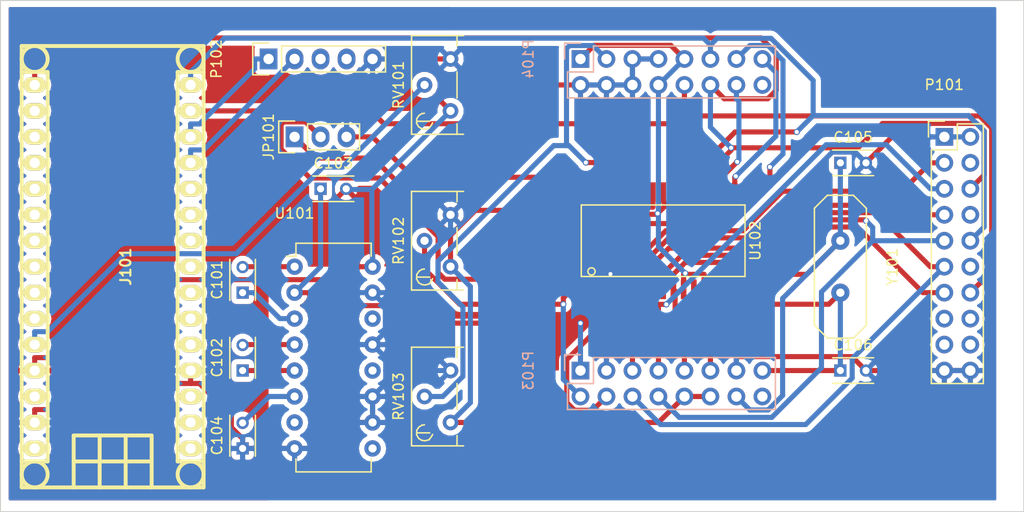
<source format=kicad_pcb>
(kicad_pcb (version 4) (host pcbnew 4.0.5)

  (general
    (links 94)
    (no_connects 0)
    (area 49.949999 39.949999 150.050001 90.050001)
    (thickness 1.6)
    (drawings 4)
    (tracks 386)
    (zones 0)
    (modules 18)
    (nets 30)
  )

  (page A4)
  (layers
    (0 F.Cu signal)
    (31 B.Cu signal)
    (32 B.Adhes user)
    (33 F.Adhes user)
    (34 B.Paste user)
    (35 F.Paste user)
    (36 B.SilkS user)
    (37 F.SilkS user)
    (38 B.Mask user)
    (39 F.Mask user)
    (40 Dwgs.User user)
    (41 Cmts.User user)
    (42 Eco1.User user)
    (43 Eco2.User user)
    (44 Edge.Cuts user)
    (45 Margin user)
    (46 B.CrtYd user)
    (47 F.CrtYd user)
    (48 B.Fab user)
    (49 F.Fab user)
  )

  (setup
    (last_trace_width 0.5)
    (trace_clearance 0.2)
    (zone_clearance 0.508)
    (zone_45_only no)
    (trace_min 0.2)
    (segment_width 0.2)
    (edge_width 0.1)
    (via_size 0.6)
    (via_drill 0.4)
    (via_min_size 0.4)
    (via_min_drill 0.3)
    (uvia_size 0.3)
    (uvia_drill 0.1)
    (uvias_allowed no)
    (uvia_min_size 0.2)
    (uvia_min_drill 0.1)
    (pcb_text_width 0.3)
    (pcb_text_size 1.5 1.5)
    (mod_edge_width 0.15)
    (mod_text_size 1 1)
    (mod_text_width 0.15)
    (pad_size 1.5 1.5)
    (pad_drill 0.6)
    (pad_to_mask_clearance 0)
    (aux_axis_origin 0 0)
    (visible_elements 7FFFFFFF)
    (pcbplotparams
      (layerselection 0x010f0_80000001)
      (usegerberextensions true)
      (excludeedgelayer true)
      (linewidth 0.100000)
      (plotframeref false)
      (viasonmask false)
      (mode 1)
      (useauxorigin false)
      (hpglpennumber 1)
      (hpglpenspeed 20)
      (hpglpendiameter 15)
      (hpglpenoverlay 2)
      (psnegative false)
      (psa4output false)
      (plotreference true)
      (plotvalue true)
      (plotinvisibletext true)
      (padsonsilk false)
      (subtractmaskfromsilk true)
      (outputformat 1)
      (mirror false)
      (drillshape 0)
      (scaleselection 1)
      (outputdirectory ""))
  )

  (net 0 "")
  (net 1 "Net-(C101-Pad1)")
  (net 2 "Net-(C101-Pad2)")
  (net 3 "Net-(C102-Pad1)")
  (net 4 "Net-(C102-Pad2)")
  (net 5 10V)
  (net 6 +5V)
  (net 7 GNDD)
  (net 8 "Net-(C104-Pad2)")
  (net 9 "Net-(C105-Pad1)")
  (net 10 "Net-(C106-Pad1)")
  (net 11 Rx)
  (net 12 Tx)
  (net 13 HS1)
  (net 14 HS2)
  (net 15 HS3)
  (net 16 HALL_SPEED)
  (net 17 TB6556_Vref)
  (net 18 "Net-(JP101-Pad2)")
  (net 19 CH3N)
  (net 20 CH3)
  (net 21 CH2N)
  (net 22 CH2)
  (net 23 CH1N)
  (net 24 CH1)
  (net 25 Throttle)
  (net 26 GateEnable)
  (net 27 LeadAngle)
  (net 28 HallXOR)
  (net 29 "Net-(P104-Pad15)")

  (net_class Default "これは標準のネット クラスです。"
    (clearance 0.2)
    (trace_width 0.5)
    (via_dia 0.6)
    (via_drill 0.4)
    (uvia_dia 0.3)
    (uvia_drill 0.1)
    (add_net +5V)
    (add_net 10V)
    (add_net CH1)
    (add_net CH1N)
    (add_net CH2)
    (add_net CH2N)
    (add_net CH3)
    (add_net CH3N)
    (add_net GNDD)
    (add_net GateEnable)
    (add_net HALL_SPEED)
    (add_net HS1)
    (add_net HS2)
    (add_net HS3)
    (add_net HallXOR)
    (add_net LeadAngle)
    (add_net "Net-(C101-Pad1)")
    (add_net "Net-(C101-Pad2)")
    (add_net "Net-(C102-Pad1)")
    (add_net "Net-(C102-Pad2)")
    (add_net "Net-(C104-Pad2)")
    (add_net "Net-(C105-Pad1)")
    (add_net "Net-(C106-Pad1)")
    (add_net "Net-(JP101-Pad2)")
    (add_net "Net-(P104-Pad15)")
    (add_net Rx)
    (add_net TB6556_Vref)
    (add_net Throttle)
    (add_net Tx)
  )

  (module Capacitors_ThroughHole:C_Rect_L4_W2.5_P2.5 placed (layer F.Cu) (tedit 0) (tstamp 586120C4)
    (at 73.66 68.58 90)
    (descr "Film Capacitor Length 4mm x Width 2.5mm, Pitch 2.5mm")
    (tags Capacitor)
    (path /585DF4CC)
    (fp_text reference C101 (at 1.25 -2.5 90) (layer F.SilkS)
      (effects (font (size 1 1) (thickness 0.15)))
    )
    (fp_text value 0.1u (at 1.25 2.5 90) (layer F.Fab)
      (effects (font (size 1 1) (thickness 0.15)))
    )
    (fp_line (start -1 -1.5) (end 3.5 -1.5) (layer F.CrtYd) (width 0.05))
    (fp_line (start 3.5 -1.5) (end 3.5 1.5) (layer F.CrtYd) (width 0.05))
    (fp_line (start 3.5 1.5) (end -1 1.5) (layer F.CrtYd) (width 0.05))
    (fp_line (start -1 1.5) (end -1 -1.5) (layer F.CrtYd) (width 0.05))
    (fp_line (start -0.75 -1.25) (end 3.25 -1.25) (layer F.SilkS) (width 0.15))
    (fp_line (start -0.75 1.25) (end 3.25 1.25) (layer F.SilkS) (width 0.15))
    (pad 1 thru_hole rect (at 0 0 90) (size 1.2 1.2) (drill 0.7) (layers *.Cu *.Mask)
      (net 1 "Net-(C101-Pad1)"))
    (pad 2 thru_hole circle (at 2.5 0 90) (size 1.2 1.2) (drill 0.7) (layers *.Cu *.Mask)
      (net 2 "Net-(C101-Pad2)"))
  )

  (module Capacitors_ThroughHole:C_Rect_L4_W2.5_P2.5 placed (layer F.Cu) (tedit 0) (tstamp 586120CA)
    (at 73.66 76.2 90)
    (descr "Film Capacitor Length 4mm x Width 2.5mm, Pitch 2.5mm")
    (tags Capacitor)
    (path /585DF3E1)
    (fp_text reference C102 (at 1.25 -2.5 90) (layer F.SilkS)
      (effects (font (size 1 1) (thickness 0.15)))
    )
    (fp_text value 0.1u (at 1.25 2.5 90) (layer F.Fab)
      (effects (font (size 1 1) (thickness 0.15)))
    )
    (fp_line (start -1 -1.5) (end 3.5 -1.5) (layer F.CrtYd) (width 0.05))
    (fp_line (start 3.5 -1.5) (end 3.5 1.5) (layer F.CrtYd) (width 0.05))
    (fp_line (start 3.5 1.5) (end -1 1.5) (layer F.CrtYd) (width 0.05))
    (fp_line (start -1 1.5) (end -1 -1.5) (layer F.CrtYd) (width 0.05))
    (fp_line (start -0.75 -1.25) (end 3.25 -1.25) (layer F.SilkS) (width 0.15))
    (fp_line (start -0.75 1.25) (end 3.25 1.25) (layer F.SilkS) (width 0.15))
    (pad 1 thru_hole rect (at 0 0 90) (size 1.2 1.2) (drill 0.7) (layers *.Cu *.Mask)
      (net 3 "Net-(C102-Pad1)"))
    (pad 2 thru_hole circle (at 2.5 0 90) (size 1.2 1.2) (drill 0.7) (layers *.Cu *.Mask)
      (net 4 "Net-(C102-Pad2)"))
  )

  (module Capacitors_ThroughHole:C_Rect_L4_W2.5_P2.5 placed (layer F.Cu) (tedit 0) (tstamp 586120D0)
    (at 81.28 58.42)
    (descr "Film Capacitor Length 4mm x Width 2.5mm, Pitch 2.5mm")
    (tags Capacitor)
    (path /585DF62C)
    (fp_text reference C103 (at 1.25 -2.5) (layer F.SilkS)
      (effects (font (size 1 1) (thickness 0.15)))
    )
    (fp_text value 0.1u (at 1.25 2.5) (layer F.Fab)
      (effects (font (size 1 1) (thickness 0.15)))
    )
    (fp_line (start -1 -1.5) (end 3.5 -1.5) (layer F.CrtYd) (width 0.05))
    (fp_line (start 3.5 -1.5) (end 3.5 1.5) (layer F.CrtYd) (width 0.05))
    (fp_line (start 3.5 1.5) (end -1 1.5) (layer F.CrtYd) (width 0.05))
    (fp_line (start -1 1.5) (end -1 -1.5) (layer F.CrtYd) (width 0.05))
    (fp_line (start -0.75 -1.25) (end 3.25 -1.25) (layer F.SilkS) (width 0.15))
    (fp_line (start -0.75 1.25) (end 3.25 1.25) (layer F.SilkS) (width 0.15))
    (pad 1 thru_hole rect (at 0 0) (size 1.2 1.2) (drill 0.7) (layers *.Cu *.Mask)
      (net 5 10V))
    (pad 2 thru_hole circle (at 2.5 0) (size 1.2 1.2) (drill 0.7) (layers *.Cu *.Mask)
      (net 6 +5V))
  )

  (module Capacitors_ThroughHole:C_Rect_L4_W2.5_P2.5 placed (layer F.Cu) (tedit 0) (tstamp 586120D6)
    (at 73.66 83.82 90)
    (descr "Film Capacitor Length 4mm x Width 2.5mm, Pitch 2.5mm")
    (tags Capacitor)
    (path /585DF67B)
    (fp_text reference C104 (at 1.25 -2.5 90) (layer F.SilkS)
      (effects (font (size 1 1) (thickness 0.15)))
    )
    (fp_text value 0.1u (at 1.25 2.5 90) (layer F.Fab)
      (effects (font (size 1 1) (thickness 0.15)))
    )
    (fp_line (start -1 -1.5) (end 3.5 -1.5) (layer F.CrtYd) (width 0.05))
    (fp_line (start 3.5 -1.5) (end 3.5 1.5) (layer F.CrtYd) (width 0.05))
    (fp_line (start 3.5 1.5) (end -1 1.5) (layer F.CrtYd) (width 0.05))
    (fp_line (start -1 1.5) (end -1 -1.5) (layer F.CrtYd) (width 0.05))
    (fp_line (start -0.75 -1.25) (end 3.25 -1.25) (layer F.SilkS) (width 0.15))
    (fp_line (start -0.75 1.25) (end 3.25 1.25) (layer F.SilkS) (width 0.15))
    (pad 1 thru_hole rect (at 0 0 90) (size 1.2 1.2) (drill 0.7) (layers *.Cu *.Mask)
      (net 7 GNDD))
    (pad 2 thru_hole circle (at 2.5 0 90) (size 1.2 1.2) (drill 0.7) (layers *.Cu *.Mask)
      (net 8 "Net-(C104-Pad2)"))
  )

  (module Capacitors_ThroughHole:C_Rect_L4_W2.5_P2.5 placed (layer F.Cu) (tedit 0) (tstamp 586120DC)
    (at 132.08 55.88)
    (descr "Film Capacitor Length 4mm x Width 2.5mm, Pitch 2.5mm")
    (tags Capacitor)
    (path /585A96DD)
    (fp_text reference C105 (at 1.25 -2.5) (layer F.SilkS)
      (effects (font (size 1 1) (thickness 0.15)))
    )
    (fp_text value 68p (at 1.25 2.5) (layer F.Fab)
      (effects (font (size 1 1) (thickness 0.15)))
    )
    (fp_line (start -1 -1.5) (end 3.5 -1.5) (layer F.CrtYd) (width 0.05))
    (fp_line (start 3.5 -1.5) (end 3.5 1.5) (layer F.CrtYd) (width 0.05))
    (fp_line (start 3.5 1.5) (end -1 1.5) (layer F.CrtYd) (width 0.05))
    (fp_line (start -1 1.5) (end -1 -1.5) (layer F.CrtYd) (width 0.05))
    (fp_line (start -0.75 -1.25) (end 3.25 -1.25) (layer F.SilkS) (width 0.15))
    (fp_line (start -0.75 1.25) (end 3.25 1.25) (layer F.SilkS) (width 0.15))
    (pad 1 thru_hole rect (at 0 0) (size 1.2 1.2) (drill 0.7) (layers *.Cu *.Mask)
      (net 9 "Net-(C105-Pad1)"))
    (pad 2 thru_hole circle (at 2.5 0) (size 1.2 1.2) (drill 0.7) (layers *.Cu *.Mask)
      (net 7 GNDD))
  )

  (module Capacitors_ThroughHole:C_Rect_L4_W2.5_P2.5 placed (layer F.Cu) (tedit 0) (tstamp 586120E2)
    (at 132.08 76.2)
    (descr "Film Capacitor Length 4mm x Width 2.5mm, Pitch 2.5mm")
    (tags Capacitor)
    (path /585A96E4)
    (fp_text reference C106 (at 1.25 -2.5) (layer F.SilkS)
      (effects (font (size 1 1) (thickness 0.15)))
    )
    (fp_text value 68p (at 1.25 2.5) (layer F.Fab)
      (effects (font (size 1 1) (thickness 0.15)))
    )
    (fp_line (start -1 -1.5) (end 3.5 -1.5) (layer F.CrtYd) (width 0.05))
    (fp_line (start 3.5 -1.5) (end 3.5 1.5) (layer F.CrtYd) (width 0.05))
    (fp_line (start 3.5 1.5) (end -1 1.5) (layer F.CrtYd) (width 0.05))
    (fp_line (start -1 1.5) (end -1 -1.5) (layer F.CrtYd) (width 0.05))
    (fp_line (start -0.75 -1.25) (end 3.25 -1.25) (layer F.SilkS) (width 0.15))
    (fp_line (start -0.75 1.25) (end 3.25 1.25) (layer F.SilkS) (width 0.15))
    (pad 1 thru_hole rect (at 0 0) (size 1.2 1.2) (drill 0.7) (layers *.Cu *.Mask)
      (net 10 "Net-(C106-Pad1)"))
    (pad 2 thru_hole circle (at 2.5 0) (size 1.2 1.2) (drill 0.7) (layers *.Cu *.Mask)
      (net 7 GNDD))
  )

  (module w_conn_misc:arduino_nano_header placed (layer F.Cu) (tedit 0) (tstamp 58612104)
    (at 60.96 66.04 90)
    (descr "Arduino Nano Header")
    (tags Arduino)
    (path /585A9A01)
    (fp_text reference J101 (at 0 1.27 90) (layer F.SilkS)
      (effects (font (size 1.016 1.016) (thickness 0.2032)))
    )
    (fp_text value Arduino_Nano_Header (at 0 -1.27 90) (layer F.SilkS) hide
      (effects (font (size 1.016 0.889) (thickness 0.2032)))
    )
    (fp_line (start -16.51 -1.27) (end -21.59 -1.27) (layer F.SilkS) (width 0.381))
    (fp_line (start -16.51 1.27) (end -21.59 1.27) (layer F.SilkS) (width 0.381))
    (fp_line (start -19.05 -3.81) (end -19.05 3.81) (layer F.SilkS) (width 0.381))
    (fp_line (start -21.59 -3.81) (end -16.51 -3.81) (layer F.SilkS) (width 0.381))
    (fp_line (start -16.51 -3.81) (end -16.51 3.81) (layer F.SilkS) (width 0.381))
    (fp_line (start -16.51 3.81) (end -21.59 3.81) (layer F.SilkS) (width 0.381))
    (fp_line (start 21.59 -8.89) (end -21.59 -8.89) (layer F.SilkS) (width 0.381))
    (fp_line (start -21.59 8.89) (end 21.59 8.89) (layer F.SilkS) (width 0.381))
    (fp_line (start -21.59 8.89) (end -21.59 -8.89) (layer F.SilkS) (width 0.381))
    (fp_line (start 21.59 8.89) (end 21.59 -8.89) (layer F.SilkS) (width 0.381))
    (fp_circle (center -20.32 -7.62) (end -21.59 -7.62) (layer F.SilkS) (width 0.381))
    (fp_circle (center -20.32 7.62) (end -21.59 7.62) (layer F.SilkS) (width 0.381))
    (fp_circle (center 20.32 -7.62) (end 21.59 -7.62) (layer F.SilkS) (width 0.381))
    (fp_circle (center 20.32 7.62) (end 21.59 7.62) (layer F.SilkS) (width 0.381))
    (fp_line (start 19.05 -6.35) (end -19.05 -6.35) (layer F.SilkS) (width 0.381))
    (fp_line (start -19.05 6.35) (end 19.05 6.35) (layer F.SilkS) (width 0.381))
    (fp_line (start 19.05 8.89) (end 19.05 6.35) (layer F.SilkS) (width 0.381))
    (fp_line (start 19.05 -6.35) (end 19.05 -8.89) (layer F.SilkS) (width 0.381))
    (fp_line (start -19.05 -8.89) (end -19.05 -6.35) (layer F.SilkS) (width 0.381))
    (fp_line (start -19.05 8.89) (end -19.05 6.35) (layer F.SilkS) (width 0.381))
    (pad 1 thru_hole oval (at -17.78 7.62 90) (size 1.524 2.19964) (drill 1.00076) (layers *.Cu *.Mask F.SilkS))
    (pad 2 thru_hole oval (at -15.24 7.62 90) (size 1.524 2.19964) (drill 1.00076) (layers *.Cu *.Mask F.SilkS))
    (pad 3 thru_hole oval (at -12.7 7.62 90) (size 1.524 2.19964) (drill 1.00076) (layers *.Cu *.Mask F.SilkS))
    (pad 4 thru_hole oval (at -10.16 7.62 90) (size 1.524 2.19964) (drill 1.00076) (layers *.Cu *.Mask F.SilkS)
      (net 7 GNDD))
    (pad 5 thru_hole oval (at -7.62 7.62 90) (size 1.524 2.19964) (drill 1.00076) (layers *.Cu *.Mask F.SilkS))
    (pad 6 thru_hole oval (at -5.08 7.62 90) (size 1.524 2.19964) (drill 1.00076) (layers *.Cu *.Mask F.SilkS))
    (pad 7 thru_hole oval (at -2.54 7.62 90) (size 1.524 2.19964) (drill 1.00076) (layers *.Cu *.Mask F.SilkS))
    (pad 8 thru_hole oval (at 0 7.62 90) (size 1.524 2.19964) (drill 1.00076) (layers *.Cu *.Mask F.SilkS))
    (pad 9 thru_hole oval (at 2.54 7.62 90) (size 1.524 2.19964) (drill 1.00076) (layers *.Cu *.Mask F.SilkS))
    (pad 10 thru_hole oval (at 5.08 7.62 90) (size 1.524 2.19964) (drill 1.00076) (layers *.Cu *.Mask F.SilkS))
    (pad 11 thru_hole oval (at 7.62 7.62 90) (size 1.524 2.19964) (drill 1.00076) (layers *.Cu *.Mask F.SilkS))
    (pad 12 thru_hole oval (at 10.16 7.62 90) (size 1.524 2.19964) (drill 1.00076) (layers *.Cu *.Mask F.SilkS)
      (net 11 Rx))
    (pad 13 thru_hole oval (at 12.7 7.62 90) (size 1.524 2.19964) (drill 1.00076) (layers *.Cu *.Mask F.SilkS)
      (net 12 Tx))
    (pad 14 thru_hole oval (at 15.24 7.62 90) (size 1.524 2.19964) (drill 1.00076) (layers *.Cu *.Mask F.SilkS)
      (net 13 HS1))
    (pad 15 thru_hole oval (at 17.78 7.62 90) (size 1.524 2.19964) (drill 1.00076) (layers *.Cu *.Mask F.SilkS)
      (net 14 HS2))
    (pad 16 thru_hole oval (at 17.78 -7.62 90) (size 1.524 2.19964) (drill 1.00076) (layers *.Cu *.Mask F.SilkS)
      (net 15 HS3))
    (pad 17 thru_hole oval (at 15.24 -7.62 90) (size 1.524 2.19964) (drill 1.00076) (layers *.Cu *.Mask F.SilkS))
    (pad 18 thru_hole oval (at 12.7 -7.62 90) (size 1.524 2.19964) (drill 1.00076) (layers *.Cu *.Mask F.SilkS))
    (pad 19 thru_hole oval (at 10.16 -7.62 90) (size 1.524 2.19964) (drill 1.00076) (layers *.Cu *.Mask F.SilkS))
    (pad 20 thru_hole oval (at 7.62 -7.62 90) (size 1.524 2.1971) (drill 1.00076) (layers *.Cu *.Mask F.SilkS))
    (pad 21 thru_hole oval (at 5.08 -7.62 90) (size 1.524 2.1971) (drill 1.00076) (layers *.Cu *.Mask F.SilkS))
    (pad 22 thru_hole oval (at 2.54 -7.62 90) (size 1.524 2.1971) (drill 1.00076) (layers *.Cu *.Mask F.SilkS))
    (pad 23 thru_hole oval (at 0 -7.62 90) (size 1.524 2.1971) (drill 1.00076) (layers *.Cu *.Mask F.SilkS))
    (pad 24 thru_hole oval (at -2.54 -7.62 90) (size 1.524 2.1971) (drill 0.99822) (layers *.Cu *.Mask F.SilkS))
    (pad 25 thru_hole oval (at -5.08 -7.62 90) (size 1.524 2.1971) (drill 0.99822) (layers *.Cu *.Mask F.SilkS))
    (pad 26 thru_hole oval (at -7.62 -7.62 90) (size 1.524 2.1971) (drill 0.99822) (layers *.Cu *.Mask F.SilkS)
      (net 16 HALL_SPEED))
    (pad 27 thru_hole oval (at -10.16 -7.62 90) (size 1.524 2.1971) (drill 0.99822) (layers *.Cu *.Mask F.SilkS)
      (net 6 +5V))
    (pad 28 thru_hole oval (at -12.7 -7.62 90) (size 1.524 2.1971) (drill 0.99822) (layers *.Cu *.Mask F.SilkS))
    (pad 29 thru_hole oval (at -15.24 -7.62 90) (size 1.524 2.1971) (drill 0.99822) (layers *.Cu *.Mask F.SilkS)
      (net 7 GNDD))
    (pad 30 thru_hole oval (at -17.78 -7.62 90) (size 1.524 2.1971) (drill 0.99822) (layers *.Cu *.Mask F.SilkS))
    (model walter/conn_misc/arduino_nano_header.wrl
      (at (xyz 0 0 0))
      (scale (xyz 1 1 1))
      (rotate (xyz 0 0 0))
    )
  )

  (module Pin_Headers:Pin_Header_Straight_1x03 placed (layer F.Cu) (tedit 5861240B) (tstamp 5861210B)
    (at 78.74 53.34 90)
    (descr "Through hole pin header")
    (tags "pin header")
    (path /585A96CC)
    (fp_text reference JP101 (at 0 -2.54 90) (layer F.SilkS)
      (effects (font (size 1 1) (thickness 0.15)))
    )
    (fp_text value CW/CCW (at 2.54 2.54 180) (layer F.Fab)
      (effects (font (size 1 1) (thickness 0.15)))
    )
    (fp_line (start -1.75 -1.75) (end -1.75 6.85) (layer F.CrtYd) (width 0.05))
    (fp_line (start 1.75 -1.75) (end 1.75 6.85) (layer F.CrtYd) (width 0.05))
    (fp_line (start -1.75 -1.75) (end 1.75 -1.75) (layer F.CrtYd) (width 0.05))
    (fp_line (start -1.75 6.85) (end 1.75 6.85) (layer F.CrtYd) (width 0.05))
    (fp_line (start -1.27 1.27) (end -1.27 6.35) (layer F.SilkS) (width 0.15))
    (fp_line (start -1.27 6.35) (end 1.27 6.35) (layer F.SilkS) (width 0.15))
    (fp_line (start 1.27 6.35) (end 1.27 1.27) (layer F.SilkS) (width 0.15))
    (fp_line (start 1.55 -1.55) (end 1.55 0) (layer F.SilkS) (width 0.15))
    (fp_line (start 1.27 1.27) (end -1.27 1.27) (layer F.SilkS) (width 0.15))
    (fp_line (start -1.55 0) (end -1.55 -1.55) (layer F.SilkS) (width 0.15))
    (fp_line (start -1.55 -1.55) (end 1.55 -1.55) (layer F.SilkS) (width 0.15))
    (pad 1 thru_hole rect (at 0 0 90) (size 2.032 1.7272) (drill 1.016) (layers *.Cu *.Mask)
      (net 17 TB6556_Vref))
    (pad 2 thru_hole oval (at 0 2.54 90) (size 2.032 1.7272) (drill 1.016) (layers *.Cu *.Mask)
      (net 18 "Net-(JP101-Pad2)"))
    (pad 3 thru_hole oval (at 0 5.08 90) (size 2.032 1.7272) (drill 1.016) (layers *.Cu *.Mask)
      (net 7 GNDD))
    (model Pin_Headers.3dshapes/Pin_Header_Straight_1x03.wrl
      (at (xyz 0 -0.1 0))
      (scale (xyz 1 1 1))
      (rotate (xyz 0 0 90))
    )
  )

  (module Pin_Headers:Pin_Header_Straight_2x10 placed (layer F.Cu) (tedit 0) (tstamp 58612123)
    (at 142.24 53.34)
    (descr "Through hole pin header")
    (tags "pin header")
    (path /585A9EF1)
    (fp_text reference P101 (at 0 -5.1) (layer F.SilkS)
      (effects (font (size 1 1) (thickness 0.15)))
    )
    (fp_text value CONN_02X10 (at 0 -3.1) (layer F.Fab)
      (effects (font (size 1 1) (thickness 0.15)))
    )
    (fp_line (start -1.75 -1.75) (end -1.75 24.65) (layer F.CrtYd) (width 0.05))
    (fp_line (start 4.3 -1.75) (end 4.3 24.65) (layer F.CrtYd) (width 0.05))
    (fp_line (start -1.75 -1.75) (end 4.3 -1.75) (layer F.CrtYd) (width 0.05))
    (fp_line (start -1.75 24.65) (end 4.3 24.65) (layer F.CrtYd) (width 0.05))
    (fp_line (start 3.81 24.13) (end 3.81 -1.27) (layer F.SilkS) (width 0.15))
    (fp_line (start -1.27 1.27) (end -1.27 24.13) (layer F.SilkS) (width 0.15))
    (fp_line (start 3.81 24.13) (end -1.27 24.13) (layer F.SilkS) (width 0.15))
    (fp_line (start 3.81 -1.27) (end 1.27 -1.27) (layer F.SilkS) (width 0.15))
    (fp_line (start 0 -1.55) (end -1.55 -1.55) (layer F.SilkS) (width 0.15))
    (fp_line (start 1.27 -1.27) (end 1.27 1.27) (layer F.SilkS) (width 0.15))
    (fp_line (start 1.27 1.27) (end -1.27 1.27) (layer F.SilkS) (width 0.15))
    (fp_line (start -1.55 -1.55) (end -1.55 0) (layer F.SilkS) (width 0.15))
    (pad 1 thru_hole rect (at 0 0) (size 1.7272 1.7272) (drill 1.016) (layers *.Cu *.Mask)
      (net 7 GNDD))
    (pad 2 thru_hole oval (at 2.54 0) (size 1.7272 1.7272) (drill 1.016) (layers *.Cu *.Mask)
      (net 7 GNDD))
    (pad 3 thru_hole oval (at 0 2.54) (size 1.7272 1.7272) (drill 1.016) (layers *.Cu *.Mask)
      (net 19 CH3N))
    (pad 4 thru_hole oval (at 2.54 2.54) (size 1.7272 1.7272) (drill 1.016) (layers *.Cu *.Mask))
    (pad 5 thru_hole oval (at 0 5.08) (size 1.7272 1.7272) (drill 1.016) (layers *.Cu *.Mask)
      (net 20 CH3))
    (pad 6 thru_hole oval (at 2.54 5.08) (size 1.7272 1.7272) (drill 1.016) (layers *.Cu *.Mask)
      (net 15 HS3))
    (pad 7 thru_hole oval (at 0 7.62) (size 1.7272 1.7272) (drill 1.016) (layers *.Cu *.Mask)
      (net 21 CH2N))
    (pad 8 thru_hole oval (at 2.54 7.62) (size 1.7272 1.7272) (drill 1.016) (layers *.Cu *.Mask))
    (pad 9 thru_hole oval (at 0 10.16) (size 1.7272 1.7272) (drill 1.016) (layers *.Cu *.Mask)
      (net 22 CH2))
    (pad 10 thru_hole oval (at 2.54 10.16) (size 1.7272 1.7272) (drill 1.016) (layers *.Cu *.Mask)
      (net 14 HS2))
    (pad 11 thru_hole oval (at 0 12.7) (size 1.7272 1.7272) (drill 1.016) (layers *.Cu *.Mask)
      (net 23 CH1N))
    (pad 12 thru_hole oval (at 2.54 12.7) (size 1.7272 1.7272) (drill 1.016) (layers *.Cu *.Mask))
    (pad 13 thru_hole oval (at 0 15.24) (size 1.7272 1.7272) (drill 1.016) (layers *.Cu *.Mask)
      (net 24 CH1))
    (pad 14 thru_hole oval (at 2.54 15.24) (size 1.7272 1.7272) (drill 1.016) (layers *.Cu *.Mask)
      (net 13 HS1))
    (pad 15 thru_hole oval (at 0 17.78) (size 1.7272 1.7272) (drill 1.016) (layers *.Cu *.Mask))
    (pad 16 thru_hole oval (at 2.54 17.78) (size 1.7272 1.7272) (drill 1.016) (layers *.Cu *.Mask))
    (pad 17 thru_hole oval (at 0 20.32) (size 1.7272 1.7272) (drill 1.016) (layers *.Cu *.Mask))
    (pad 18 thru_hole oval (at 2.54 20.32) (size 1.7272 1.7272) (drill 1.016) (layers *.Cu *.Mask))
    (pad 19 thru_hole oval (at 0 22.86) (size 1.7272 1.7272) (drill 1.016) (layers *.Cu *.Mask)
      (net 7 GNDD))
    (pad 20 thru_hole oval (at 2.54 22.86) (size 1.7272 1.7272) (drill 1.016) (layers *.Cu *.Mask)
      (net 7 GNDD))
    (model Pin_Headers.3dshapes/Pin_Header_Straight_2x10.wrl
      (at (xyz 0.05 -0.45 0))
      (scale (xyz 1 1 1))
      (rotate (xyz 0 0 90))
    )
  )

  (module Pin_Headers:Pin_Header_Straight_1x05 placed (layer F.Cu) (tedit 54EA0684) (tstamp 5861212C)
    (at 76.2 45.72 90)
    (descr "Through hole pin header")
    (tags "pin header")
    (path /585EA748)
    (fp_text reference P102 (at 0 -5.1 90) (layer F.SilkS)
      (effects (font (size 1 1) (thickness 0.15)))
    )
    (fp_text value toPC (at 0 -3.1 90) (layer F.Fab)
      (effects (font (size 1 1) (thickness 0.15)))
    )
    (fp_line (start -1.55 0) (end -1.55 -1.55) (layer F.SilkS) (width 0.15))
    (fp_line (start -1.55 -1.55) (end 1.55 -1.55) (layer F.SilkS) (width 0.15))
    (fp_line (start 1.55 -1.55) (end 1.55 0) (layer F.SilkS) (width 0.15))
    (fp_line (start -1.75 -1.75) (end -1.75 11.95) (layer F.CrtYd) (width 0.05))
    (fp_line (start 1.75 -1.75) (end 1.75 11.95) (layer F.CrtYd) (width 0.05))
    (fp_line (start -1.75 -1.75) (end 1.75 -1.75) (layer F.CrtYd) (width 0.05))
    (fp_line (start -1.75 11.95) (end 1.75 11.95) (layer F.CrtYd) (width 0.05))
    (fp_line (start 1.27 1.27) (end 1.27 11.43) (layer F.SilkS) (width 0.15))
    (fp_line (start 1.27 11.43) (end -1.27 11.43) (layer F.SilkS) (width 0.15))
    (fp_line (start -1.27 11.43) (end -1.27 1.27) (layer F.SilkS) (width 0.15))
    (fp_line (start 1.27 1.27) (end -1.27 1.27) (layer F.SilkS) (width 0.15))
    (pad 1 thru_hole rect (at 0 0 90) (size 2.032 1.7272) (drill 1.016) (layers *.Cu *.Mask)
      (net 12 Tx))
    (pad 2 thru_hole oval (at 0 2.54 90) (size 2.032 1.7272) (drill 1.016) (layers *.Cu *.Mask)
      (net 11 Rx))
    (pad 3 thru_hole oval (at 0 5.08 90) (size 2.032 1.7272) (drill 1.016) (layers *.Cu *.Mask))
    (pad 4 thru_hole oval (at 0 7.62 90) (size 2.032 1.7272) (drill 1.016) (layers *.Cu *.Mask))
    (pad 5 thru_hole oval (at 0 10.16 90) (size 2.032 1.7272) (drill 1.016) (layers *.Cu *.Mask)
      (net 7 GNDD))
    (model Pin_Headers.3dshapes/Pin_Header_Straight_1x05.wrl
      (at (xyz 0 -0.2 0))
      (scale (xyz 1 1 1))
      (rotate (xyz 0 0 90))
    )
  )

  (module Pin_Headers:Pin_Header_Straight_2x08 placed (layer B.Cu) (tedit 0) (tstamp 58612140)
    (at 106.68 76.2 270)
    (descr "Through hole pin header")
    (tags "pin header")
    (path /585F2200)
    (fp_text reference P103 (at 0 5.1 270) (layer B.SilkS)
      (effects (font (size 1 1) (thickness 0.15)) (justify mirror))
    )
    (fp_text value 1-15 (at 0 3.1 270) (layer B.Fab)
      (effects (font (size 1 1) (thickness 0.15)) (justify mirror))
    )
    (fp_line (start -1.75 1.75) (end -1.75 -19.55) (layer B.CrtYd) (width 0.05))
    (fp_line (start 4.3 1.75) (end 4.3 -19.55) (layer B.CrtYd) (width 0.05))
    (fp_line (start -1.75 1.75) (end 4.3 1.75) (layer B.CrtYd) (width 0.05))
    (fp_line (start -1.75 -19.55) (end 4.3 -19.55) (layer B.CrtYd) (width 0.05))
    (fp_line (start 3.81 -19.05) (end 3.81 1.27) (layer B.SilkS) (width 0.15))
    (fp_line (start -1.27 -1.27) (end -1.27 -19.05) (layer B.SilkS) (width 0.15))
    (fp_line (start 3.81 -19.05) (end -1.27 -19.05) (layer B.SilkS) (width 0.15))
    (fp_line (start 3.81 1.27) (end 1.27 1.27) (layer B.SilkS) (width 0.15))
    (fp_line (start 0 1.55) (end -1.55 1.55) (layer B.SilkS) (width 0.15))
    (fp_line (start 1.27 1.27) (end 1.27 -1.27) (layer B.SilkS) (width 0.15))
    (fp_line (start 1.27 -1.27) (end -1.27 -1.27) (layer B.SilkS) (width 0.15))
    (fp_line (start -1.55 1.55) (end -1.55 0) (layer B.SilkS) (width 0.15))
    (pad 1 thru_hole rect (at 0 0 270) (size 1.7272 1.7272) (drill 1.016) (layers *.Cu *.Mask)
      (net 5 10V))
    (pad 2 thru_hole oval (at 2.54 0 270) (size 1.7272 1.7272) (drill 1.016) (layers *.Cu *.Mask)
      (net 25 Throttle))
    (pad 3 thru_hole oval (at 0 -2.54 270) (size 1.7272 1.7272) (drill 1.016) (layers *.Cu *.Mask)
      (net 7 GNDD))
    (pad 4 thru_hole oval (at 2.54 -2.54 270) (size 1.7272 1.7272) (drill 1.016) (layers *.Cu *.Mask)
      (net 19 CH3N))
    (pad 5 thru_hole oval (at 0 -5.08 270) (size 1.7272 1.7272) (drill 1.016) (layers *.Cu *.Mask)
      (net 21 CH2N))
    (pad 6 thru_hole oval (at 2.54 -5.08 270) (size 1.7272 1.7272) (drill 1.016) (layers *.Cu *.Mask)
      (net 23 CH1N))
    (pad 7 thru_hole oval (at 0 -7.62 270) (size 1.7272 1.7272) (drill 1.016) (layers *.Cu *.Mask)
      (net 20 CH3))
    (pad 8 thru_hole oval (at 2.54 -7.62 270) (size 1.7272 1.7272) (drill 1.016) (layers *.Cu *.Mask)
      (net 22 CH2))
    (pad 9 thru_hole oval (at 0 -10.16 270) (size 1.7272 1.7272) (drill 1.016) (layers *.Cu *.Mask)
      (net 24 CH1))
    (pad 10 thru_hole oval (at 2.54 -10.16 270) (size 1.7272 1.7272) (drill 1.016) (layers *.Cu *.Mask)
      (net 17 TB6556_Vref))
    (pad 11 thru_hole oval (at 0 -12.7 270) (size 1.7272 1.7272) (drill 1.016) (layers *.Cu *.Mask)
      (net 26 GateEnable))
    (pad 12 thru_hole oval (at 2.54 -12.7 270) (size 1.7272 1.7272) (drill 1.016) (layers *.Cu *.Mask)
      (net 17 TB6556_Vref))
    (pad 13 thru_hole oval (at 0 -15.24 270) (size 1.7272 1.7272) (drill 1.016) (layers *.Cu *.Mask)
      (net 7 GNDD))
    (pad 14 thru_hole oval (at 2.54 -15.24 270) (size 1.7272 1.7272) (drill 1.016) (layers *.Cu *.Mask)
      (net 9 "Net-(C105-Pad1)"))
    (pad 15 thru_hole oval (at 0 -17.78 270) (size 1.7272 1.7272) (drill 1.016) (layers *.Cu *.Mask)
      (net 10 "Net-(C106-Pad1)"))
    (pad 16 thru_hole oval (at 2.54 -17.78 270) (size 1.7272 1.7272) (drill 1.016) (layers *.Cu *.Mask))
    (model Pin_Headers.3dshapes/Pin_Header_Straight_2x08.wrl
      (at (xyz 0.05 -0.35 0))
      (scale (xyz 1 1 1))
      (rotate (xyz 0 0 90))
    )
  )

  (module Pin_Headers:Pin_Header_Straight_2x08 placed (layer B.Cu) (tedit 0) (tstamp 58612154)
    (at 106.68 45.72 270)
    (descr "Through hole pin header")
    (tags "pin header")
    (path /585F23FA)
    (fp_text reference P104 (at 0 5.1 270) (layer B.SilkS)
      (effects (font (size 1 1) (thickness 0.15)) (justify mirror))
    )
    (fp_text value 16-30 (at 0 3.1 270) (layer B.Fab)
      (effects (font (size 1 1) (thickness 0.15)) (justify mirror))
    )
    (fp_line (start -1.75 1.75) (end -1.75 -19.55) (layer B.CrtYd) (width 0.05))
    (fp_line (start 4.3 1.75) (end 4.3 -19.55) (layer B.CrtYd) (width 0.05))
    (fp_line (start -1.75 1.75) (end 4.3 1.75) (layer B.CrtYd) (width 0.05))
    (fp_line (start -1.75 -19.55) (end 4.3 -19.55) (layer B.CrtYd) (width 0.05))
    (fp_line (start 3.81 -19.05) (end 3.81 1.27) (layer B.SilkS) (width 0.15))
    (fp_line (start -1.27 -1.27) (end -1.27 -19.05) (layer B.SilkS) (width 0.15))
    (fp_line (start 3.81 -19.05) (end -1.27 -19.05) (layer B.SilkS) (width 0.15))
    (fp_line (start 3.81 1.27) (end 1.27 1.27) (layer B.SilkS) (width 0.15))
    (fp_line (start 0 1.55) (end -1.55 1.55) (layer B.SilkS) (width 0.15))
    (fp_line (start 1.27 1.27) (end 1.27 -1.27) (layer B.SilkS) (width 0.15))
    (fp_line (start 1.27 -1.27) (end -1.27 -1.27) (layer B.SilkS) (width 0.15))
    (fp_line (start -1.55 1.55) (end -1.55 0) (layer B.SilkS) (width 0.15))
    (pad 1 thru_hole rect (at 0 0 270) (size 1.7272 1.7272) (drill 1.016) (layers *.Cu *.Mask)
      (net 17 TB6556_Vref))
    (pad 2 thru_hole oval (at 2.54 0 270) (size 1.7272 1.7272) (drill 1.016) (layers *.Cu *.Mask)
      (net 7 GNDD))
    (pad 3 thru_hole oval (at 0 -2.54 270) (size 1.7272 1.7272) (drill 1.016) (layers *.Cu *.Mask)
      (net 27 LeadAngle))
    (pad 4 thru_hole oval (at 2.54 -2.54 270) (size 1.7272 1.7272) (drill 1.016) (layers *.Cu *.Mask)
      (net 7 GNDD))
    (pad 5 thru_hole oval (at 0 -5.08 270) (size 1.7272 1.7272) (drill 1.016) (layers *.Cu *.Mask)
      (net 7 GNDD))
    (pad 6 thru_hole oval (at 2.54 -5.08 270) (size 1.7272 1.7272) (drill 1.016) (layers *.Cu *.Mask)
      (net 7 GNDD))
    (pad 7 thru_hole oval (at 0 -7.62 270) (size 1.7272 1.7272) (drill 1.016) (layers *.Cu *.Mask)
      (net 7 GNDD))
    (pad 8 thru_hole oval (at 2.54 -7.62 270) (size 1.7272 1.7272) (drill 1.016) (layers *.Cu *.Mask)
      (net 17 TB6556_Vref))
    (pad 9 thru_hole oval (at 0 -10.16 270) (size 1.7272 1.7272) (drill 1.016) (layers *.Cu *.Mask)
      (net 17 TB6556_Vref))
    (pad 10 thru_hole oval (at 2.54 -10.16 270) (size 1.7272 1.7272) (drill 1.016) (layers *.Cu *.Mask)
      (net 13 HS1))
    (pad 11 thru_hole oval (at 0 -12.7 270) (size 1.7272 1.7272) (drill 1.016) (layers *.Cu *.Mask)
      (net 14 HS2))
    (pad 12 thru_hole oval (at 2.54 -12.7 270) (size 1.7272 1.7272) (drill 1.016) (layers *.Cu *.Mask)
      (net 15 HS3))
    (pad 13 thru_hole oval (at 0 -15.24 270) (size 1.7272 1.7272) (drill 1.016) (layers *.Cu *.Mask)
      (net 18 "Net-(JP101-Pad2)"))
    (pad 14 thru_hole oval (at 2.54 -15.24 270) (size 1.7272 1.7272) (drill 1.016) (layers *.Cu *.Mask)
      (net 28 HallXOR))
    (pad 15 thru_hole oval (at 0 -17.78 270) (size 1.7272 1.7272) (drill 1.016) (layers *.Cu *.Mask)
      (net 29 "Net-(P104-Pad15)"))
    (pad 16 thru_hole oval (at 2.54 -17.78 270) (size 1.7272 1.7272) (drill 1.016) (layers *.Cu *.Mask))
    (model Pin_Headers.3dshapes/Pin_Header_Straight_2x08.wrl
      (at (xyz 0.05 -0.35 0))
      (scale (xyz 1 1 1))
      (rotate (xyz 0 0 90))
    )
  )

  (module Potentiometers:Potentiometer_Bourns_3296Y_3-8Zoll_Angular_ScrewUp placed (layer F.Cu) (tedit 58612250) (tstamp 5861215B)
    (at 93.98 50.8)
    (descr "3296, 3/8, Square, Trimpot, Trimming, Potentiometer, Bourns")
    (tags "3296, 3/8, Square, Trimpot, Trimming, Potentiometer, Bourns")
    (path /585AA124)
    (fp_text reference RV101 (at -5.08 -2.54 90) (layer F.SilkS)
      (effects (font (size 1 1) (thickness 0.15)))
    )
    (fp_text value HALL_SPEED (at 2.54 -2.54 90) (layer F.Fab)
      (effects (font (size 1 1) (thickness 0.15)))
    )
    (fp_line (start 0.635 1.27) (end 0.635 2.286) (layer F.SilkS) (width 0.15))
    (fp_line (start 0.635 -3.81) (end 0.635 -1.27) (layer F.SilkS) (width 0.15))
    (fp_line (start 0.635 -7.366) (end 0.635 -6.35) (layer F.SilkS) (width 0.15))
    (fp_line (start -3.302 1.016) (end -2.032 1.016) (layer F.SilkS) (width 0.15))
    (fp_line (start -2.5527 0.2286) (end -2.8067 0.2667) (layer F.SilkS) (width 0.15))
    (fp_line (start -2.8067 0.2667) (end -3.0861 0.4445) (layer F.SilkS) (width 0.15))
    (fp_line (start -3.0861 0.4445) (end -3.302 0.762) (layer F.SilkS) (width 0.15))
    (fp_line (start -3.302 0.762) (end -3.3147 1.2065) (layer F.SilkS) (width 0.15))
    (fp_line (start -3.3147 1.2065) (end -3.1115 1.5621) (layer F.SilkS) (width 0.15))
    (fp_line (start -3.1115 1.5621) (end -2.8194 1.7399) (layer F.SilkS) (width 0.15))
    (fp_line (start -2.8194 1.7399) (end -2.5019 1.7907) (layer F.SilkS) (width 0.15))
    (fp_line (start -2.5019 1.7907) (end -2.0955 1.6891) (layer F.SilkS) (width 0.15))
    (fp_line (start -2.0955 1.6891) (end -1.8415 1.3462) (layer F.SilkS) (width 0.15))
    (fp_line (start -1.8415 1.3462) (end -1.7526 1.1684) (layer F.SilkS) (width 0.15))
    (fp_line (start -2.54 2.286) (end -3.81 2.286) (layer F.SilkS) (width 0.15))
    (fp_line (start -3.81 2.286) (end -3.81 -7.366) (layer F.SilkS) (width 0.15))
    (fp_line (start -3.81 -7.366) (end 1.27 -7.366) (layer F.SilkS) (width 0.15))
    (fp_line (start 1.27 2.286) (end -1.27 2.286) (layer F.SilkS) (width 0.15))
    (fp_line (start -1.27 2.286) (end -2.54 2.286) (layer F.SilkS) (width 0.15))
    (pad 2 thru_hole circle (at -2.54 -2.54) (size 1.524 1.524) (drill 0.8128) (layers *.Cu *.Mask)
      (net 16 HALL_SPEED))
    (pad 3 thru_hole circle (at 0 -5.08) (size 1.524 1.524) (drill 0.8128) (layers *.Cu *.Mask)
      (net 7 GNDD))
    (pad 1 thru_hole circle (at 0 0) (size 1.524 1.524) (drill 0.8128) (layers *.Cu *.Mask)
      (net 6 +5V))
    (model Potentiometers.3dshapes/Potentiometer_Bourns_3296Y_3-8Zoll_Angular_ScrewUp.wrl
      (at (xyz 0 0 0))
      (scale (xyz 1 1 1))
      (rotate (xyz 0 0 0))
    )
  )

  (module Potentiometers:Potentiometer_Bourns_3296Y_3-8Zoll_Angular_ScrewUp placed (layer F.Cu) (tedit 58612256) (tstamp 58612162)
    (at 93.98 66.04)
    (descr "3296, 3/8, Square, Trimpot, Trimming, Potentiometer, Bourns")
    (tags "3296, 3/8, Square, Trimpot, Trimming, Potentiometer, Bourns")
    (path /585AA1F6)
    (fp_text reference RV102 (at -5.08 -2.54 90) (layer F.SilkS)
      (effects (font (size 1 1) (thickness 0.15)))
    )
    (fp_text value THROTTLE (at 2.54 -2.54 90) (layer F.Fab)
      (effects (font (size 1 1) (thickness 0.15)))
    )
    (fp_line (start 0.635 1.27) (end 0.635 2.286) (layer F.SilkS) (width 0.15))
    (fp_line (start 0.635 -3.81) (end 0.635 -1.27) (layer F.SilkS) (width 0.15))
    (fp_line (start 0.635 -7.366) (end 0.635 -6.35) (layer F.SilkS) (width 0.15))
    (fp_line (start -3.302 1.016) (end -2.032 1.016) (layer F.SilkS) (width 0.15))
    (fp_line (start -2.5527 0.2286) (end -2.8067 0.2667) (layer F.SilkS) (width 0.15))
    (fp_line (start -2.8067 0.2667) (end -3.0861 0.4445) (layer F.SilkS) (width 0.15))
    (fp_line (start -3.0861 0.4445) (end -3.302 0.762) (layer F.SilkS) (width 0.15))
    (fp_line (start -3.302 0.762) (end -3.3147 1.2065) (layer F.SilkS) (width 0.15))
    (fp_line (start -3.3147 1.2065) (end -3.1115 1.5621) (layer F.SilkS) (width 0.15))
    (fp_line (start -3.1115 1.5621) (end -2.8194 1.7399) (layer F.SilkS) (width 0.15))
    (fp_line (start -2.8194 1.7399) (end -2.5019 1.7907) (layer F.SilkS) (width 0.15))
    (fp_line (start -2.5019 1.7907) (end -2.0955 1.6891) (layer F.SilkS) (width 0.15))
    (fp_line (start -2.0955 1.6891) (end -1.8415 1.3462) (layer F.SilkS) (width 0.15))
    (fp_line (start -1.8415 1.3462) (end -1.7526 1.1684) (layer F.SilkS) (width 0.15))
    (fp_line (start -2.54 2.286) (end -3.81 2.286) (layer F.SilkS) (width 0.15))
    (fp_line (start -3.81 2.286) (end -3.81 -7.366) (layer F.SilkS) (width 0.15))
    (fp_line (start -3.81 -7.366) (end 1.27 -7.366) (layer F.SilkS) (width 0.15))
    (fp_line (start 1.27 2.286) (end -1.27 2.286) (layer F.SilkS) (width 0.15))
    (fp_line (start -1.27 2.286) (end -2.54 2.286) (layer F.SilkS) (width 0.15))
    (pad 2 thru_hole circle (at -2.54 -2.54) (size 1.524 1.524) (drill 0.8128) (layers *.Cu *.Mask)
      (net 25 Throttle))
    (pad 3 thru_hole circle (at 0 -5.08) (size 1.524 1.524) (drill 0.8128) (layers *.Cu *.Mask)
      (net 7 GNDD))
    (pad 1 thru_hole circle (at 0 0) (size 1.524 1.524) (drill 0.8128) (layers *.Cu *.Mask)
      (net 17 TB6556_Vref))
    (model Potentiometers.3dshapes/Potentiometer_Bourns_3296Y_3-8Zoll_Angular_ScrewUp.wrl
      (at (xyz 0 0 0))
      (scale (xyz 1 1 1))
      (rotate (xyz 0 0 0))
    )
  )

  (module Potentiometers:Potentiometer_Bourns_3296Y_3-8Zoll_Angular_ScrewUp placed (layer F.Cu) (tedit 5861225D) (tstamp 58612169)
    (at 93.98 81.28)
    (descr "3296, 3/8, Square, Trimpot, Trimming, Potentiometer, Bourns")
    (tags "3296, 3/8, Square, Trimpot, Trimming, Potentiometer, Bourns")
    (path /585AA276)
    (fp_text reference RV103 (at -5.08 -2.54 90) (layer F.SilkS)
      (effects (font (size 1 1) (thickness 0.15)))
    )
    (fp_text value LEAD_ANGLE (at 2.54 -2.54 90) (layer F.Fab)
      (effects (font (size 1 1) (thickness 0.15)))
    )
    (fp_line (start 0.635 1.27) (end 0.635 2.286) (layer F.SilkS) (width 0.15))
    (fp_line (start 0.635 -3.81) (end 0.635 -1.27) (layer F.SilkS) (width 0.15))
    (fp_line (start 0.635 -7.366) (end 0.635 -6.35) (layer F.SilkS) (width 0.15))
    (fp_line (start -3.302 1.016) (end -2.032 1.016) (layer F.SilkS) (width 0.15))
    (fp_line (start -2.5527 0.2286) (end -2.8067 0.2667) (layer F.SilkS) (width 0.15))
    (fp_line (start -2.8067 0.2667) (end -3.0861 0.4445) (layer F.SilkS) (width 0.15))
    (fp_line (start -3.0861 0.4445) (end -3.302 0.762) (layer F.SilkS) (width 0.15))
    (fp_line (start -3.302 0.762) (end -3.3147 1.2065) (layer F.SilkS) (width 0.15))
    (fp_line (start -3.3147 1.2065) (end -3.1115 1.5621) (layer F.SilkS) (width 0.15))
    (fp_line (start -3.1115 1.5621) (end -2.8194 1.7399) (layer F.SilkS) (width 0.15))
    (fp_line (start -2.8194 1.7399) (end -2.5019 1.7907) (layer F.SilkS) (width 0.15))
    (fp_line (start -2.5019 1.7907) (end -2.0955 1.6891) (layer F.SilkS) (width 0.15))
    (fp_line (start -2.0955 1.6891) (end -1.8415 1.3462) (layer F.SilkS) (width 0.15))
    (fp_line (start -1.8415 1.3462) (end -1.7526 1.1684) (layer F.SilkS) (width 0.15))
    (fp_line (start -2.54 2.286) (end -3.81 2.286) (layer F.SilkS) (width 0.15))
    (fp_line (start -3.81 2.286) (end -3.81 -7.366) (layer F.SilkS) (width 0.15))
    (fp_line (start -3.81 -7.366) (end 1.27 -7.366) (layer F.SilkS) (width 0.15))
    (fp_line (start 1.27 2.286) (end -1.27 2.286) (layer F.SilkS) (width 0.15))
    (fp_line (start -1.27 2.286) (end -2.54 2.286) (layer F.SilkS) (width 0.15))
    (pad 2 thru_hole circle (at -2.54 -2.54) (size 1.524 1.524) (drill 0.8128) (layers *.Cu *.Mask)
      (net 27 LeadAngle))
    (pad 3 thru_hole circle (at 0 -5.08) (size 1.524 1.524) (drill 0.8128) (layers *.Cu *.Mask)
      (net 7 GNDD))
    (pad 1 thru_hole circle (at 0 0) (size 1.524 1.524) (drill 0.8128) (layers *.Cu *.Mask)
      (net 17 TB6556_Vref))
    (model Potentiometers.3dshapes/Potentiometer_Bourns_3296Y_3-8Zoll_Angular_ScrewUp.wrl
      (at (xyz 0 0 0))
      (scale (xyz 1 1 1))
      (rotate (xyz 0 0 0))
    )
  )

  (module Housings_DIP:DIP-16_W7.62mm placed (layer F.Cu) (tedit 54130A77) (tstamp 5861217D)
    (at 78.74 66.04)
    (descr "16-lead dip package, row spacing 7.62 mm (300 mils)")
    (tags "dil dip 2.54 300")
    (path /585DF21D)
    (fp_text reference U101 (at 0 -5.22) (layer F.SilkS)
      (effects (font (size 1 1) (thickness 0.15)))
    )
    (fp_text value ADM222 (at 0 -3.72) (layer F.Fab)
      (effects (font (size 1 1) (thickness 0.15)))
    )
    (fp_line (start -1.05 -2.45) (end -1.05 20.25) (layer F.CrtYd) (width 0.05))
    (fp_line (start 8.65 -2.45) (end 8.65 20.25) (layer F.CrtYd) (width 0.05))
    (fp_line (start -1.05 -2.45) (end 8.65 -2.45) (layer F.CrtYd) (width 0.05))
    (fp_line (start -1.05 20.25) (end 8.65 20.25) (layer F.CrtYd) (width 0.05))
    (fp_line (start 0.135 -2.295) (end 0.135 -1.025) (layer F.SilkS) (width 0.15))
    (fp_line (start 7.485 -2.295) (end 7.485 -1.025) (layer F.SilkS) (width 0.15))
    (fp_line (start 7.485 20.075) (end 7.485 18.805) (layer F.SilkS) (width 0.15))
    (fp_line (start 0.135 20.075) (end 0.135 18.805) (layer F.SilkS) (width 0.15))
    (fp_line (start 0.135 -2.295) (end 7.485 -2.295) (layer F.SilkS) (width 0.15))
    (fp_line (start 0.135 20.075) (end 7.485 20.075) (layer F.SilkS) (width 0.15))
    (fp_line (start 0.135 -1.025) (end -0.8 -1.025) (layer F.SilkS) (width 0.15))
    (pad 1 thru_hole oval (at 0 0) (size 1.6 1.6) (drill 0.8) (layers *.Cu *.Mask)
      (net 2 "Net-(C101-Pad2)"))
    (pad 2 thru_hole oval (at 0 2.54) (size 1.6 1.6) (drill 0.8) (layers *.Cu *.Mask)
      (net 5 10V))
    (pad 3 thru_hole oval (at 0 5.08) (size 1.6 1.6) (drill 0.8) (layers *.Cu *.Mask)
      (net 1 "Net-(C101-Pad1)"))
    (pad 4 thru_hole oval (at 0 7.62) (size 1.6 1.6) (drill 0.8) (layers *.Cu *.Mask)
      (net 4 "Net-(C102-Pad2)"))
    (pad 5 thru_hole oval (at 0 10.16) (size 1.6 1.6) (drill 0.8) (layers *.Cu *.Mask)
      (net 3 "Net-(C102-Pad1)"))
    (pad 6 thru_hole oval (at 0 12.7) (size 1.6 1.6) (drill 0.8) (layers *.Cu *.Mask)
      (net 8 "Net-(C104-Pad2)"))
    (pad 7 thru_hole oval (at 0 15.24) (size 1.6 1.6) (drill 0.8) (layers *.Cu *.Mask))
    (pad 8 thru_hole oval (at 0 17.78) (size 1.6 1.6) (drill 0.8) (layers *.Cu *.Mask)
      (net 7 GNDD))
    (pad 9 thru_hole oval (at 7.62 17.78) (size 1.6 1.6) (drill 0.8) (layers *.Cu *.Mask))
    (pad 10 thru_hole oval (at 7.62 15.24) (size 1.6 1.6) (drill 0.8) (layers *.Cu *.Mask)
      (net 7 GNDD))
    (pad 11 thru_hole oval (at 7.62 12.7) (size 1.6 1.6) (drill 0.8) (layers *.Cu *.Mask)
      (net 7 GNDD))
    (pad 12 thru_hole oval (at 7.62 10.16) (size 1.6 1.6) (drill 0.8) (layers *.Cu *.Mask))
    (pad 13 thru_hole oval (at 7.62 7.62) (size 1.6 1.6) (drill 0.8) (layers *.Cu *.Mask)
      (net 7 GNDD))
    (pad 14 thru_hole oval (at 7.62 5.08) (size 1.6 1.6) (drill 0.8) (layers *.Cu *.Mask))
    (pad 15 thru_hole oval (at 7.62 2.54) (size 1.6 1.6) (drill 0.8) (layers *.Cu *.Mask)
      (net 7 GNDD))
    (pad 16 thru_hole oval (at 7.62 0) (size 1.6 1.6) (drill 0.8) (layers *.Cu *.Mask)
      (net 6 +5V))
    (model Housings_DIP.3dshapes/DIP-16_W7.62mm.wrl
      (at (xyz 0 0 0))
      (scale (xyz 1 1 1))
      (rotate (xyz 0 0 0))
    )
  )

  (module TB6556:SSOP30-100 placed (layer F.Cu) (tedit 5682842B) (tstamp 5861219F)
    (at 111.76 63.5 90)
    (path /585A964D)
    (fp_text reference U102 (at 0 12 90) (layer F.SilkS)
      (effects (font (size 1 1) (thickness 0.15)))
    )
    (fp_text value TB6556FG (at -0.25 -6 90) (layer F.Fab)
      (effects (font (size 1 1) (thickness 0.15)))
    )
    (fp_circle (center -3 -4) (end -2.75 -4.25) (layer F.SilkS) (width 0.15))
    (fp_line (start 3.5 10.5) (end 3.5 11) (layer F.SilkS) (width 0.15))
    (fp_line (start 3.5 11) (end -3.5 11) (layer F.SilkS) (width 0.15))
    (fp_line (start -3.5 11) (end -3.5 -5) (layer F.SilkS) (width 0.15))
    (fp_line (start -3.5 -5) (end 3.5 -5) (layer F.SilkS) (width 0.15))
    (fp_line (start 3.5 -5) (end 3.5 10.5) (layer F.SilkS) (width 0.15))
    (pad 1 smd rect (at -4.75 -4 90) (size 1.925 0.55) (layers F.Cu F.Paste F.Mask)
      (net 5 10V))
    (pad 2 smd rect (at -4.75 -3 90) (size 1.925 0.55) (layers F.Cu F.Paste F.Mask)
      (net 25 Throttle))
    (pad 3 smd rect (at -4.75 -2 90) (size 1.925 0.55) (layers F.Cu F.Paste F.Mask)
      (net 7 GNDD))
    (pad 4 smd rect (at -4.75 -1 90) (size 1.925 0.55) (layers F.Cu F.Paste F.Mask)
      (net 19 CH3N))
    (pad 5 smd rect (at -4.75 0 90) (size 1.925 0.55) (layers F.Cu F.Paste F.Mask)
      (net 21 CH2N))
    (pad 6 smd rect (at -4.75 1 90) (size 1.925 0.55) (layers F.Cu F.Paste F.Mask)
      (net 23 CH1N))
    (pad 7 smd rect (at -4.75 2 90) (size 1.925 0.55) (layers F.Cu F.Paste F.Mask)
      (net 20 CH3))
    (pad 8 smd rect (at -4.75 3 90) (size 1.925 0.55) (layers F.Cu F.Paste F.Mask)
      (net 22 CH2))
    (pad 9 smd rect (at -4.75 4 90) (size 1.925 0.55) (layers F.Cu F.Paste F.Mask)
      (net 24 CH1))
    (pad 10 smd rect (at -4.75 5 90) (size 1.925 0.55) (layers F.Cu F.Paste F.Mask)
      (net 17 TB6556_Vref))
    (pad 11 smd rect (at -4.75 6 90) (size 1.925 0.55) (layers F.Cu F.Paste F.Mask)
      (net 26 GateEnable))
    (pad 12 smd rect (at -4.75 7 90) (size 1.925 0.55) (layers F.Cu F.Paste F.Mask)
      (net 17 TB6556_Vref))
    (pad 13 smd rect (at -4.75 8 90) (size 1.925 0.55) (layers F.Cu F.Paste F.Mask)
      (net 7 GNDD))
    (pad 14 smd rect (at -4.75 9 90) (size 1.925 0.55) (layers F.Cu F.Paste F.Mask)
      (net 9 "Net-(C105-Pad1)"))
    (pad 15 smd rect (at -4.75 10 90) (size 1.925 0.55) (layers F.Cu F.Paste F.Mask)
      (net 10 "Net-(C106-Pad1)"))
    (pad 16 smd rect (at 4.75 10 90) (size 1.925 0.55) (layers F.Cu F.Paste F.Mask)
      (net 29 "Net-(P104-Pad15)"))
    (pad 17 smd rect (at 4.75 9 90) (size 1.925 0.55) (layers F.Cu F.Paste F.Mask)
      (net 28 HallXOR))
    (pad 18 smd rect (at 4.75 8 90) (size 1.925 0.55) (layers F.Cu F.Paste F.Mask)
      (net 18 "Net-(JP101-Pad2)"))
    (pad 19 smd rect (at 4.75 7 90) (size 1.925 0.55) (layers F.Cu F.Paste F.Mask)
      (net 15 HS3))
    (pad 20 smd rect (at 4.75 6 90) (size 1.925 0.55) (layers F.Cu F.Paste F.Mask)
      (net 14 HS2))
    (pad 21 smd rect (at 4.75 5 90) (size 1.925 0.55) (layers F.Cu F.Paste F.Mask)
      (net 13 HS1))
    (pad 22 smd rect (at 4.75 4 90) (size 1.925 0.55) (layers F.Cu F.Paste F.Mask)
      (net 17 TB6556_Vref))
    (pad 23 smd rect (at 4.75 3 90) (size 1.925 0.55) (layers F.Cu F.Paste F.Mask)
      (net 17 TB6556_Vref))
    (pad 24 smd rect (at 4.75 2 90) (size 1.925 0.55) (layers F.Cu F.Paste F.Mask)
      (net 7 GNDD))
    (pad 25 smd rect (at 4.75 1 90) (size 1.925 0.55) (layers F.Cu F.Paste F.Mask)
      (net 7 GNDD))
    (pad 26 smd rect (at 4.75 0 90) (size 1.925 0.55) (layers F.Cu F.Paste F.Mask)
      (net 7 GNDD))
    (pad 27 smd rect (at 4.75 -1 90) (size 1.925 0.55) (layers F.Cu F.Paste F.Mask)
      (net 7 GNDD))
    (pad 28 smd rect (at 4.75 -2 90) (size 1.925 0.55) (layers F.Cu F.Paste F.Mask)
      (net 27 LeadAngle))
    (pad 29 smd rect (at 4.75 -3 90) (size 1.925 0.55) (layers F.Cu F.Paste F.Mask)
      (net 7 GNDD))
    (pad 30 smd rect (at 4.75 -4 90) (size 1.925 0.55) (layers F.Cu F.Paste F.Mask)
      (net 17 TB6556_Vref))
  )

  (module Crystals:HC-18UV placed (layer F.Cu) (tedit 58612480) (tstamp 586121A5)
    (at 132.08 66.04 270)
    (descr "Quartz boitier HC-18U vertical")
    (tags "QUARTZ DEV")
    (path /585A9654)
    (fp_text reference Y101 (at 0 -5.08 270) (layer F.SilkS)
      (effects (font (size 1 1) (thickness 0.15)))
    )
    (fp_text value 4MHz (at 0 5.08 270) (layer F.Fab)
      (effects (font (size 1 1) (thickness 0.15)))
    )
    (fp_line (start -6.985 -1.27) (end -5.715 -2.54) (layer F.SilkS) (width 0.15))
    (fp_line (start 5.715 -2.54) (end 6.985 -1.27) (layer F.SilkS) (width 0.15))
    (fp_line (start 6.985 1.27) (end 5.715 2.54) (layer F.SilkS) (width 0.15))
    (fp_line (start -6.985 1.27) (end -5.715 2.54) (layer F.SilkS) (width 0.15))
    (fp_line (start -5.715 -2.54) (end 5.715 -2.54) (layer F.SilkS) (width 0.15))
    (fp_line (start -6.985 -1.27) (end -6.985 1.27) (layer F.SilkS) (width 0.15))
    (fp_line (start -5.715 2.54) (end 5.715 2.54) (layer F.SilkS) (width 0.15))
    (fp_line (start 6.985 1.27) (end 6.985 -1.27) (layer F.SilkS) (width 0.15))
    (pad 1 thru_hole circle (at -2.54 0 270) (size 1.778 1.778) (drill 0.8128) (layers *.Cu *.Mask)
      (net 9 "Net-(C105-Pad1)"))
    (pad 2 thru_hole circle (at 2.54 0 270) (size 1.778 1.778) (drill 0.8128) (layers *.Cu *.Mask)
      (net 10 "Net-(C106-Pad1)"))
    (model Crystals.3dshapes/HC-18UV.wrl
      (at (xyz 0 0 0))
      (scale (xyz 1 1 1))
      (rotate (xyz 0 0 0))
    )
    (model Crystals.3dshapes/HC-18UV.wrl
      (at (xyz 0 0 0))
      (scale (xyz 1 1 1))
      (rotate (xyz 0 0 0))
    )
  )

  (gr_line (start 150 40) (end 50 40) (angle 90) (layer Edge.Cuts) (width 0.1))
  (gr_line (start 150 90) (end 150 40) (angle 90) (layer Edge.Cuts) (width 0.1))
  (gr_line (start 50 90) (end 150 90) (angle 90) (layer Edge.Cuts) (width 0.1))
  (gr_line (start 50 40) (end 50 90) (angle 90) (layer Edge.Cuts) (width 0.1))

  (segment (start 73.66 68.58) (end 74.76 68.58) (width 0.5) (layer B.Cu) (net 1))
  (segment (start 77.3 71.12) (end 74.76 68.58) (width 0.5) (layer B.Cu) (net 1))
  (segment (start 78.74 71.12) (end 77.3 71.12) (width 0.5) (layer B.Cu) (net 1))
  (segment (start 73.7 66.04) (end 73.66 66.08) (width 0.5) (layer F.Cu) (net 2))
  (segment (start 78.74 66.04) (end 73.7 66.04) (width 0.5) (layer F.Cu) (net 2))
  (segment (start 78.74 76.2) (end 73.66 76.2) (width 0.5) (layer F.Cu) (net 3))
  (segment (start 73.7 73.66) (end 73.66 73.7) (width 0.5) (layer F.Cu) (net 4))
  (segment (start 78.74 73.66) (end 73.7 73.66) (width 0.5) (layer F.Cu) (net 4))
  (via (at 106.68 71.563) (size 0.6) (layers F.Cu B.Cu) (net 5))
  (segment (start 107.76 70.483) (end 106.68 71.563) (width 0.5) (layer F.Cu) (net 5))
  (segment (start 107.76 68.25) (end 107.76 70.483) (width 0.5) (layer F.Cu) (net 5))
  (segment (start 89.3234 71.563) (end 106.68 71.563) (width 0.5) (layer F.Cu) (net 5))
  (segment (start 87.6104 69.85) (end 89.3234 71.563) (width 0.5) (layer F.Cu) (net 5))
  (segment (start 81.31 69.85) (end 87.6104 69.85) (width 0.5) (layer F.Cu) (net 5))
  (segment (start 80.04 68.58) (end 81.31 69.85) (width 0.5) (layer F.Cu) (net 5))
  (segment (start 106.68 71.563) (end 106.68 74.8364) (width 0.5) (layer B.Cu) (net 5))
  (segment (start 78.74 68.58) (end 80.04 68.58) (width 0.5) (layer F.Cu) (net 5))
  (segment (start 106.68 76.2) (end 106.68 74.8364) (width 0.5) (layer B.Cu) (net 5))
  (segment (start 81.28 66.04) (end 81.28 58.42) (width 0.5) (layer B.Cu) (net 5))
  (segment (start 78.74 68.58) (end 81.28 66.04) (width 0.5) (layer B.Cu) (net 5))
  (segment (start 86.36 66.04) (end 86.36 64.74) (width 0.5) (layer B.Cu) (net 6))
  (segment (start 86.2917 64.6717) (end 86.36 64.74) (width 0.5) (layer B.Cu) (net 6))
  (segment (start 86.2917 58.4883) (end 86.2917 64.6717) (width 0.5) (layer B.Cu) (net 6))
  (segment (start 93.98 50.8) (end 86.2917 58.4883) (width 0.5) (layer B.Cu) (net 6))
  (segment (start 83.8483 58.4883) (end 83.78 58.42) (width 0.5) (layer B.Cu) (net 6))
  (segment (start 86.2917 58.4883) (end 83.8483 58.4883) (width 0.5) (layer B.Cu) (net 6))
  (segment (start 86.36 66.04) (end 85.06 66.04) (width 0.5) (layer F.Cu) (net 6))
  (segment (start 53.34 76.2) (end 53.34 74.938) (width 0.5) (layer F.Cu) (net 6))
  (segment (start 83.79 67.31) (end 85.06 66.04) (width 0.5) (layer F.Cu) (net 6))
  (segment (start 62.23 67.31) (end 83.79 67.31) (width 0.5) (layer F.Cu) (net 6))
  (segment (start 54.602 74.938) (end 62.23 67.31) (width 0.5) (layer F.Cu) (net 6))
  (segment (start 53.34 74.938) (end 54.602 74.938) (width 0.5) (layer F.Cu) (net 6))
  (via (at 109.6102 66.7585) (size 0.6) (layers F.Cu B.Cu) (net 7))
  (segment (start 112.76 59.6641) (end 112.76 59.4812) (width 0.5) (layer F.Cu) (net 7))
  (segment (start 113.3084 60.2125) (end 112.76 59.6641) (width 0.5) (layer F.Cu) (net 7))
  (segment (start 113.76 60.2125) (end 113.3084 60.2125) (width 0.5) (layer F.Cu) (net 7))
  (segment (start 109.76 68.25) (end 109.76 66.7875) (width 0.5) (layer F.Cu) (net 7))
  (segment (start 109.6392 66.7875) (end 109.6102 66.7585) (width 0.5) (layer F.Cu) (net 7))
  (segment (start 109.76 66.7875) (end 109.6392 66.7875) (width 0.5) (layer F.Cu) (net 7))
  (segment (start 109.4263 66.7585) (end 109.6102 66.7585) (width 0.5) (layer B.Cu) (net 7))
  (segment (start 109.4263 66.7585) (end 109.4263 71.1643) (width 0.5) (layer B.Cu) (net 7))
  (segment (start 109.4263 49.8299) (end 109.4263 66.7585) (width 0.5) (layer B.Cu) (net 7))
  (segment (start 109.22 49.6236) (end 109.4263 49.8299) (width 0.5) (layer B.Cu) (net 7))
  (segment (start 133.5296 54.8296) (end 134.58 55.88) (width 0.5) (layer B.Cu) (net 7))
  (segment (start 131.2914 54.8296) (end 133.5296 54.8296) (width 0.5) (layer B.Cu) (net 7))
  (segment (start 120.3501 65.7709) (end 131.2914 54.8296) (width 0.5) (layer B.Cu) (net 7))
  (segment (start 120.3501 71.1643) (end 120.3501 65.7709) (width 0.5) (layer B.Cu) (net 7))
  (segment (start 120.3501 73.2665) (end 120.3501 71.1643) (width 0.5) (layer B.Cu) (net 7))
  (segment (start 121.92 74.8364) (end 120.3501 73.2665) (width 0.5) (layer B.Cu) (net 7))
  (segment (start 120.3501 71.1643) (end 109.4263 71.1643) (width 0.5) (layer B.Cu) (net 7))
  (segment (start 109.4263 74.6301) (end 109.22 74.8364) (width 0.5) (layer B.Cu) (net 7))
  (segment (start 109.4263 71.1643) (end 109.4263 74.6301) (width 0.5) (layer B.Cu) (net 7))
  (segment (start 109.22 76.2) (end 109.22 74.8364) (width 0.5) (layer B.Cu) (net 7))
  (segment (start 121.92 76.2) (end 121.92 74.8364) (width 0.5) (layer B.Cu) (net 7))
  (segment (start 108.76 58.75) (end 108.76 57.2875) (width 0.5) (layer F.Cu) (net 7))
  (segment (start 97.6525 57.2875) (end 93.98 60.96) (width 0.5) (layer F.Cu) (net 7))
  (segment (start 108.76 57.2875) (end 97.6525 57.2875) (width 0.5) (layer F.Cu) (net 7))
  (segment (start 108.76 59.4812) (end 108.76 58.75) (width 0.5) (layer F.Cu) (net 7))
  (segment (start 108.76 59.4812) (end 108.76 60.2125) (width 0.5) (layer F.Cu) (net 7))
  (segment (start 109.22 48.26) (end 109.22 49.6236) (width 0.5) (layer B.Cu) (net 7))
  (segment (start 133.2164 74.8364) (end 134.58 76.2) (width 0.5) (layer F.Cu) (net 7))
  (segment (start 121.92 74.8364) (end 133.2164 74.8364) (width 0.5) (layer F.Cu) (net 7))
  (segment (start 119.76 72.6764) (end 121.92 74.8364) (width 0.5) (layer F.Cu) (net 7))
  (segment (start 119.76 69.7125) (end 119.76 72.6764) (width 0.5) (layer F.Cu) (net 7))
  (segment (start 121.92 76.2) (end 121.92 74.8364) (width 0.5) (layer F.Cu) (net 7))
  (segment (start 110.76 59.4812) (end 110.76 60.2125) (width 0.5) (layer F.Cu) (net 7))
  (segment (start 110.76 58.75) (end 110.76 59.4812) (width 0.5) (layer F.Cu) (net 7))
  (segment (start 110.76 59.4812) (end 111.76 59.4812) (width 0.5) (layer F.Cu) (net 7))
  (segment (start 108.76 60.2125) (end 110.76 60.2125) (width 0.5) (layer F.Cu) (net 7))
  (segment (start 134.58 76.2) (end 140.8764 76.2) (width 0.5) (layer F.Cu) (net 7))
  (segment (start 142.24 76.2) (end 140.8764 76.2) (width 0.5) (layer F.Cu) (net 7))
  (segment (start 111.76 58.75) (end 111.76 59.4812) (width 0.5) (layer F.Cu) (net 7))
  (segment (start 111.76 59.4812) (end 112.76 59.4812) (width 0.5) (layer F.Cu) (net 7))
  (segment (start 86.36 53.34) (end 83.82 53.34) (width 0.5) (layer F.Cu) (net 7))
  (segment (start 93.98 60.96) (end 86.36 53.34) (width 0.5) (layer F.Cu) (net 7))
  (segment (start 113.76 58.75) (end 113.76 60.2125) (width 0.5) (layer F.Cu) (net 7))
  (segment (start 112.76 58.75) (end 112.76 59.4812) (width 0.5) (layer F.Cu) (net 7))
  (segment (start 83.82 48.26) (end 86.36 45.72) (width 0.5) (layer B.Cu) (net 7))
  (segment (start 83.82 53.34) (end 83.82 48.26) (width 0.5) (layer B.Cu) (net 7))
  (segment (start 53.34 81.28) (end 53.34 80.018) (width 0.5) (layer F.Cu) (net 7))
  (segment (start 57.158 77.462) (end 68.58 77.462) (width 0.5) (layer F.Cu) (net 7))
  (segment (start 54.602 80.018) (end 57.158 77.462) (width 0.5) (layer F.Cu) (net 7))
  (segment (start 53.34 80.018) (end 54.602 80.018) (width 0.5) (layer F.Cu) (net 7))
  (segment (start 68.58 76.2) (end 68.58 77.462) (width 0.5) (layer F.Cu) (net 7))
  (segment (start 73.66 83.82) (end 73.66 82.72) (width 0.5) (layer F.Cu) (net 7))
  (segment (start 69.4408 77.462) (end 68.58 77.462) (width 0.5) (layer F.Cu) (net 7))
  (segment (start 72.56 80.5812) (end 69.4408 77.462) (width 0.5) (layer F.Cu) (net 7))
  (segment (start 72.56 81.7576) (end 72.56 80.5812) (width 0.5) (layer F.Cu) (net 7))
  (segment (start 73.5224 82.72) (end 72.56 81.7576) (width 0.5) (layer F.Cu) (net 7))
  (segment (start 73.66 82.72) (end 73.5224 82.72) (width 0.5) (layer F.Cu) (net 7))
  (segment (start 78.74 83.82) (end 73.66 83.82) (width 0.5) (layer F.Cu) (net 7))
  (segment (start 137.12 53.34) (end 140.8764 53.34) (width 0.5) (layer F.Cu) (net 7))
  (segment (start 134.58 55.88) (end 137.12 53.34) (width 0.5) (layer F.Cu) (net 7))
  (segment (start 142.24 53.34) (end 140.8764 53.34) (width 0.5) (layer F.Cu) (net 7))
  (segment (start 111.76 48.26) (end 111.76 47.0836) (width 0.5) (layer B.Cu) (net 7))
  (segment (start 111.76 45.72) (end 111.76 47.0836) (width 0.5) (layer B.Cu) (net 7))
  (segment (start 109.22 48.26) (end 106.68 48.26) (width 0.5) (layer F.Cu) (net 7))
  (segment (start 111.76 48.26) (end 109.22 48.26) (width 0.5) (layer F.Cu) (net 7))
  (segment (start 87.6104 72.4096) (end 86.36 73.66) (width 0.5) (layer B.Cu) (net 7))
  (segment (start 87.6104 69.8304) (end 87.6104 72.4096) (width 0.5) (layer B.Cu) (net 7))
  (segment (start 87.2319 69.4518) (end 87.6104 69.8304) (width 0.5) (layer B.Cu) (net 7))
  (segment (start 86.36 68.58) (end 87.2319 69.4518) (width 0.5) (layer B.Cu) (net 7))
  (segment (start 93.98 62.7037) (end 93.98 60.96) (width 0.5) (layer B.Cu) (net 7))
  (segment (start 87.2319 69.4518) (end 93.98 62.7037) (width 0.5) (layer B.Cu) (net 7))
  (segment (start 119.76 68.25) (end 119.76 69.7125) (width 0.5) (layer F.Cu) (net 7))
  (segment (start 96.52 48.26) (end 106.68 48.26) (width 0.5) (layer F.Cu) (net 7))
  (segment (start 93.98 45.72) (end 96.52 48.26) (width 0.5) (layer F.Cu) (net 7))
  (segment (start 144.78 53.34) (end 142.24 53.34) (width 0.5) (layer F.Cu) (net 7))
  (segment (start 144.78 76.2) (end 142.24 76.2) (width 0.5) (layer F.Cu) (net 7))
  (segment (start 114.3 45.72) (end 111.76 45.72) (width 0.5) (layer F.Cu) (net 7))
  (segment (start 93.98 45.72) (end 86.36 45.72) (width 0.5) (layer F.Cu) (net 7))
  (segment (start 86.36 81.28) (end 85.06 81.28) (width 0.5) (layer F.Cu) (net 7))
  (segment (start 82.52 83.82) (end 78.74 83.82) (width 0.5) (layer F.Cu) (net 7))
  (segment (start 85.06 81.28) (end 82.52 83.82) (width 0.5) (layer F.Cu) (net 7))
  (segment (start 87.6496 77.4504) (end 86.36 78.74) (width 0.5) (layer B.Cu) (net 7))
  (segment (start 87.6496 76.2) (end 87.6496 77.4504) (width 0.5) (layer B.Cu) (net 7))
  (segment (start 87.6496 74.9496) (end 87.6496 76.2) (width 0.5) (layer B.Cu) (net 7))
  (segment (start 86.36 73.66) (end 87.6496 74.9496) (width 0.5) (layer B.Cu) (net 7))
  (segment (start 87.6496 76.2) (end 93.98 76.2) (width 0.5) (layer B.Cu) (net 7))
  (segment (start 86.36 78.74) (end 86.36 81.28) (width 0.5) (layer B.Cu) (net 7))
  (segment (start 76.24 78.74) (end 73.66 81.32) (width 0.5) (layer B.Cu) (net 8))
  (segment (start 78.74 78.74) (end 76.24 78.74) (width 0.5) (layer B.Cu) (net 8))
  (segment (start 120.76 68.25) (end 120.76 66.7875) (width 0.5) (layer F.Cu) (net 9))
  (segment (start 128.7925 66.7875) (end 120.76 66.7875) (width 0.5) (layer F.Cu) (net 9))
  (segment (start 132.08 63.5) (end 128.7925 66.7875) (width 0.5) (layer F.Cu) (net 9))
  (segment (start 123.2347 80.0547) (end 121.92 78.74) (width 0.5) (layer B.Cu) (net 9))
  (segment (start 125.0162 80.0547) (end 123.2347 80.0547) (width 0.5) (layer B.Cu) (net 9))
  (segment (start 126.4363 78.6346) (end 125.0162 80.0547) (width 0.5) (layer B.Cu) (net 9))
  (segment (start 126.4363 69.1437) (end 126.4363 78.6346) (width 0.5) (layer B.Cu) (net 9))
  (segment (start 132.08 63.5) (end 126.4363 69.1437) (width 0.5) (layer B.Cu) (net 9))
  (segment (start 132.08 56.98) (end 132.08 63.5) (width 0.5) (layer B.Cu) (net 9))
  (segment (start 132.08 55.88) (end 132.08 56.98) (width 0.5) (layer B.Cu) (net 9))
  (segment (start 124.46 76.2) (end 132.08 76.2) (width 0.5) (layer F.Cu) (net 10))
  (segment (start 121.76 68.25) (end 121.76 69.7125) (width 0.5) (layer F.Cu) (net 10))
  (segment (start 130.9475 69.7125) (end 132.08 68.58) (width 0.5) (layer F.Cu) (net 10))
  (segment (start 121.76 69.7125) (end 130.9475 69.7125) (width 0.5) (layer F.Cu) (net 10))
  (segment (start 132.08 68.58) (end 132.08 76.2) (width 0.5) (layer B.Cu) (net 10))
  (segment (start 68.58 55.88) (end 68.58 54.618) (width 0.5) (layer B.Cu) (net 11))
  (segment (start 69.842 54.618) (end 68.58 54.618) (width 0.5) (layer B.Cu) (net 11))
  (segment (start 78.74 45.72) (end 69.842 54.618) (width 0.5) (layer B.Cu) (net 11))
  (segment (start 68.58 53.34) (end 68.58 52.078) (width 0.5) (layer B.Cu) (net 12))
  (segment (start 76.2 45.72) (end 74.8364 45.72) (width 0.5) (layer B.Cu) (net 12))
  (segment (start 69.4408 52.078) (end 68.58 52.078) (width 0.5) (layer B.Cu) (net 12))
  (segment (start 74.8364 46.6824) (end 69.4408 52.078) (width 0.5) (layer B.Cu) (net 12))
  (segment (start 74.8364 45.72) (end 74.8364 46.6824) (width 0.5) (layer B.Cu) (net 12))
  (segment (start 146.8659 66.4941) (end 144.78 68.58) (width 0.5) (layer F.Cu) (net 13))
  (segment (start 146.8659 52.4802) (end 146.8659 66.4941) (width 0.5) (layer F.Cu) (net 13))
  (segment (start 145.6773 51.2916) (end 146.8659 52.4802) (width 0.5) (layer F.Cu) (net 13))
  (segment (start 116.84 51.2916) (end 145.6773 51.2916) (width 0.5) (layer F.Cu) (net 13))
  (segment (start 116.76 51.3716) (end 116.84 51.2916) (width 0.5) (layer F.Cu) (net 13))
  (segment (start 116.76 52.0533) (end 116.76 51.3716) (width 0.5) (layer F.Cu) (net 13))
  (segment (start 116.84 51.2916) (end 116.84 49.4236) (width 0.5) (layer F.Cu) (net 13))
  (segment (start 116.84 48.26) (end 116.84 49.4236) (width 0.5) (layer F.Cu) (net 13))
  (segment (start 116.76 52.0533) (end 116.76 57.2875) (width 0.5) (layer F.Cu) (net 13))
  (segment (start 87.4642 52.0533) (end 116.76 52.0533) (width 0.5) (layer F.Cu) (net 13))
  (segment (start 86.2109 50.8) (end 87.4642 52.0533) (width 0.5) (layer F.Cu) (net 13))
  (segment (start 68.58 50.8) (end 86.2109 50.8) (width 0.5) (layer F.Cu) (net 13))
  (segment (start 116.76 58.75) (end 116.76 57.2875) (width 0.5) (layer F.Cu) (net 13))
  (via (at 127.8176 52.8591) (size 0.6) (layers F.Cu B.Cu) (net 14))
  (segment (start 71.8942 43.6838) (end 68.58 46.998) (width 0.5) (layer B.Cu) (net 14))
  (segment (start 118.7074 43.6838) (end 71.8942 43.6838) (width 0.5) (layer B.Cu) (net 14))
  (segment (start 119.38 44.3564) (end 118.7074 43.6838) (width 0.5) (layer B.Cu) (net 14))
  (segment (start 120.0363 43.7001) (end 119.38 44.3564) (width 0.5) (layer B.Cu) (net 14))
  (segment (start 125.3057 43.7001) (end 120.0363 43.7001) (width 0.5) (layer B.Cu) (net 14))
  (segment (start 129.4207 47.8151) (end 125.3057 43.7001) (width 0.5) (layer B.Cu) (net 14))
  (segment (start 129.4207 51.256) (end 129.4207 47.8151) (width 0.5) (layer B.Cu) (net 14))
  (segment (start 119.38 45.72) (end 119.38 44.3564) (width 0.5) (layer B.Cu) (net 14))
  (segment (start 68.58 48.26) (end 68.58 46.998) (width 0.5) (layer B.Cu) (net 14))
  (segment (start 129.4207 51.256) (end 127.8176 52.8591) (width 0.5) (layer B.Cu) (net 14))
  (segment (start 144.6026 51.256) (end 129.4207 51.256) (width 0.5) (layer B.Cu) (net 14))
  (segment (start 146.1327 52.7861) (end 144.6026 51.256) (width 0.5) (layer B.Cu) (net 14))
  (segment (start 146.1327 62.1473) (end 146.1327 52.7861) (width 0.5) (layer B.Cu) (net 14))
  (segment (start 144.78 63.5) (end 146.1327 62.1473) (width 0.5) (layer B.Cu) (net 14))
  (segment (start 117.76 56.8916) (end 117.76 57.2875) (width 0.5) (layer F.Cu) (net 14))
  (segment (start 121.7925 52.8591) (end 117.76 56.8916) (width 0.5) (layer F.Cu) (net 14))
  (segment (start 127.8176 52.8591) (end 121.7925 52.8591) (width 0.5) (layer F.Cu) (net 14))
  (segment (start 117.76 58.75) (end 117.76 57.2875) (width 0.5) (layer F.Cu) (net 14))
  (via (at 121.4006 54.4087) (size 0.6) (layers F.Cu B.Cu) (net 15))
  (segment (start 121.4006 54.6469) (end 118.76 57.2875) (width 0.5) (layer F.Cu) (net 15))
  (segment (start 121.4006 54.4087) (end 121.4006 54.6469) (width 0.5) (layer F.Cu) (net 15))
  (segment (start 133.8123 54.4087) (end 121.4006 54.4087) (width 0.5) (layer F.Cu) (net 15))
  (segment (start 136.1974 52.0236) (end 133.8123 54.4087) (width 0.5) (layer F.Cu) (net 15))
  (segment (start 145.389 52.0236) (end 136.1974 52.0236) (width 0.5) (layer F.Cu) (net 15))
  (segment (start 146.1436 52.7782) (end 145.389 52.0236) (width 0.5) (layer F.Cu) (net 15))
  (segment (start 146.1436 57.0564) (end 146.1436 52.7782) (width 0.5) (layer F.Cu) (net 15))
  (segment (start 144.78 58.42) (end 146.1436 57.0564) (width 0.5) (layer F.Cu) (net 15))
  (segment (start 119.38 52.3881) (end 121.4006 54.4087) (width 0.5) (layer B.Cu) (net 15))
  (segment (start 119.38 48.26) (end 119.38 52.3881) (width 0.5) (layer B.Cu) (net 15))
  (segment (start 118.76 58.75) (end 118.76 57.2875) (width 0.5) (layer F.Cu) (net 15))
  (segment (start 56.6796 43.6584) (end 53.34 46.998) (width 0.5) (layer F.Cu) (net 15))
  (segment (start 124.3055 43.6584) (end 56.6796 43.6584) (width 0.5) (layer F.Cu) (net 15))
  (segment (start 125.8159 45.1688) (end 124.3055 43.6584) (width 0.5) (layer F.Cu) (net 15))
  (segment (start 125.8159 48.7788) (end 125.8159 45.1688) (width 0.5) (layer F.Cu) (net 15))
  (segment (start 124.9828 49.6119) (end 125.8159 48.7788) (width 0.5) (layer F.Cu) (net 15))
  (segment (start 120.7319 49.6119) (end 124.9828 49.6119) (width 0.5) (layer F.Cu) (net 15))
  (segment (start 119.38 48.26) (end 120.7319 49.6119) (width 0.5) (layer F.Cu) (net 15))
  (segment (start 53.34 48.26) (end 53.34 46.998) (width 0.5) (layer F.Cu) (net 15))
  (segment (start 53.34 73.66) (end 53.34 72.398) (width 0.5) (layer B.Cu) (net 16))
  (segment (start 54.602 72.398) (end 53.34 72.398) (width 0.5) (layer B.Cu) (net 16))
  (segment (start 62.23 64.77) (end 54.602 72.398) (width 0.5) (layer B.Cu) (net 16))
  (segment (start 73.0345 64.77) (end 62.23 64.77) (width 0.5) (layer B.Cu) (net 16))
  (segment (start 81.5091 56.2954) (end 73.0345 64.77) (width 0.5) (layer B.Cu) (net 16))
  (segment (start 83.4046 56.2954) (end 81.5091 56.2954) (width 0.5) (layer B.Cu) (net 16))
  (segment (start 91.44 48.26) (end 83.4046 56.2954) (width 0.5) (layer B.Cu) (net 16))
  (via (at 116.9193 66.6841) (size 0.6) (layers F.Cu B.Cu) (net 17))
  (via (at 114.2202 60.8322) (size 0.6) (layers F.Cu B.Cu) (net 17))
  (segment (start 118.76 68.25) (end 118.76 66.7875) (width 0.5) (layer F.Cu) (net 17))
  (segment (start 117.0227 66.7875) (end 116.9193 66.6841) (width 0.5) (layer F.Cu) (net 17))
  (segment (start 118.76 66.7875) (end 117.0227 66.7875) (width 0.5) (layer F.Cu) (net 17))
  (segment (start 115.3084 60.2125) (end 115.76 60.2125) (width 0.5) (layer F.Cu) (net 17))
  (segment (start 115.0742 59.9782) (end 115.3084 60.2125) (width 0.5) (layer F.Cu) (net 17))
  (segment (start 114.76 59.6641) (end 115.0742 59.9782) (width 0.5) (layer F.Cu) (net 17))
  (segment (start 114.76 59.4812) (end 114.76 59.6641) (width 0.5) (layer F.Cu) (net 17))
  (segment (start 114.2202 60.8322) (end 115.0742 59.9782) (width 0.5) (layer F.Cu) (net 17))
  (segment (start 114.1385 60.9139) (end 114.2202 60.8322) (width 0.5) (layer F.Cu) (net 17))
  (segment (start 108.149 60.9139) (end 114.1385 60.9139) (width 0.5) (layer F.Cu) (net 17))
  (segment (start 107.76 60.5249) (end 108.149 60.9139) (width 0.5) (layer F.Cu) (net 17))
  (segment (start 114.3 64.0648) (end 116.9193 66.6841) (width 0.5) (layer B.Cu) (net 17))
  (segment (start 114.3 60.8322) (end 114.3 64.0648) (width 0.5) (layer B.Cu) (net 17))
  (segment (start 114.3 48.26) (end 114.3 60.8322) (width 0.5) (layer B.Cu) (net 17))
  (segment (start 114.3 60.8322) (end 114.2202 60.8322) (width 0.5) (layer B.Cu) (net 17))
  (segment (start 116.8159 66.7875) (end 116.76 66.7875) (width 0.5) (layer F.Cu) (net 17))
  (segment (start 116.9193 66.6841) (end 116.8159 66.7875) (width 0.5) (layer F.Cu) (net 17))
  (segment (start 116.76 68.25) (end 116.76 66.7875) (width 0.5) (layer F.Cu) (net 17))
  (segment (start 96.4209 60.5249) (end 93.98 62.9658) (width 0.5) (layer F.Cu) (net 17))
  (segment (start 107.76 60.5249) (end 96.4209 60.5249) (width 0.5) (layer F.Cu) (net 17))
  (segment (start 107.76 60.2125) (end 107.76 60.5249) (width 0.5) (layer F.Cu) (net 17))
  (segment (start 80.8146 55.4146) (end 78.74 53.34) (width 0.5) (layer F.Cu) (net 17))
  (segment (start 86.4288 55.4146) (end 80.8146 55.4146) (width 0.5) (layer F.Cu) (net 17))
  (segment (start 93.98 62.9658) (end 86.4288 55.4146) (width 0.5) (layer F.Cu) (net 17))
  (segment (start 93.98 66.04) (end 93.98 62.9658) (width 0.5) (layer F.Cu) (net 17))
  (segment (start 107.76 58.75) (end 107.76 60.2125) (width 0.5) (layer F.Cu) (net 17))
  (segment (start 95.9209 79.3391) (end 93.98 81.28) (width 0.5) (layer B.Cu) (net 17))
  (segment (start 95.9209 67.9809) (end 95.9209 79.3391) (width 0.5) (layer B.Cu) (net 17))
  (segment (start 93.98 66.04) (end 95.9209 67.9809) (width 0.5) (layer B.Cu) (net 17))
  (segment (start 116.84 78.74) (end 118.0164 78.74) (width 0.5) (layer F.Cu) (net 17))
  (segment (start 114.3 81.28) (end 116.84 78.74) (width 0.5) (layer F.Cu) (net 17))
  (segment (start 93.98 81.28) (end 114.3 81.28) (width 0.5) (layer F.Cu) (net 17))
  (segment (start 119.38 78.74) (end 118.0164 78.74) (width 0.5) (layer F.Cu) (net 17))
  (segment (start 108.014 44.386) (end 106.68 45.72) (width 0.5) (layer F.Cu) (net 17))
  (segment (start 115.506 44.386) (end 108.014 44.386) (width 0.5) (layer F.Cu) (net 17))
  (segment (start 116.84 45.72) (end 115.506 44.386) (width 0.5) (layer F.Cu) (net 17))
  (segment (start 116.84 45.72) (end 114.3 48.26) (width 0.5) (layer B.Cu) (net 17))
  (segment (start 115.76 58.75) (end 115.76 60.2125) (width 0.5) (layer F.Cu) (net 17))
  (segment (start 114.76 58.75) (end 114.76 59.4812) (width 0.5) (layer F.Cu) (net 17))
  (via (at 125.196 56.2854) (size 0.6) (layers F.Cu B.Cu) (net 18))
  (segment (start 118.1023 61.8204) (end 119.76 60.1627) (width 0.5) (layer F.Cu) (net 18))
  (segment (start 104.5527 61.8204) (end 118.1023 61.8204) (width 0.5) (layer F.Cu) (net 18))
  (segment (start 99.1098 67.2633) (end 104.5527 61.8204) (width 0.5) (layer F.Cu) (net 18))
  (segment (start 93.4154 67.2633) (end 99.1098 67.2633) (width 0.5) (layer F.Cu) (net 18))
  (segment (start 92.7676 66.6155) (end 93.4154 67.2633) (width 0.5) (layer F.Cu) (net 18))
  (segment (start 92.7676 63.1068) (end 92.7676 66.6155) (width 0.5) (layer F.Cu) (net 18))
  (segment (start 87.0247 57.3639) (end 92.7676 63.1068) (width 0.5) (layer F.Cu) (net 18))
  (segment (start 80.2474 57.3639) (end 87.0247 57.3639) (width 0.5) (layer F.Cu) (net 18))
  (segment (start 77.4188 54.5353) (end 80.2474 57.3639) (width 0.5) (layer F.Cu) (net 18))
  (segment (start 77.4188 52.141) (end 77.4188 54.5353) (width 0.5) (layer F.Cu) (net 18))
  (segment (start 77.6862 51.8736) (end 77.4188 52.141) (width 0.5) (layer F.Cu) (net 18))
  (segment (start 79.8136 51.8736) (end 77.6862 51.8736) (width 0.5) (layer F.Cu) (net 18))
  (segment (start 81.28 53.34) (end 79.8136 51.8736) (width 0.5) (layer F.Cu) (net 18))
  (segment (start 123.2395 44.4005) (end 121.92 45.72) (width 0.5) (layer B.Cu) (net 18))
  (segment (start 125.0071 44.4005) (end 123.2395 44.4005) (width 0.5) (layer B.Cu) (net 18))
  (segment (start 126.4744 45.8678) (end 125.0071 44.4005) (width 0.5) (layer B.Cu) (net 18))
  (segment (start 126.4744 55.007) (end 126.4744 45.8678) (width 0.5) (layer B.Cu) (net 18))
  (segment (start 125.196 56.2854) (end 126.4744 55.007) (width 0.5) (layer B.Cu) (net 18))
  (segment (start 125.196 57.2201) (end 125.196 56.2854) (width 0.5) (layer F.Cu) (net 18))
  (segment (start 122.2532 60.1629) (end 125.196 57.2201) (width 0.5) (layer F.Cu) (net 18))
  (segment (start 119.7602 60.1629) (end 122.2532 60.1629) (width 0.5) (layer F.Cu) (net 18))
  (segment (start 119.76 60.1627) (end 119.7602 60.1629) (width 0.5) (layer F.Cu) (net 18))
  (segment (start 119.76 60.0125) (end 119.76 60.1627) (width 0.5) (layer F.Cu) (net 18))
  (segment (start 119.76 58.75) (end 119.76 60.0125) (width 0.5) (layer F.Cu) (net 18))
  (segment (start 115.0268 62.5207) (end 110.76 66.7875) (width 0.5) (layer F.Cu) (net 19))
  (segment (start 122.5787 62.5207) (end 115.0268 62.5207) (width 0.5) (layer F.Cu) (net 19))
  (segment (start 126.4445 58.6549) (end 122.5787 62.5207) (width 0.5) (layer F.Cu) (net 19))
  (segment (start 138.1015 58.6549) (end 126.4445 58.6549) (width 0.5) (layer F.Cu) (net 19))
  (segment (start 140.8764 55.88) (end 138.1015 58.6549) (width 0.5) (layer F.Cu) (net 19))
  (segment (start 105.3366 75.1359) (end 110.76 69.7125) (width 0.5) (layer F.Cu) (net 19))
  (segment (start 105.3366 79.3221) (end 105.3366 75.1359) (width 0.5) (layer F.Cu) (net 19))
  (segment (start 106.1028 80.0883) (end 105.3366 79.3221) (width 0.5) (layer F.Cu) (net 19))
  (segment (start 107.8717 80.0883) (end 106.1028 80.0883) (width 0.5) (layer F.Cu) (net 19))
  (segment (start 109.22 78.74) (end 107.8717 80.0883) (width 0.5) (layer F.Cu) (net 19))
  (segment (start 142.24 55.88) (end 140.8764 55.88) (width 0.5) (layer F.Cu) (net 19))
  (segment (start 110.76 68.25) (end 110.76 66.7875) (width 0.5) (layer F.Cu) (net 19))
  (segment (start 110.76 68.9812) (end 110.76 68.25) (width 0.5) (layer F.Cu) (net 19))
  (segment (start 110.76 68.9812) (end 110.76 69.7125) (width 0.5) (layer F.Cu) (net 19))
  (via (at 115.0701 69.7265) (size 0.6) (layers F.Cu B.Cu) (net 20))
  (segment (start 113.76 68.25) (end 113.76 69.7125) (width 0.5) (layer F.Cu) (net 20))
  (segment (start 114.3 69.7265) (end 114.3 74.8364) (width 0.5) (layer F.Cu) (net 20))
  (segment (start 114.286 69.7125) (end 114.3 69.7265) (width 0.5) (layer F.Cu) (net 20))
  (segment (start 113.76 69.7125) (end 114.286 69.7125) (width 0.5) (layer F.Cu) (net 20))
  (segment (start 114.3 69.7265) (end 115.0701 69.7265) (width 0.5) (layer F.Cu) (net 20))
  (segment (start 142.24 58.42) (end 140.8764 58.42) (width 0.5) (layer B.Cu) (net 20))
  (segment (start 130.6891 54.1075) (end 115.0701 69.7265) (width 0.5) (layer B.Cu) (net 20))
  (segment (start 136.5639 54.1075) (end 130.6891 54.1075) (width 0.5) (layer B.Cu) (net 20))
  (segment (start 140.8764 58.42) (end 136.5639 54.1075) (width 0.5) (layer B.Cu) (net 20))
  (segment (start 114.3 76.2) (end 114.3 74.8364) (width 0.5) (layer F.Cu) (net 20))
  (segment (start 115.3265 63.221) (end 111.76 66.7875) (width 0.5) (layer F.Cu) (net 21))
  (segment (start 122.8689 63.221) (end 115.3265 63.221) (width 0.5) (layer F.Cu) (net 21))
  (segment (start 126.0599 60.03) (end 122.8689 63.221) (width 0.5) (layer F.Cu) (net 21))
  (segment (start 139.9464 60.03) (end 126.0599 60.03) (width 0.5) (layer F.Cu) (net 21))
  (segment (start 140.8764 60.96) (end 139.9464 60.03) (width 0.5) (layer F.Cu) (net 21))
  (segment (start 111.76 68.25) (end 111.76 66.7875) (width 0.5) (layer F.Cu) (net 21))
  (segment (start 111.76 68.25) (end 111.76 76.2) (width 0.5) (layer F.Cu) (net 21))
  (segment (start 142.24 60.96) (end 140.8764 60.96) (width 0.5) (layer F.Cu) (net 21))
  (via (at 134.5932 61.5561) (size 0.6) (layers F.Cu B.Cu) (net 22))
  (segment (start 114.76 66.7322) (end 114.76 68.25) (width 0.5) (layer F.Cu) (net 22))
  (segment (start 116.5687 64.9235) (end 114.76 66.7322) (width 0.5) (layer F.Cu) (net 22))
  (segment (start 125.8388 64.9235) (end 116.5687 64.9235) (width 0.5) (layer F.Cu) (net 22))
  (segment (start 129.3062 61.4561) (end 125.8388 64.9235) (width 0.5) (layer F.Cu) (net 22))
  (segment (start 134.4932 61.4561) (end 129.3062 61.4561) (width 0.5) (layer F.Cu) (net 22))
  (segment (start 134.5932 61.5561) (end 134.4932 61.4561) (width 0.5) (layer F.Cu) (net 22))
  (segment (start 135.2387 62.2016) (end 134.5932 61.5561) (width 0.5) (layer B.Cu) (net 22))
  (segment (start 135.2387 63.5) (end 135.2387 62.2016) (width 0.5) (layer B.Cu) (net 22))
  (segment (start 135.2387 63.5) (end 142.24 63.5) (width 0.5) (layer B.Cu) (net 22))
  (segment (start 130.2337 68.505) (end 135.2387 63.5) (width 0.5) (layer B.Cu) (net 22))
  (segment (start 130.2337 75.9262) (end 130.2337 68.505) (width 0.5) (layer B.Cu) (net 22))
  (segment (start 125.3782 80.7817) (end 130.2337 75.9262) (width 0.5) (layer B.Cu) (net 22))
  (segment (start 116.3417 80.7817) (end 125.3782 80.7817) (width 0.5) (layer B.Cu) (net 22))
  (segment (start 114.3 78.74) (end 116.3417 80.7817) (width 0.5) (layer B.Cu) (net 22))
  (segment (start 115.3243 64.2232) (end 112.76 66.7875) (width 0.5) (layer F.Cu) (net 23))
  (segment (start 124.3479 64.2232) (end 115.3243 64.2232) (width 0.5) (layer F.Cu) (net 23))
  (segment (start 127.82 60.7511) (end 124.3479 64.2232) (width 0.5) (layer F.Cu) (net 23))
  (segment (start 135.5875 60.7511) (end 127.82 60.7511) (width 0.5) (layer F.Cu) (net 23))
  (segment (start 140.8764 66.04) (end 135.5875 60.7511) (width 0.5) (layer F.Cu) (net 23))
  (segment (start 142.24 66.04) (end 140.8764 66.04) (width 0.5) (layer F.Cu) (net 23))
  (segment (start 112.76 68.25) (end 112.76 66.7875) (width 0.5) (layer F.Cu) (net 23))
  (segment (start 114.5021 81.4821) (end 111.76 78.74) (width 0.5) (layer B.Cu) (net 23))
  (segment (start 128.6925 81.4821) (end 114.5021 81.4821) (width 0.5) (layer B.Cu) (net 23))
  (segment (start 133.2354 76.9392) (end 128.6925 81.4821) (width 0.5) (layer B.Cu) (net 23))
  (segment (start 133.2354 75.0446) (end 133.2354 76.9392) (width 0.5) (layer B.Cu) (net 23))
  (segment (start 142.24 66.04) (end 133.2354 75.0446) (width 0.5) (layer B.Cu) (net 23))
  (segment (start 115.76 66.7823) (end 115.76 66.7875) (width 0.5) (layer F.Cu) (net 24))
  (segment (start 116.9185 65.6238) (end 115.76 66.7823) (width 0.5) (layer F.Cu) (net 24))
  (segment (start 127.1195 65.6238) (end 116.9185 65.6238) (width 0.5) (layer F.Cu) (net 24))
  (segment (start 130.5848 62.1585) (end 127.1195 65.6238) (width 0.5) (layer F.Cu) (net 24))
  (segment (start 133.7324 62.1585) (end 130.5848 62.1585) (width 0.5) (layer F.Cu) (net 24))
  (segment (start 140.1539 68.58) (end 133.7324 62.1585) (width 0.5) (layer F.Cu) (net 24))
  (segment (start 140.8764 68.58) (end 140.1539 68.58) (width 0.5) (layer F.Cu) (net 24))
  (segment (start 115.76 68.25) (end 115.76 66.7875) (width 0.5) (layer F.Cu) (net 24))
  (segment (start 115.9301 68.4201) (end 115.76 68.25) (width 0.5) (layer F.Cu) (net 24))
  (segment (start 115.9301 73.9265) (end 115.9301 68.4201) (width 0.5) (layer F.Cu) (net 24))
  (segment (start 116.84 74.8364) (end 115.9301 73.9265) (width 0.5) (layer F.Cu) (net 24))
  (segment (start 142.24 68.58) (end 140.8764 68.58) (width 0.5) (layer F.Cu) (net 24))
  (segment (start 116.84 76.2) (end 116.84 74.8364) (width 0.5) (layer F.Cu) (net 24))
  (via (at 105.0047 69.7125) (size 0.6) (layers F.Cu B.Cu) (net 25))
  (segment (start 108.76 68.25) (end 108.76 66.7875) (width 0.5) (layer F.Cu) (net 25))
  (segment (start 105.0047 69.099) (end 105.0047 69.7125) (width 0.5) (layer F.Cu) (net 25))
  (segment (start 107.3162 66.7875) (end 105.0047 69.099) (width 0.5) (layer F.Cu) (net 25))
  (segment (start 108.76 66.7875) (end 107.3162 66.7875) (width 0.5) (layer F.Cu) (net 25))
  (segment (start 105.0047 77.0647) (end 106.68 78.74) (width 0.5) (layer B.Cu) (net 25))
  (segment (start 105.0047 69.7125) (end 105.0047 77.0647) (width 0.5) (layer B.Cu) (net 25))
  (segment (start 91.44 66.2784) (end 91.44 63.5) (width 0.5) (layer F.Cu) (net 25))
  (segment (start 94.8741 69.7125) (end 91.44 66.2784) (width 0.5) (layer F.Cu) (net 25))
  (segment (start 105.0047 69.7125) (end 94.8741 69.7125) (width 0.5) (layer F.Cu) (net 25))
  (segment (start 119.38 76.2) (end 119.38 74.8364) (width 0.5) (layer F.Cu) (net 26))
  (segment (start 117.76 73.2164) (end 119.38 74.8364) (width 0.5) (layer F.Cu) (net 26))
  (segment (start 117.76 68.25) (end 117.76 73.2164) (width 0.5) (layer F.Cu) (net 26))
  (via (at 107.2025 55.8507) (size 0.6) (layers F.Cu B.Cu) (net 27))
  (segment (start 93.2218 78.74) (end 91.44 78.74) (width 0.5) (layer B.Cu) (net 27))
  (segment (start 95.1924 76.7694) (end 93.2218 78.74) (width 0.5) (layer B.Cu) (net 27))
  (segment (start 95.1924 69.967) (end 95.1924 76.7694) (width 0.5) (layer B.Cu) (net 27))
  (segment (start 92.7538 67.5284) (end 95.1924 69.967) (width 0.5) (layer B.Cu) (net 27))
  (segment (start 92.7538 65.5092) (end 92.7538 67.5284) (width 0.5) (layer B.Cu) (net 27))
  (segment (start 104.0707 54.1923) (end 92.7538 65.5092) (width 0.5) (layer B.Cu) (net 27))
  (segment (start 105.3153 54.1923) (end 104.0707 54.1923) (width 0.5) (layer B.Cu) (net 27))
  (segment (start 105.5441 54.1923) (end 107.2025 55.8507) (width 0.5) (layer B.Cu) (net 27))
  (segment (start 105.3153 54.1923) (end 105.5441 54.1923) (width 0.5) (layer B.Cu) (net 27))
  (segment (start 107.906 44.406) (end 109.22 45.72) (width 0.5) (layer B.Cu) (net 27))
  (segment (start 105.6116 44.406) (end 107.906 44.406) (width 0.5) (layer B.Cu) (net 27))
  (segment (start 105.3153 44.7023) (end 105.6116 44.406) (width 0.5) (layer B.Cu) (net 27))
  (segment (start 105.3153 54.1923) (end 105.3153 44.7023) (width 0.5) (layer B.Cu) (net 27))
  (segment (start 108.3239 55.8507) (end 107.2025 55.8507) (width 0.5) (layer F.Cu) (net 27))
  (segment (start 109.76 57.2868) (end 108.3239 55.8507) (width 0.5) (layer F.Cu) (net 27))
  (segment (start 109.76 58.75) (end 109.76 57.2868) (width 0.5) (layer F.Cu) (net 27))
  (via (at 121.992 55.7793) (size 0.6) (layers F.Cu B.Cu) (net 28))
  (segment (start 121.92 48.26) (end 121.92 49.6236) (width 0.5) (layer B.Cu) (net 28))
  (segment (start 122.1646 49.8682) (end 121.92 49.6236) (width 0.5) (layer B.Cu) (net 28))
  (segment (start 122.1646 55.6067) (end 122.1646 49.8682) (width 0.5) (layer B.Cu) (net 28))
  (segment (start 121.992 55.7793) (end 122.1646 55.6067) (width 0.5) (layer B.Cu) (net 28))
  (segment (start 120.76 57.0113) (end 121.992 55.7793) (width 0.5) (layer F.Cu) (net 28))
  (segment (start 120.76 58.75) (end 120.76 57.0113) (width 0.5) (layer F.Cu) (net 28))
  (via (at 121.862 57.1855) (size 0.6) (layers F.Cu B.Cu) (net 29))
  (segment (start 125.774 53.2735) (end 121.862 57.1855) (width 0.5) (layer B.Cu) (net 29))
  (segment (start 125.774 47.034) (end 125.774 53.2735) (width 0.5) (layer B.Cu) (net 29))
  (segment (start 124.46 45.72) (end 125.774 47.034) (width 0.5) (layer B.Cu) (net 29))
  (segment (start 121.76 57.2875) (end 121.862 57.1855) (width 0.5) (layer F.Cu) (net 29))
  (segment (start 121.76 58.75) (end 121.76 57.2875) (width 0.5) (layer F.Cu) (net 29))

  (zone (net 7) (net_name GNDD) (layer B.Cu) (tstamp 586126E7) (hatch edge 0.508)
    (connect_pads (clearance 0.508))
    (min_thickness 0.254)
    (fill yes (arc_segments 16) (thermal_gap 0.508) (thermal_bridge_width 0.508))
    (polygon
      (pts
        (xy 50.8 40.64) (xy 50.8 88.9) (xy 147.32 88.9) (xy 147.32 40.64)
      )
    )
    (filled_polygon
      (pts
        (xy 147.193 88.773) (xy 50.927 88.773) (xy 50.927 83.82) (xy 51.572488 83.82) (xy 51.678828 84.354609)
        (xy 51.98166 84.807828) (xy 52.434879 85.11066) (xy 52.969488 85.217) (xy 53.710512 85.217) (xy 54.245121 85.11066)
        (xy 54.69834 84.807828) (xy 55.001172 84.354609) (xy 55.107512 83.82) (xy 55.001172 83.285391) (xy 54.69834 82.832172)
        (xy 54.263107 82.541358) (xy 54.328491 82.522059) (xy 54.75418 82.178026) (xy 55.01581 81.697277) (xy 55.03077 81.62307)
        (xy 54.90827 81.407) (xy 53.467 81.407) (xy 53.467 81.427) (xy 53.213 81.427) (xy 53.213 81.407)
        (xy 51.77173 81.407) (xy 51.64923 81.62307) (xy 51.66419 81.697277) (xy 51.92582 82.178026) (xy 52.351509 82.522059)
        (xy 52.416893 82.541358) (xy 51.98166 82.832172) (xy 51.678828 83.285391) (xy 51.572488 83.82) (xy 50.927 83.82)
        (xy 50.927 48.26) (xy 51.571193 48.26) (xy 51.677533 48.794609) (xy 51.980365 49.247828) (xy 52.402664 49.53)
        (xy 51.980365 49.812172) (xy 51.677533 50.265391) (xy 51.571193 50.8) (xy 51.677533 51.334609) (xy 51.980365 51.787828)
        (xy 52.402664 52.07) (xy 51.980365 52.352172) (xy 51.677533 52.805391) (xy 51.571193 53.34) (xy 51.677533 53.874609)
        (xy 51.980365 54.327828) (xy 52.402664 54.61) (xy 51.980365 54.892172) (xy 51.677533 55.345391) (xy 51.571193 55.88)
        (xy 51.677533 56.414609) (xy 51.980365 56.867828) (xy 52.403312 57.150433) (xy 51.98166 57.432172) (xy 51.678828 57.885391)
        (xy 51.572488 58.42) (xy 51.678828 58.954609) (xy 51.98166 59.407828) (xy 52.403959 59.69) (xy 51.98166 59.972172)
        (xy 51.678828 60.425391) (xy 51.572488 60.96) (xy 51.678828 61.494609) (xy 51.98166 61.947828) (xy 52.403959 62.23)
        (xy 51.98166 62.512172) (xy 51.678828 62.965391) (xy 51.572488 63.5) (xy 51.678828 64.034609) (xy 51.98166 64.487828)
        (xy 52.403959 64.77) (xy 51.98166 65.052172) (xy 51.678828 65.505391) (xy 51.572488 66.04) (xy 51.678828 66.574609)
        (xy 51.98166 67.027828) (xy 52.403959 67.31) (xy 51.98166 67.592172) (xy 51.678828 68.045391) (xy 51.572488 68.58)
        (xy 51.678828 69.114609) (xy 51.98166 69.567828) (xy 52.403959 69.85) (xy 51.98166 70.132172) (xy 51.678828 70.585391)
        (xy 51.572488 71.12) (xy 51.678828 71.654609) (xy 51.98166 72.107828) (xy 52.403959 72.39) (xy 51.98166 72.672172)
        (xy 51.678828 73.125391) (xy 51.572488 73.66) (xy 51.678828 74.194609) (xy 51.98166 74.647828) (xy 52.403959 74.93)
        (xy 51.98166 75.212172) (xy 51.678828 75.665391) (xy 51.572488 76.2) (xy 51.678828 76.734609) (xy 51.98166 77.187828)
        (xy 52.403959 77.47) (xy 51.98166 77.752172) (xy 51.678828 78.205391) (xy 51.572488 78.74) (xy 51.678828 79.274609)
        (xy 51.98166 79.727828) (xy 52.416893 80.018642) (xy 52.351509 80.037941) (xy 51.92582 80.381974) (xy 51.66419 80.862723)
        (xy 51.64923 80.93693) (xy 51.77173 81.153) (xy 53.213 81.153) (xy 53.213 81.133) (xy 53.467 81.133)
        (xy 53.467 81.153) (xy 54.90827 81.153) (xy 55.03077 80.93693) (xy 55.01581 80.862723) (xy 54.75418 80.381974)
        (xy 54.328491 80.037941) (xy 54.263107 80.018642) (xy 54.69834 79.727828) (xy 55.001172 79.274609) (xy 55.107512 78.74)
        (xy 66.811193 78.74) (xy 66.917533 79.274609) (xy 67.220365 79.727828) (xy 67.642664 80.01) (xy 67.220365 80.292172)
        (xy 66.917533 80.745391) (xy 66.811193 81.28) (xy 66.917533 81.814609) (xy 67.220365 82.267828) (xy 67.642664 82.55)
        (xy 67.220365 82.832172) (xy 66.917533 83.285391) (xy 66.811193 83.82) (xy 66.917533 84.354609) (xy 67.220365 84.807828)
        (xy 67.673584 85.11066) (xy 68.208193 85.217) (xy 68.951807 85.217) (xy 69.486416 85.11066) (xy 69.939635 84.807828)
        (xy 70.242467 84.354609) (xy 70.291967 84.10575) (xy 72.425 84.10575) (xy 72.425 84.546309) (xy 72.521673 84.779698)
        (xy 72.700301 84.958327) (xy 72.93369 85.055) (xy 73.37425 85.055) (xy 73.533 84.89625) (xy 73.533 83.947)
        (xy 73.787 83.947) (xy 73.787 84.89625) (xy 73.94575 85.055) (xy 74.38631 85.055) (xy 74.619699 84.958327)
        (xy 74.798327 84.779698) (xy 74.895 84.546309) (xy 74.895 84.169039) (xy 77.348096 84.169039) (xy 77.508959 84.557423)
        (xy 77.884866 84.972389) (xy 78.390959 85.211914) (xy 78.613 85.090629) (xy 78.613 83.947) (xy 78.867 83.947)
        (xy 78.867 85.090629) (xy 79.089041 85.211914) (xy 79.595134 84.972389) (xy 79.971041 84.557423) (xy 80.131904 84.169039)
        (xy 80.009915 83.947) (xy 78.867 83.947) (xy 78.613 83.947) (xy 77.470085 83.947) (xy 77.348096 84.169039)
        (xy 74.895 84.169039) (xy 74.895 84.10575) (xy 74.73625 83.947) (xy 73.787 83.947) (xy 73.533 83.947)
        (xy 72.58375 83.947) (xy 72.425 84.10575) (xy 70.291967 84.10575) (xy 70.348807 83.82) (xy 84.896887 83.82)
        (xy 85.00612 84.369151) (xy 85.317189 84.834698) (xy 85.782736 85.145767) (xy 86.331887 85.255) (xy 86.388113 85.255)
        (xy 86.937264 85.145767) (xy 87.402811 84.834698) (xy 87.71388 84.369151) (xy 87.823113 83.82) (xy 87.71388 83.270849)
        (xy 87.402811 82.805302) (xy 86.998297 82.535014) (xy 87.215134 82.432389) (xy 87.591041 82.017423) (xy 87.751904 81.629039)
        (xy 87.629915 81.407) (xy 86.487 81.407) (xy 86.487 81.427) (xy 86.233 81.427) (xy 86.233 81.407)
        (xy 85.090085 81.407) (xy 84.968096 81.629039) (xy 85.128959 82.017423) (xy 85.504866 82.432389) (xy 85.721703 82.535014)
        (xy 85.317189 82.805302) (xy 85.00612 83.270849) (xy 84.896887 83.82) (xy 70.348807 83.82) (xy 70.242467 83.285391)
        (xy 70.114377 83.093691) (xy 72.425 83.093691) (xy 72.425 83.53425) (xy 72.58375 83.693) (xy 73.533 83.693)
        (xy 73.533 82.74375) (xy 73.787 82.74375) (xy 73.787 83.693) (xy 74.73625 83.693) (xy 74.895 83.53425)
        (xy 74.895 83.093691) (xy 74.798327 82.860302) (xy 74.619699 82.681673) (xy 74.38631 82.585) (xy 73.94575 82.585)
        (xy 73.787 82.74375) (xy 73.533 82.74375) (xy 73.37425 82.585) (xy 72.93369 82.585) (xy 72.700301 82.681673)
        (xy 72.521673 82.860302) (xy 72.425 83.093691) (xy 70.114377 83.093691) (xy 69.939635 82.832172) (xy 69.517336 82.55)
        (xy 69.939635 82.267828) (xy 70.242467 81.814609) (xy 70.348807 81.28) (xy 70.242467 80.745391) (xy 69.939635 80.292172)
        (xy 69.517336 80.01) (xy 69.939635 79.727828) (xy 70.242467 79.274609) (xy 70.348807 78.74) (xy 70.242467 78.205391)
        (xy 69.939635 77.752172) (xy 69.504394 77.461353) (xy 69.569761 77.442059) (xy 69.99545 77.098026) (xy 70.25708 76.617277)
        (xy 70.27204 76.54307) (xy 70.14954 76.327) (xy 68.707 76.327) (xy 68.707 76.347) (xy 68.453 76.347)
        (xy 68.453 76.327) (xy 67.01046 76.327) (xy 66.88796 76.54307) (xy 66.90292 76.617277) (xy 67.16455 77.098026)
        (xy 67.590239 77.442059) (xy 67.655606 77.461353) (xy 67.220365 77.752172) (xy 66.917533 78.205391) (xy 66.811193 78.74)
        (xy 55.107512 78.74) (xy 55.001172 78.205391) (xy 54.69834 77.752172) (xy 54.276041 77.47) (xy 54.69834 77.187828)
        (xy 55.001172 76.734609) (xy 55.107512 76.2) (xy 55.001172 75.665391) (xy 54.69834 75.212172) (xy 54.276041 74.93)
        (xy 54.69834 74.647828) (xy 55.001172 74.194609) (xy 55.107512 73.66) (xy 55.009919 73.169366) (xy 55.22779 73.02379)
        (xy 62.596579 65.655) (xy 66.887774 65.655) (xy 66.811193 66.04) (xy 66.917533 66.574609) (xy 67.220365 67.027828)
        (xy 67.642664 67.31) (xy 67.220365 67.592172) (xy 66.917533 68.045391) (xy 66.811193 68.58) (xy 66.917533 69.114609)
        (xy 67.220365 69.567828) (xy 67.642664 69.85) (xy 67.220365 70.132172) (xy 66.917533 70.585391) (xy 66.811193 71.12)
        (xy 66.917533 71.654609) (xy 67.220365 72.107828) (xy 67.642664 72.39) (xy 67.220365 72.672172) (xy 66.917533 73.125391)
        (xy 66.811193 73.66) (xy 66.917533 74.194609) (xy 67.220365 74.647828) (xy 67.655606 74.938647) (xy 67.590239 74.957941)
        (xy 67.16455 75.301974) (xy 66.90292 75.782723) (xy 66.88796 75.85693) (xy 67.01046 76.073) (xy 68.453 76.073)
        (xy 68.453 76.053) (xy 68.707 76.053) (xy 68.707 76.073) (xy 70.14954 76.073) (xy 70.27204 75.85693)
        (xy 70.25708 75.782723) (xy 70.15764 75.6) (xy 72.41256 75.6) (xy 72.41256 76.8) (xy 72.456838 77.035317)
        (xy 72.59591 77.251441) (xy 72.80811 77.396431) (xy 73.06 77.44744) (xy 74.26 77.44744) (xy 74.495317 77.403162)
        (xy 74.711441 77.26409) (xy 74.856431 77.05189) (xy 74.90744 76.8) (xy 74.90744 75.6) (xy 74.863162 75.364683)
        (xy 74.72409 75.148559) (xy 74.51189 75.003569) (xy 74.26 74.95256) (xy 73.06 74.95256) (xy 72.824683 74.996838)
        (xy 72.608559 75.13591) (xy 72.463569 75.34811) (xy 72.41256 75.6) (xy 70.15764 75.6) (xy 69.99545 75.301974)
        (xy 69.569761 74.957941) (xy 69.504394 74.938647) (xy 69.939635 74.647828) (xy 70.242467 74.194609) (xy 70.2922 73.944579)
        (xy 72.424786 73.944579) (xy 72.612408 74.398657) (xy 72.959515 74.746371) (xy 73.413266 74.934785) (xy 73.904579 74.935214)
        (xy 74.358657 74.747592) (xy 74.706371 74.400485) (xy 74.894785 73.946734) (xy 74.895214 73.455421) (xy 74.707592 73.001343)
        (xy 74.360485 72.653629) (xy 73.906734 72.465215) (xy 73.415421 72.464786) (xy 72.961343 72.652408) (xy 72.613629 72.999515)
        (xy 72.425215 73.453266) (xy 72.424786 73.944579) (xy 70.2922 73.944579) (xy 70.348807 73.66) (xy 70.242467 73.125391)
        (xy 69.939635 72.672172) (xy 69.517336 72.39) (xy 69.939635 72.107828) (xy 70.242467 71.654609) (xy 70.348807 71.12)
        (xy 70.242467 70.585391) (xy 69.939635 70.132172) (xy 69.517336 69.85) (xy 69.939635 69.567828) (xy 70.242467 69.114609)
        (xy 70.348807 68.58) (xy 70.242467 68.045391) (xy 69.939635 67.592172) (xy 69.517336 67.31) (xy 69.939635 67.027828)
        (xy 70.242467 66.574609) (xy 70.348807 66.04) (xy 70.272226 65.655) (xy 72.499238 65.655) (xy 72.425215 65.833266)
        (xy 72.424786 66.324579) (xy 72.612408 66.778657) (xy 72.959515 67.126371) (xy 73.413266 67.314785) (xy 73.904579 67.315214)
        (xy 74.358657 67.127592) (xy 74.706371 66.780485) (xy 74.894785 66.326734) (xy 74.895214 65.835421) (xy 74.707592 65.381343)
        (xy 74.360485 65.033629) (xy 74.121632 64.934448) (xy 80.033117 59.022962) (xy 80.076838 59.255317) (xy 80.21591 59.471441)
        (xy 80.395 59.593808) (xy 80.395 65.673421) (xy 80.17413 65.894291) (xy 80.09388 65.490849) (xy 79.782811 65.025302)
        (xy 79.317264 64.714233) (xy 78.768113 64.605) (xy 78.711887 64.605) (xy 78.162736 64.714233) (xy 77.697189 65.025302)
        (xy 77.38612 65.490849) (xy 77.276887 66.04) (xy 77.38612 66.589151) (xy 77.697189 67.054698) (xy 78.079275 67.31)
        (xy 77.697189 67.565302) (xy 77.38612 68.030849) (xy 77.276887 68.58) (xy 77.38612 69.129151) (xy 77.697189 69.594698)
        (xy 78.079275 69.85) (xy 77.697189 70.105302) (xy 77.632979 70.201399) (xy 75.38579 67.95421) (xy 75.273544 67.87921)
        (xy 75.098675 67.762367) (xy 75.042484 67.75119) (xy 74.841641 67.711239) (xy 74.72409 67.528559) (xy 74.51189 67.383569)
        (xy 74.26 67.33256) (xy 73.06 67.33256) (xy 72.824683 67.376838) (xy 72.608559 67.51591) (xy 72.463569 67.72811)
        (xy 72.41256 67.98) (xy 72.41256 69.18) (xy 72.456838 69.415317) (xy 72.59591 69.631441) (xy 72.80811 69.776431)
        (xy 73.06 69.82744) (xy 74.26 69.82744) (xy 74.495317 69.783162) (xy 74.626907 69.698486) (xy 76.674208 71.745787)
        (xy 76.67421 71.74579) (xy 76.961325 71.937633) (xy 77.3 72.005) (xy 77.610527 72.005) (xy 77.697189 72.134698)
        (xy 78.079275 72.39) (xy 77.697189 72.645302) (xy 77.38612 73.110849) (xy 77.276887 73.66) (xy 77.38612 74.209151)
        (xy 77.697189 74.674698) (xy 78.079275 74.93) (xy 77.697189 75.185302) (xy 77.38612 75.650849) (xy 77.276887 76.2)
        (xy 77.38612 76.749151) (xy 77.697189 77.214698) (xy 78.079275 77.47) (xy 77.697189 77.725302) (xy 77.610527 77.855)
        (xy 76.240005 77.855) (xy 76.24 77.854999) (xy 75.957516 77.91119) (xy 75.901325 77.922367) (xy 75.61421 78.11421)
        (xy 75.614208 78.114213) (xy 73.643435 80.084985) (xy 73.415421 80.084786) (xy 72.961343 80.272408) (xy 72.613629 80.619515)
        (xy 72.425215 81.073266) (xy 72.424786 81.564579) (xy 72.612408 82.018657) (xy 72.959515 82.366371) (xy 73.413266 82.554785)
        (xy 73.904579 82.555214) (xy 74.358657 82.367592) (xy 74.706371 82.020485) (xy 74.894785 81.566734) (xy 74.894986 81.336594)
        (xy 76.606579 79.625) (xy 77.610527 79.625) (xy 77.697189 79.754698) (xy 78.079275 80.01) (xy 77.697189 80.265302)
        (xy 77.38612 80.730849) (xy 77.276887 81.28) (xy 77.38612 81.829151) (xy 77.697189 82.294698) (xy 78.101703 82.564986)
        (xy 77.884866 82.667611) (xy 77.508959 83.082577) (xy 77.348096 83.470961) (xy 77.470085 83.693) (xy 78.613 83.693)
        (xy 78.613 83.673) (xy 78.867 83.673) (xy 78.867 83.693) (xy 80.009915 83.693) (xy 80.131904 83.470961)
        (xy 79.971041 83.082577) (xy 79.595134 82.667611) (xy 79.378297 82.564986) (xy 79.782811 82.294698) (xy 80.09388 81.829151)
        (xy 80.203113 81.28) (xy 80.09388 80.730849) (xy 79.782811 80.265302) (xy 79.400725 80.01) (xy 79.782811 79.754698)
        (xy 80.09388 79.289151) (xy 80.133684 79.089039) (xy 84.968096 79.089039) (xy 85.128959 79.477423) (xy 85.504866 79.892389)
        (xy 85.753367 80.01) (xy 85.504866 80.127611) (xy 85.128959 80.542577) (xy 84.968096 80.930961) (xy 85.090085 81.153)
        (xy 86.233 81.153) (xy 86.233 78.867) (xy 86.487 78.867) (xy 86.487 81.153) (xy 87.629915 81.153)
        (xy 87.751904 80.930961) (xy 87.591041 80.542577) (xy 87.215134 80.127611) (xy 86.966633 80.01) (xy 87.215134 79.892389)
        (xy 87.591041 79.477423) (xy 87.751904 79.089039) (xy 87.629915 78.867) (xy 86.487 78.867) (xy 86.233 78.867)
        (xy 85.090085 78.867) (xy 84.968096 79.089039) (xy 80.133684 79.089039) (xy 80.203113 78.74) (xy 80.09388 78.190849)
        (xy 79.782811 77.725302) (xy 79.400725 77.47) (xy 79.782811 77.214698) (xy 80.09388 76.749151) (xy 80.203113 76.2)
        (xy 84.896887 76.2) (xy 85.00612 76.749151) (xy 85.317189 77.214698) (xy 85.721703 77.484986) (xy 85.504866 77.587611)
        (xy 85.128959 78.002577) (xy 84.968096 78.390961) (xy 85.090085 78.613) (xy 86.233 78.613) (xy 86.233 78.593)
        (xy 86.487 78.593) (xy 86.487 78.613) (xy 87.629915 78.613) (xy 87.751904 78.390961) (xy 87.591041 78.002577)
        (xy 87.215134 77.587611) (xy 86.998297 77.484986) (xy 87.402811 77.214698) (xy 87.71388 76.749151) (xy 87.823113 76.2)
        (xy 87.7818 75.992302) (xy 92.570856 75.992302) (xy 92.598638 76.547368) (xy 92.757603 76.931143) (xy 92.999787 77.000608)
        (xy 93.800395 76.2) (xy 92.999787 75.399392) (xy 92.757603 75.468857) (xy 92.570856 75.992302) (xy 87.7818 75.992302)
        (xy 87.71388 75.650849) (xy 87.402811 75.185302) (xy 86.998297 74.915014) (xy 87.215134 74.812389) (xy 87.591041 74.397423)
        (xy 87.751904 74.009039) (xy 87.629915 73.787) (xy 86.487 73.787) (xy 86.487 73.807) (xy 86.233 73.807)
        (xy 86.233 73.787) (xy 85.090085 73.787) (xy 84.968096 74.009039) (xy 85.128959 74.397423) (xy 85.504866 74.812389)
        (xy 85.721703 74.915014) (xy 85.317189 75.185302) (xy 85.00612 75.650849) (xy 84.896887 76.2) (xy 80.203113 76.2)
        (xy 80.09388 75.650849) (xy 79.782811 75.185302) (xy 79.400725 74.93) (xy 79.782811 74.674698) (xy 80.09388 74.209151)
        (xy 80.203113 73.66) (xy 80.09388 73.110849) (xy 79.782811 72.645302) (xy 79.400725 72.39) (xy 79.782811 72.134698)
        (xy 80.09388 71.669151) (xy 80.203113 71.12) (xy 84.896887 71.12) (xy 85.00612 71.669151) (xy 85.317189 72.134698)
        (xy 85.721703 72.404986) (xy 85.504866 72.507611) (xy 85.128959 72.922577) (xy 84.968096 73.310961) (xy 85.090085 73.533)
        (xy 86.233 73.533) (xy 86.233 73.513) (xy 86.487 73.513) (xy 86.487 73.533) (xy 87.629915 73.533)
        (xy 87.751904 73.310961) (xy 87.591041 72.922577) (xy 87.215134 72.507611) (xy 86.998297 72.404986) (xy 87.402811 72.134698)
        (xy 87.71388 71.669151) (xy 87.823113 71.12) (xy 87.71388 70.570849) (xy 87.402811 70.105302) (xy 86.998297 69.835014)
        (xy 87.215134 69.732389) (xy 87.591041 69.317423) (xy 87.751904 68.929039) (xy 87.629915 68.707) (xy 86.487 68.707)
        (xy 86.487 68.727) (xy 86.233 68.727) (xy 86.233 68.707) (xy 85.090085 68.707) (xy 84.968096 68.929039)
        (xy 85.128959 69.317423) (xy 85.504866 69.732389) (xy 85.721703 69.835014) (xy 85.317189 70.105302) (xy 85.00612 70.570849)
        (xy 84.896887 71.12) (xy 80.203113 71.12) (xy 80.09388 70.570849) (xy 79.782811 70.105302) (xy 79.400725 69.85)
        (xy 79.782811 69.594698) (xy 80.09388 69.129151) (xy 80.203113 68.58) (xy 80.168017 68.403562) (xy 81.905787 66.665792)
        (xy 81.90579 66.66579) (xy 82.097633 66.378675) (xy 82.165 66.04) (xy 82.165 59.591192) (xy 82.331441 59.48409)
        (xy 82.476431 59.27189) (xy 82.52744 59.02) (xy 82.52744 58.664579) (xy 82.544786 58.664579) (xy 82.732408 59.118657)
        (xy 83.079515 59.466371) (xy 83.533266 59.654785) (xy 84.024579 59.655214) (xy 84.478657 59.467592) (xy 84.573114 59.3733)
        (xy 85.4067 59.3733) (xy 85.4067 64.671695) (xy 85.406699 64.6717) (xy 85.448812 64.88341) (xy 85.458283 64.931026)
        (xy 85.317189 65.025302) (xy 85.00612 65.490849) (xy 84.896887 66.04) (xy 85.00612 66.589151) (xy 85.317189 67.054698)
        (xy 85.721703 67.324986) (xy 85.504866 67.427611) (xy 85.128959 67.842577) (xy 84.968096 68.230961) (xy 85.090085 68.453)
        (xy 86.233 68.453) (xy 86.233 68.433) (xy 86.487 68.433) (xy 86.487 68.453) (xy 87.629915 68.453)
        (xy 87.751904 68.230961) (xy 87.591041 67.842577) (xy 87.215134 67.427611) (xy 86.998297 67.324986) (xy 87.402811 67.054698)
        (xy 87.71388 66.589151) (xy 87.823113 66.04) (xy 87.71388 65.490849) (xy 87.402811 65.025302) (xy 87.245 64.919856)
        (xy 87.245 64.740005) (xy 87.245001 64.74) (xy 87.1836 64.431325) (xy 87.177633 64.401325) (xy 87.1767 64.399929)
        (xy 87.1767 63.776661) (xy 90.042758 63.776661) (xy 90.25499 64.290303) (xy 90.64763 64.683629) (xy 91.1609 64.896757)
        (xy 91.716661 64.897242) (xy 92.230303 64.68501) (xy 92.623629 64.29237) (xy 92.836757 63.7791) (xy 92.837242 63.223339)
        (xy 92.62501 62.709697) (xy 92.23237 62.316371) (xy 91.7191 62.103243) (xy 91.163339 62.102758) (xy 90.649697 62.31499)
        (xy 90.256371 62.70763) (xy 90.043243 63.2209) (xy 90.042758 63.776661) (xy 87.1767 63.776661) (xy 87.1767 61.940213)
        (xy 93.179392 61.940213) (xy 93.248857 62.182397) (xy 93.772302 62.369144) (xy 94.327368 62.341362) (xy 94.711143 62.182397)
        (xy 94.780608 61.940213) (xy 93.98 61.139605) (xy 93.179392 61.940213) (xy 87.1767 61.940213) (xy 87.1767 60.752302)
        (xy 92.570856 60.752302) (xy 92.598638 61.307368) (xy 92.757603 61.691143) (xy 92.999787 61.760608) (xy 93.800395 60.96)
        (xy 94.159605 60.96) (xy 94.960213 61.760608) (xy 95.202397 61.691143) (xy 95.389144 61.167698) (xy 95.361362 60.612632)
        (xy 95.202397 60.228857) (xy 94.960213 60.159392) (xy 94.159605 60.96) (xy 93.800395 60.96) (xy 92.999787 60.159392)
        (xy 92.757603 60.228857) (xy 92.570856 60.752302) (xy 87.1767 60.752302) (xy 87.1767 59.979787) (xy 93.179392 59.979787)
        (xy 93.98 60.780395) (xy 94.780608 59.979787) (xy 94.711143 59.737603) (xy 94.187698 59.550856) (xy 93.632632 59.578638)
        (xy 93.248857 59.737603) (xy 93.179392 59.979787) (xy 87.1767 59.979787) (xy 87.1767 58.85488) (xy 93.834705 52.196874)
        (xy 94.256661 52.197242) (xy 94.770303 51.98501) (xy 95.163629 51.59237) (xy 95.376757 51.0791) (xy 95.377242 50.523339)
        (xy 95.16501 50.009697) (xy 94.77237 49.616371) (xy 94.2591 49.403243) (xy 93.703339 49.402758) (xy 93.189697 49.61499)
        (xy 92.796371 50.00763) (xy 92.583243 50.5209) (xy 92.582872 50.945548) (xy 85.92512 57.6033) (xy 84.709755 57.6033)
        (xy 84.480485 57.373629) (xy 84.026734 57.185215) (xy 83.535421 57.184786) (xy 83.081343 57.372408) (xy 82.733629 57.719515)
        (xy 82.545215 58.173266) (xy 82.544786 58.664579) (xy 82.52744 58.664579) (xy 82.52744 57.82) (xy 82.483162 57.584683)
        (xy 82.34409 57.368559) (xy 82.13189 57.223569) (xy 81.918715 57.1804) (xy 83.404595 57.1804) (xy 83.4046 57.180401)
        (xy 83.687084 57.12421) (xy 83.743275 57.113033) (xy 84.03039 56.92119) (xy 91.294705 49.656874) (xy 91.716661 49.657242)
        (xy 92.230303 49.44501) (xy 92.623629 49.05237) (xy 92.836757 48.5391) (xy 92.837242 47.983339) (xy 92.62501 47.469697)
        (xy 92.23237 47.076371) (xy 91.7191 46.863243) (xy 91.163339 46.862758) (xy 90.649697 47.07499) (xy 90.256371 47.46763)
        (xy 90.043243 47.9809) (xy 90.042872 48.405548) (xy 85.235422 53.212998) (xy 85.160925 53.212998) (xy 85.305184 52.978087)
        (xy 85.111954 52.42568) (xy 84.722036 51.989268) (xy 84.194791 51.735291) (xy 84.179026 51.732642) (xy 83.947 51.853783)
        (xy 83.947 53.213) (xy 83.967 53.213) (xy 83.967 53.467) (xy 83.947 53.467) (xy 83.947 53.487)
        (xy 83.693 53.487) (xy 83.693 53.467) (xy 83.673 53.467) (xy 83.673 53.213) (xy 83.693 53.213)
        (xy 83.693 51.853783) (xy 83.460974 51.732642) (xy 83.445209 51.735291) (xy 82.917964 51.989268) (xy 82.546461 52.405069)
        (xy 82.33967 52.095585) (xy 81.853489 51.770729) (xy 81.28 51.656655) (xy 80.706511 51.770729) (xy 80.22033 52.095585)
        (xy 80.210757 52.109913) (xy 80.206762 52.088683) (xy 80.06769 51.872559) (xy 79.85549 51.727569) (xy 79.6036 51.67656)
        (xy 77.8764 51.67656) (xy 77.641083 51.720838) (xy 77.424959 51.85991) (xy 77.279969 52.07211) (xy 77.22896 52.324)
        (xy 77.22896 54.356) (xy 77.273238 54.591317) (xy 77.41231 54.807441) (xy 77.62451 54.952431) (xy 77.8764 55.00344)
        (xy 79.6036 55.00344) (xy 79.838917 54.959162) (xy 80.055041 54.82009) (xy 80.200031 54.60789) (xy 80.2084 54.566561)
        (xy 80.22033 54.584415) (xy 80.706511 54.909271) (xy 81.28 55.023345) (xy 81.853489 54.909271) (xy 82.33967 54.584415)
        (xy 82.546461 54.274931) (xy 82.917964 54.690732) (xy 83.445209 54.944709) (xy 83.460974 54.947358) (xy 83.544858 54.903562)
        (xy 83.03802 55.4104) (xy 81.509105 55.4104) (xy 81.5091 55.410399) (xy 81.170425 55.477767) (xy 80.88331 55.66961)
        (xy 80.883308 55.669613) (xy 72.66792 63.885) (xy 70.272226 63.885) (xy 70.348807 63.5) (xy 70.242467 62.965391)
        (xy 69.939635 62.512172) (xy 69.517336 62.23) (xy 69.939635 61.947828) (xy 70.242467 61.494609) (xy 70.348807 60.96)
        (xy 70.242467 60.425391) (xy 69.939635 59.972172) (xy 69.517336 59.69) (xy 69.939635 59.407828) (xy 70.242467 58.954609)
        (xy 70.348807 58.42) (xy 70.242467 57.885391) (xy 69.939635 57.432172) (xy 69.517336 57.15) (xy 69.939635 56.867828)
        (xy 70.242467 56.414609) (xy 70.348807 55.88) (xy 70.251062 55.388602) (xy 70.46779 55.24379) (xy 78.379869 47.33171)
        (xy 78.74 47.403345) (xy 79.313489 47.289271) (xy 79.79967 46.964415) (xy 80.01 46.649634) (xy 80.22033 46.964415)
        (xy 80.706511 47.289271) (xy 81.28 47.403345) (xy 81.853489 47.289271) (xy 82.33967 46.964415) (xy 82.55 46.649634)
        (xy 82.76033 46.964415) (xy 83.246511 47.289271) (xy 83.82 47.403345) (xy 84.393489 47.289271) (xy 84.87967 46.964415)
        (xy 85.086461 46.654931) (xy 85.457964 47.070732) (xy 85.985209 47.324709) (xy 86.000974 47.327358) (xy 86.233 47.206217)
        (xy 86.233 45.847) (xy 86.487 45.847) (xy 86.487 47.206217) (xy 86.719026 47.327358) (xy 86.734791 47.324709)
        (xy 87.262036 47.070732) (xy 87.593081 46.700213) (xy 93.179392 46.700213) (xy 93.248857 46.942397) (xy 93.772302 47.129144)
        (xy 94.327368 47.101362) (xy 94.711143 46.942397) (xy 94.780608 46.700213) (xy 93.98 45.899605) (xy 93.179392 46.700213)
        (xy 87.593081 46.700213) (xy 87.651954 46.63432) (xy 87.845184 46.081913) (xy 87.700924 45.847) (xy 86.487 45.847)
        (xy 86.233 45.847) (xy 86.213 45.847) (xy 86.213 45.593) (xy 86.233 45.593) (xy 86.233 45.573)
        (xy 86.487 45.573) (xy 86.487 45.593) (xy 87.700924 45.593) (xy 87.75048 45.512302) (xy 92.570856 45.512302)
        (xy 92.598638 46.067368) (xy 92.757603 46.451143) (xy 92.999787 46.520608) (xy 93.800395 45.72) (xy 94.159605 45.72)
        (xy 94.960213 46.520608) (xy 95.202397 46.451143) (xy 95.389144 45.927698) (xy 95.361362 45.372632) (xy 95.202397 44.988857)
        (xy 94.960213 44.919392) (xy 94.159605 45.72) (xy 93.800395 45.72) (xy 92.999787 44.919392) (xy 92.757603 44.988857)
        (xy 92.570856 45.512302) (xy 87.75048 45.512302) (xy 87.845184 45.358087) (xy 87.651954 44.80568) (xy 87.44031 44.5688)
        (xy 93.228436 44.5688) (xy 93.179392 44.739787) (xy 93.98 45.540395) (xy 94.780608 44.739787) (xy 94.731564 44.5688)
        (xy 104.456854 44.5688) (xy 104.430299 44.7023) (xy 104.4303 44.702305) (xy 104.4303 53.3073) (xy 104.0707 53.3073)
        (xy 103.732025 53.374667) (xy 103.44491 53.56651) (xy 103.444908 53.566513) (xy 92.12801 64.88341) (xy 91.936167 65.170525)
        (xy 91.936167 65.170526) (xy 91.868799 65.5092) (xy 91.8688 65.509205) (xy 91.8688 67.528395) (xy 91.868799 67.5284)
        (xy 91.915339 67.762367) (xy 91.936167 67.867075) (xy 92.12801 68.15419) (xy 94.3074 70.333579) (xy 94.3074 74.833562)
        (xy 94.187698 74.790856) (xy 93.632632 74.818638) (xy 93.248857 74.977603) (xy 93.179392 75.219787) (xy 93.98 76.020395)
        (xy 93.994143 76.006253) (xy 94.173748 76.185858) (xy 94.159605 76.2) (xy 94.173748 76.214143) (xy 93.994143 76.393748)
        (xy 93.98 76.379605) (xy 93.179392 77.180213) (xy 93.248857 77.422397) (xy 93.277577 77.432643) (xy 92.85522 77.855)
        (xy 92.530478 77.855) (xy 92.23237 77.556371) (xy 91.7191 77.343243) (xy 91.163339 77.342758) (xy 90.649697 77.55499)
        (xy 90.256371 77.94763) (xy 90.043243 78.4609) (xy 90.042758 79.016661) (xy 90.25499 79.530303) (xy 90.64763 79.923629)
        (xy 91.1609 80.136757) (xy 91.716661 80.137242) (xy 92.230303 79.92501) (xy 92.530837 79.625) (xy 93.221795 79.625)
        (xy 93.2218 79.625001) (xy 93.504284 79.56881) (xy 93.560475 79.557633) (xy 93.84759 79.36579) (xy 93.847591 79.365789)
        (xy 95.0359 78.177479) (xy 95.0359 78.972521) (xy 94.125294 79.883126) (xy 93.703339 79.882758) (xy 93.189697 80.09499)
        (xy 92.796371 80.48763) (xy 92.583243 81.0009) (xy 92.582758 81.556661) (xy 92.79499 82.070303) (xy 93.18763 82.463629)
        (xy 93.7009 82.676757) (xy 94.256661 82.677242) (xy 94.770303 82.46501) (xy 95.163629 82.07237) (xy 95.376757 81.5591)
        (xy 95.377128 81.134452) (xy 96.546687 79.964892) (xy 96.54669 79.96489) (xy 96.738533 79.677775) (xy 96.805901 79.3391)
        (xy 96.8059 79.339095) (xy 96.8059 67.980905) (xy 96.805901 67.9809) (xy 96.738533 67.642225) (xy 96.662478 67.5284)
        (xy 96.54669 67.35511) (xy 96.546687 67.355108) (xy 95.376874 66.185294) (xy 95.377242 65.763339) (xy 95.16501 65.249697)
        (xy 94.77237 64.856371) (xy 94.691704 64.822876) (xy 104.437279 55.0773) (xy 105.17752 55.0773) (xy 106.359755 56.259534)
        (xy 106.409383 56.379643) (xy 106.672173 56.642892) (xy 107.015701 56.785538) (xy 107.387667 56.785862) (xy 107.731443 56.643817)
        (xy 107.994692 56.381027) (xy 108.137338 56.037499) (xy 108.137662 55.665533) (xy 107.995617 55.321757) (xy 107.732827 55.058508)
        (xy 107.611513 55.008134) (xy 106.2003 53.59692) (xy 106.2003 49.664976) (xy 106.320974 49.714958) (xy 106.553 49.593817)
        (xy 106.553 48.387) (xy 106.807 48.387) (xy 106.807 49.593817) (xy 107.039026 49.714958) (xy 107.454947 49.542688)
        (xy 107.886821 49.14849) (xy 107.95 49.013687) (xy 108.013179 49.14849) (xy 108.445053 49.542688) (xy 108.860974 49.714958)
        (xy 109.093 49.593817) (xy 109.093 48.387) (xy 109.347 48.387) (xy 109.347 49.593817) (xy 109.579026 49.714958)
        (xy 109.994947 49.542688) (xy 110.426821 49.14849) (xy 110.49 49.013687) (xy 110.553179 49.14849) (xy 110.985053 49.542688)
        (xy 111.400974 49.714958) (xy 111.633 49.593817) (xy 111.633 48.387) (xy 109.347 48.387) (xy 109.093 48.387)
        (xy 106.807 48.387) (xy 106.553 48.387) (xy 106.533 48.387) (xy 106.533 48.133) (xy 106.553 48.133)
        (xy 106.553 48.113) (xy 106.807 48.113) (xy 106.807 48.133) (xy 109.093 48.133) (xy 109.093 48.113)
        (xy 109.347 48.113) (xy 109.347 48.133) (xy 111.633 48.133) (xy 111.633 45.847) (xy 111.613 45.847)
        (xy 111.613 45.593) (xy 111.633 45.593) (xy 111.633 45.573) (xy 111.887 45.573) (xy 111.887 45.593)
        (xy 114.173 45.593) (xy 114.173 45.573) (xy 114.427 45.573) (xy 114.427 45.593) (xy 114.447 45.593)
        (xy 114.447 45.847) (xy 114.427 45.847) (xy 114.427 45.867) (xy 114.173 45.867) (xy 114.173 45.847)
        (xy 111.887 45.847) (xy 111.887 48.133) (xy 111.907 48.133) (xy 111.907 48.387) (xy 111.887 48.387)
        (xy 111.887 49.593817) (xy 112.119026 49.714958) (xy 112.534947 49.542688) (xy 112.966821 49.14849) (xy 113.024336 49.025772)
        (xy 113.24033 49.349029) (xy 113.415 49.46574) (xy 113.415 60.3332) (xy 113.285362 60.645401) (xy 113.285038 61.017367)
        (xy 113.415 61.3319) (xy 113.415 64.064795) (xy 113.414999 64.0648) (xy 113.460267 64.29237) (xy 113.482367 64.403475)
        (xy 113.53873 64.487828) (xy 113.67421 64.69059) (xy 116.076555 67.092934) (xy 116.126183 67.213043) (xy 116.22899 67.31603)
        (xy 114.661264 68.883756) (xy 114.541157 68.933383) (xy 114.277908 69.196173) (xy 114.135262 69.539701) (xy 114.134938 69.911667)
        (xy 114.276983 70.255443) (xy 114.539773 70.518692) (xy 114.883301 70.661338) (xy 115.255267 70.661662) (xy 115.599043 70.519617)
        (xy 115.862292 70.256827) (xy 115.912666 70.135514) (xy 130.848908 55.199271) (xy 130.83256 55.28) (xy 130.83256 56.48)
        (xy 130.876838 56.715317) (xy 131.01591 56.931441) (xy 131.195 57.053808) (xy 131.195 62.230073) (xy 130.788769 62.635596)
        (xy 130.556265 63.195528) (xy 130.555761 63.772659) (xy 125.81051 68.51791) (xy 125.618667 68.805025) (xy 125.610979 68.843674)
        (xy 125.551299 69.1437) (xy 125.5513 69.143705) (xy 125.5513 75.158309) (xy 125.51967 75.110971) (xy 125.033489 74.786115)
        (xy 124.46 74.672041) (xy 123.886511 74.786115) (xy 123.40033 75.110971) (xy 123.184336 75.434228) (xy 123.126821 75.31151)
        (xy 122.694947 74.917312) (xy 122.279026 74.745042) (xy 122.047 74.866183) (xy 122.047 76.073) (xy 122.067 76.073)
        (xy 122.067 76.327) (xy 122.047 76.327) (xy 122.047 76.347) (xy 121.793 76.347) (xy 121.793 76.327)
        (xy 121.773 76.327) (xy 121.773 76.073) (xy 121.793 76.073) (xy 121.793 74.866183) (xy 121.560974 74.745042)
        (xy 121.145053 74.917312) (xy 120.713179 75.31151) (xy 120.655664 75.434228) (xy 120.43967 75.110971) (xy 119.953489 74.786115)
        (xy 119.38 74.672041) (xy 118.806511 74.786115) (xy 118.32033 75.110971) (xy 118.11 75.425752) (xy 117.89967 75.110971)
        (xy 117.413489 74.786115) (xy 116.84 74.672041) (xy 116.266511 74.786115) (xy 115.78033 75.110971) (xy 115.57 75.425752)
        (xy 115.35967 75.110971) (xy 114.873489 74.786115) (xy 114.3 74.672041) (xy 113.726511 74.786115) (xy 113.24033 75.110971)
        (xy 113.03 75.425752) (xy 112.81967 75.110971) (xy 112.333489 74.786115) (xy 111.76 74.672041) (xy 111.186511 74.786115)
        (xy 110.70033 75.110971) (xy 110.484336 75.434228) (xy 110.426821 75.31151) (xy 109.994947 74.917312) (xy 109.579026 74.745042)
        (xy 109.347 74.866183) (xy 109.347 76.073) (xy 109.367 76.073) (xy 109.367 76.327) (xy 109.347 76.327)
        (xy 109.347 76.347) (xy 109.093 76.347) (xy 109.093 76.327) (xy 109.073 76.327) (xy 109.073 76.073)
        (xy 109.093 76.073) (xy 109.093 74.866183) (xy 108.860974 74.745042) (xy 108.445053 74.917312) (xy 108.160973 75.176609)
        (xy 108.146762 75.101083) (xy 108.00769 74.884959) (xy 107.79549 74.739969) (xy 107.565 74.693294) (xy 107.565 71.869822)
        (xy 107.614838 71.749799) (xy 107.615162 71.377833) (xy 107.473117 71.034057) (xy 107.210327 70.770808) (xy 106.866799 70.628162)
        (xy 106.494833 70.627838) (xy 106.151057 70.769883) (xy 105.8897 71.030784) (xy 105.8897 70.019322) (xy 105.939538 69.899299)
        (xy 105.939862 69.527333) (xy 105.797817 69.183557) (xy 105.535027 68.920308) (xy 105.191499 68.777662) (xy 104.819533 68.777338)
        (xy 104.475757 68.919383) (xy 104.212508 69.182173) (xy 104.069862 69.525701) (xy 104.069538 69.897667) (xy 104.1197 70.019069)
        (xy 104.1197 77.064695) (xy 104.119699 77.0647) (xy 104.156845 77.251441) (xy 104.187067 77.403375) (xy 104.341833 77.635)
        (xy 104.37891 77.69049) (xy 105.217512 78.529092) (xy 105.1814 78.710641) (xy 105.1814 78.769359) (xy 105.295474 79.342848)
        (xy 105.62033 79.829029) (xy 106.106511 80.153885) (xy 106.68 80.267959) (xy 107.253489 80.153885) (xy 107.73967 79.829029)
        (xy 107.95 79.514248) (xy 108.16033 79.829029) (xy 108.646511 80.153885) (xy 109.22 80.267959) (xy 109.793489 80.153885)
        (xy 110.27967 79.829029) (xy 110.49 79.514248) (xy 110.70033 79.829029) (xy 111.186511 80.153885) (xy 111.76 80.267959)
        (xy 111.990525 80.222105) (xy 113.876308 82.107887) (xy 113.87631 82.10789) (xy 114.163425 82.299733) (xy 114.219616 82.31091)
        (xy 114.5021 82.367101) (xy 114.502105 82.3671) (xy 128.692495 82.3671) (xy 128.6925 82.367101) (xy 128.974984 82.31091)
        (xy 129.031175 82.299733) (xy 129.31829 82.10789) (xy 129.318291 82.107889) (xy 133.861187 77.564992) (xy 133.86119 77.56499)
        (xy 134.02753 77.316044) (xy 134.411036 77.447807) (xy 134.901413 77.417482) (xy 135.213617 77.288164) (xy 135.26313 77.062735)
        (xy 134.58 76.379605) (xy 134.565858 76.393748) (xy 134.386253 76.214143) (xy 134.400395 76.2) (xy 134.759605 76.2)
        (xy 135.442735 76.88313) (xy 135.668164 76.833617) (xy 135.762506 76.559026) (xy 140.785042 76.559026) (xy 140.957312 76.974947)
        (xy 141.35151 77.406821) (xy 141.880973 77.654968) (xy 142.113 77.534469) (xy 142.113 76.327) (xy 142.367 76.327)
        (xy 142.367 77.534469) (xy 142.599027 77.654968) (xy 143.12849 77.406821) (xy 143.51 76.988848) (xy 143.89151 77.406821)
        (xy 144.420973 77.654968) (xy 144.653 77.534469) (xy 144.653 76.327) (xy 144.907 76.327) (xy 144.907 77.534469)
        (xy 145.139027 77.654968) (xy 145.66849 77.406821) (xy 146.062688 76.974947) (xy 146.234958 76.559026) (xy 146.113817 76.327)
        (xy 144.907 76.327) (xy 144.653 76.327) (xy 142.367 76.327) (xy 142.113 76.327) (xy 140.906183 76.327)
        (xy 140.785042 76.559026) (xy 135.762506 76.559026) (xy 135.827807 76.368964) (xy 135.797482 75.878587) (xy 135.668164 75.566383)
        (xy 135.442735 75.51687) (xy 134.759605 76.2) (xy 134.400395 76.2) (xy 134.386253 76.185858) (xy 134.565858 76.006253)
        (xy 134.58 76.020395) (xy 135.26313 75.337265) (xy 135.213617 75.111836) (xy 134.748964 74.952193) (xy 134.568209 74.963371)
        (xy 140.751783 68.779796) (xy 140.826115 69.153489) (xy 141.150971 69.63967) (xy 141.465752 69.85) (xy 141.150971 70.06033)
        (xy 140.826115 70.546511) (xy 140.712041 71.12) (xy 140.826115 71.693489) (xy 141.150971 72.17967) (xy 141.465752 72.39)
        (xy 141.150971 72.60033) (xy 140.826115 73.086511) (xy 140.712041 73.66) (xy 140.826115 74.233489) (xy 141.150971 74.71967)
        (xy 141.474228 74.935664) (xy 141.35151 74.993179) (xy 140.957312 75.425053) (xy 140.785042 75.840974) (xy 140.906183 76.073)
        (xy 142.113 76.073) (xy 142.113 76.053) (xy 142.367 76.053) (xy 142.367 76.073) (xy 144.653 76.073)
        (xy 144.653 76.053) (xy 144.907 76.053) (xy 144.907 76.073) (xy 146.113817 76.073) (xy 146.234958 75.840974)
        (xy 146.062688 75.425053) (xy 145.66849 74.993179) (xy 145.545772 74.935664) (xy 145.869029 74.71967) (xy 146.193885 74.233489)
        (xy 146.307959 73.66) (xy 146.193885 73.086511) (xy 145.869029 72.60033) (xy 145.554248 72.39) (xy 145.869029 72.17967)
        (xy 146.193885 71.693489) (xy 146.307959 71.12) (xy 146.193885 70.546511) (xy 145.869029 70.06033) (xy 145.554248 69.85)
        (xy 145.869029 69.63967) (xy 146.193885 69.153489) (xy 146.307959 68.58) (xy 146.193885 68.006511) (xy 145.869029 67.52033)
        (xy 145.554248 67.31) (xy 145.869029 67.09967) (xy 146.193885 66.613489) (xy 146.307959 66.04) (xy 146.193885 65.466511)
        (xy 145.869029 64.98033) (xy 145.554248 64.77) (xy 145.869029 64.55967) (xy 146.193885 64.073489) (xy 146.307959 63.5)
        (xy 146.262105 63.269475) (xy 146.758487 62.773092) (xy 146.75849 62.77309) (xy 146.950333 62.485975) (xy 146.978469 62.344526)
        (xy 147.017701 62.1473) (xy 147.0177 62.147295) (xy 147.0177 52.786105) (xy 147.017701 52.7861) (xy 146.950333 52.447425)
        (xy 146.75849 52.16031) (xy 146.758487 52.160308) (xy 145.22839 50.63021) (xy 145.064795 50.5209) (xy 144.941275 50.438367)
        (xy 144.885084 50.42719) (xy 144.6026 50.370999) (xy 144.602595 50.371) (xy 130.3057 50.371) (xy 130.3057 47.815105)
        (xy 130.305701 47.8151) (xy 130.238333 47.476426) (xy 130.238333 47.476425) (xy 130.04649 47.18931) (xy 130.046487 47.189308)
        (xy 125.93149 43.07431) (xy 125.907095 43.05801) (xy 125.644375 42.882467) (xy 125.562425 42.866166) (xy 125.3057 42.815099)
        (xy 125.305695 42.8151) (xy 120.0363 42.8151) (xy 119.697625 42.882467) (xy 119.41051 43.07431) (xy 119.410508 43.074313)
        (xy 119.38 43.104821) (xy 119.33319 43.05801) (xy 119.046075 42.866167) (xy 118.989884 42.85499) (xy 118.7074 42.798799)
        (xy 118.707395 42.7988) (xy 71.894205 42.7988) (xy 71.8942 42.798799) (xy 71.555526 42.866166) (xy 71.555524 42.866167)
        (xy 71.555525 42.866167) (xy 71.26841 43.05801) (xy 71.268408 43.058013) (xy 67.95421 46.37221) (xy 67.762367 46.659325)
        (xy 67.762367 46.659326) (xy 67.701817 46.963724) (xy 67.673584 46.96934) (xy 67.220365 47.272172) (xy 66.917533 47.725391)
        (xy 66.811193 48.26) (xy 66.917533 48.794609) (xy 67.220365 49.247828) (xy 67.642664 49.53) (xy 67.220365 49.812172)
        (xy 66.917533 50.265391) (xy 66.811193 50.8) (xy 66.917533 51.334609) (xy 67.220365 51.787828) (xy 67.642664 52.07)
        (xy 67.220365 52.352172) (xy 66.917533 52.805391) (xy 66.811193 53.34) (xy 66.917533 53.874609) (xy 67.220365 54.327828)
        (xy 67.642664 54.61) (xy 67.220365 54.892172) (xy 66.917533 55.345391) (xy 66.811193 55.88) (xy 66.917533 56.414609)
        (xy 67.220365 56.867828) (xy 67.642664 57.15) (xy 67.220365 57.432172) (xy 66.917533 57.885391) (xy 66.811193 58.42)
        (xy 66.917533 58.954609) (xy 67.220365 59.407828) (xy 67.642664 59.69) (xy 67.220365 59.972172) (xy 66.917533 60.425391)
        (xy 66.811193 60.96) (xy 66.917533 61.494609) (xy 67.220365 61.947828) (xy 67.642664 62.23) (xy 67.220365 62.512172)
        (xy 66.917533 62.965391) (xy 66.811193 63.5) (xy 66.887774 63.885) (xy 62.230005 63.885) (xy 62.23 63.884999)
        (xy 61.947516 63.94119) (xy 61.891325 63.952367) (xy 61.60421 64.14421) (xy 61.604208 64.144213) (xy 55.028026 70.720394)
        (xy 55.001172 70.585391) (xy 54.69834 70.132172) (xy 54.276041 69.85) (xy 54.69834 69.567828) (xy 55.001172 69.114609)
        (xy 55.107512 68.58) (xy 55.001172 68.045391) (xy 54.69834 67.592172) (xy 54.276041 67.31) (xy 54.69834 67.027828)
        (xy 55.001172 66.574609) (xy 55.107512 66.04) (xy 55.001172 65.505391) (xy 54.69834 65.052172) (xy 54.276041 64.77)
        (xy 54.69834 64.487828) (xy 55.001172 64.034609) (xy 55.107512 63.5) (xy 55.001172 62.965391) (xy 54.69834 62.512172)
        (xy 54.276041 62.23) (xy 54.69834 61.947828) (xy 55.001172 61.494609) (xy 55.107512 60.96) (xy 55.001172 60.425391)
        (xy 54.69834 59.972172) (xy 54.276041 59.69) (xy 54.69834 59.407828) (xy 55.001172 58.954609) (xy 55.107512 58.42)
        (xy 55.001172 57.885391) (xy 54.69834 57.432172) (xy 54.276688 57.150433) (xy 54.699635 56.867828) (xy 55.002467 56.414609)
        (xy 55.108807 55.88) (xy 55.002467 55.345391) (xy 54.699635 54.892172) (xy 54.277336 54.61) (xy 54.699635 54.327828)
        (xy 55.002467 53.874609) (xy 55.108807 53.34) (xy 55.002467 52.805391) (xy 54.699635 52.352172) (xy 54.277336 52.07)
        (xy 54.699635 51.787828) (xy 55.002467 51.334609) (xy 55.108807 50.8) (xy 55.002467 50.265391) (xy 54.699635 49.812172)
        (xy 54.277336 49.53) (xy 54.699635 49.247828) (xy 55.002467 48.794609) (xy 55.108807 48.26) (xy 55.002467 47.725391)
        (xy 54.699635 47.272172) (xy 54.246416 46.96934) (xy 53.711807 46.863) (xy 52.968193 46.863) (xy 52.433584 46.96934)
        (xy 51.980365 47.272172) (xy 51.677533 47.725391) (xy 51.571193 48.26) (xy 50.927 48.26) (xy 50.927 40.767)
        (xy 147.193 40.767)
      )
    )
    (filled_polygon
      (pts
        (xy 118.32033 49.349029) (xy 118.495 49.46574) (xy 118.495 52.388095) (xy 118.494999 52.3881) (xy 118.54664 52.647711)
        (xy 118.562367 52.726775) (xy 118.720207 52.963) (xy 118.75421 53.01389) (xy 120.557855 54.817534) (xy 120.607483 54.937643)
        (xy 120.870273 55.200892) (xy 121.168374 55.324675) (xy 121.057162 55.592501) (xy 121.056838 55.964467) (xy 121.198883 56.308243)
        (xy 121.307923 56.417473) (xy 121.069808 56.655173) (xy 120.927162 56.998701) (xy 120.926838 57.370667) (xy 121.068883 57.714443)
        (xy 121.331673 57.977692) (xy 121.675201 58.120338) (xy 122.047167 58.120662) (xy 122.390943 57.978617) (xy 122.654192 57.715827)
        (xy 122.704566 57.594514) (xy 124.304253 55.994826) (xy 124.261162 56.098601) (xy 124.260838 56.470567) (xy 124.402883 56.814343)
        (xy 124.665673 57.077592) (xy 125.009201 57.220238) (xy 125.381167 57.220562) (xy 125.724943 57.078517) (xy 125.988192 56.815727)
        (xy 126.038566 56.694414) (xy 127.100187 55.632792) (xy 127.10019 55.63279) (xy 127.292033 55.345675) (xy 127.305097 55.28)
        (xy 127.359401 55.007) (xy 127.3594 55.006995) (xy 127.3594 53.681242) (xy 127.630801 53.793938) (xy 128.002767 53.794262)
        (xy 128.346543 53.652217) (xy 128.609792 53.389427) (xy 128.660166 53.268114) (xy 129.787279 52.141) (xy 140.828008 52.141)
        (xy 140.7414 52.35009) (xy 140.7414 53.05425) (xy 140.90015 53.213) (xy 142.113 53.213) (xy 142.113 53.193)
        (xy 142.367 53.193) (xy 142.367 53.213) (xy 144.653 53.213) (xy 144.653 53.193) (xy 144.907 53.193)
        (xy 144.907 53.213) (xy 144.927 53.213) (xy 144.927 53.467) (xy 144.907 53.467) (xy 144.907 53.487)
        (xy 144.653 53.487) (xy 144.653 53.467) (xy 142.367 53.467) (xy 142.367 53.487) (xy 142.113 53.487)
        (xy 142.113 53.467) (xy 140.90015 53.467) (xy 140.7414 53.62575) (xy 140.7414 54.32991) (xy 140.838073 54.563299)
        (xy 141.016702 54.741927) (xy 141.172023 54.806263) (xy 141.150971 54.82033) (xy 140.826115 55.306511) (xy 140.712041 55.88)
        (xy 140.826115 56.453489) (xy 141.150971 56.93967) (xy 141.465752 57.15) (xy 141.150971 57.36033) (xy 141.117861 57.409882)
        (xy 137.18969 53.48171) (xy 137.085195 53.411889) (xy 136.902575 53.289867) (xy 136.820293 53.2735) (xy 136.5639 53.222499)
        (xy 136.563895 53.2225) (xy 130.689105 53.2225) (xy 130.6891 53.222499) (xy 130.432707 53.2735) (xy 130.350425 53.289867)
        (xy 130.06331 53.48171) (xy 130.063308 53.481713) (xy 117.551281 65.993739) (xy 117.449627 65.891908) (xy 117.328313 65.841534)
        (xy 115.185 63.69822) (xy 115.185 49.46574) (xy 115.35967 49.349029) (xy 115.57 49.034248) (xy 115.78033 49.349029)
        (xy 116.266511 49.673885) (xy 116.84 49.787959) (xy 117.413489 49.673885) (xy 117.89967 49.349029) (xy 118.11 49.034248)
      )
    )
    (filled_polygon
      (pts
        (xy 133.60157 55.081178) (xy 133.717263 55.196871) (xy 133.491836 55.246383) (xy 133.332193 55.711036) (xy 133.362518 56.201413)
        (xy 133.491836 56.513617) (xy 133.717265 56.56313) (xy 134.400395 55.88) (xy 134.386253 55.865858) (xy 134.565858 55.686253)
        (xy 134.58 55.700395) (xy 134.594143 55.686253) (xy 134.773748 55.865858) (xy 134.759605 55.88) (xy 135.442735 56.56313)
        (xy 135.668164 56.513617) (xy 135.827807 56.048964) (xy 135.797482 55.558587) (xy 135.668164 55.246383) (xy 135.442737 55.196871)
        (xy 135.55843 55.081178) (xy 135.469752 54.9925) (xy 136.19732 54.9925) (xy 140.250608 59.045787) (xy 140.25061 59.04579)
        (xy 140.537725 59.237633) (xy 140.593916 59.24881) (xy 140.8764 59.305001) (xy 140.876405 59.305) (xy 141.03426 59.305)
        (xy 141.150971 59.47967) (xy 141.465752 59.69) (xy 141.150971 59.90033) (xy 140.826115 60.386511) (xy 140.712041 60.96)
        (xy 140.826115 61.533489) (xy 141.150971 62.01967) (xy 141.465752 62.23) (xy 141.150971 62.44033) (xy 141.03426 62.615)
        (xy 136.1237 62.615) (xy 136.1237 62.201605) (xy 136.123701 62.2016) (xy 136.056333 61.862926) (xy 136.056333 61.862925)
        (xy 135.86449 61.57581) (xy 135.864487 61.575808) (xy 135.435944 61.147265) (xy 135.386317 61.027157) (xy 135.123527 60.763908)
        (xy 134.779999 60.621262) (xy 134.408033 60.620938) (xy 134.064257 60.762983) (xy 133.801008 61.025773) (xy 133.658362 61.369301)
        (xy 133.658038 61.741267) (xy 133.800083 62.085043) (xy 134.062873 62.348292) (xy 134.184186 62.398666) (xy 134.3537 62.568179)
        (xy 134.3537 63.133421) (xy 133.547699 63.939422) (xy 133.603735 63.804472) (xy 133.604264 63.198188) (xy 133.372738 62.637851)
        (xy 132.965 62.229401) (xy 132.965 57.051192) (xy 133.131441 56.94409) (xy 133.26902 56.742735) (xy 133.89687 56.742735)
        (xy 133.946383 56.968164) (xy 134.411036 57.127807) (xy 134.901413 57.097482) (xy 135.213617 56.968164) (xy 135.26313 56.742735)
        (xy 134.58 56.059605) (xy 133.89687 56.742735) (xy 133.26902 56.742735) (xy 133.276431 56.73189) (xy 133.32744 56.48)
        (xy 133.32744 55.28) (xy 133.283162 55.044683) (xy 133.249583 54.9925) (xy 133.690248 54.9925)
      )
    )
  )
  (zone (net 6) (net_name +5V) (layer F.Cu) (tstamp 586126F8) (hatch edge 0.508)
    (connect_pads (clearance 0.508))
    (min_thickness 0.254)
    (fill yes (arc_segments 16) (thermal_gap 0.508) (thermal_bridge_width 0.508))
    (polygon
      (pts
        (xy 50.8 40.64) (xy 50.8 88.9) (xy 76.2 88.9) (xy 76.2 68.58) (xy 76.2 66.04)
        (xy 88.9 66.04) (xy 88.9 55.88) (xy 76.2 55.88) (xy 76.2 50.8) (xy 93.98 50.8)
        (xy 93.98 40.64)
      )
    )
    (filled_polygon
      (pts
        (xy 93.853 42.7734) (xy 56.679605 42.7734) (xy 56.6796 42.773399) (xy 56.340926 42.840766) (xy 56.340924 42.840767)
        (xy 56.340925 42.840767) (xy 56.05381 43.03261) (xy 56.053808 43.032613) (xy 52.71421 46.37221) (xy 52.522367 46.659325)
        (xy 52.522367 46.659326) (xy 52.461817 46.963724) (xy 52.433584 46.96934) (xy 51.980365 47.272172) (xy 51.677533 47.725391)
        (xy 51.571193 48.26) (xy 51.677533 48.794609) (xy 51.980365 49.247828) (xy 52.402664 49.53) (xy 51.980365 49.812172)
        (xy 51.677533 50.265391) (xy 51.571193 50.8) (xy 51.677533 51.334609) (xy 51.980365 51.787828) (xy 52.402664 52.07)
        (xy 51.980365 52.352172) (xy 51.677533 52.805391) (xy 51.571193 53.34) (xy 51.677533 53.874609) (xy 51.980365 54.327828)
        (xy 52.402664 54.61) (xy 51.980365 54.892172) (xy 51.677533 55.345391) (xy 51.571193 55.88) (xy 51.677533 56.414609)
        (xy 51.980365 56.867828) (xy 52.403312 57.150433) (xy 51.98166 57.432172) (xy 51.678828 57.885391) (xy 51.572488 58.42)
        (xy 51.678828 58.954609) (xy 51.98166 59.407828) (xy 52.403959 59.69) (xy 51.98166 59.972172) (xy 51.678828 60.425391)
        (xy 51.572488 60.96) (xy 51.678828 61.494609) (xy 51.98166 61.947828) (xy 52.403959 62.23) (xy 51.98166 62.512172)
        (xy 51.678828 62.965391) (xy 51.572488 63.5) (xy 51.678828 64.034609) (xy 51.98166 64.487828) (xy 52.403959 64.77)
        (xy 51.98166 65.052172) (xy 51.678828 65.505391) (xy 51.572488 66.04) (xy 51.678828 66.574609) (xy 51.98166 67.027828)
        (xy 52.403959 67.31) (xy 51.98166 67.592172) (xy 51.678828 68.045391) (xy 51.572488 68.58) (xy 51.678828 69.114609)
        (xy 51.98166 69.567828) (xy 52.403959 69.85) (xy 51.98166 70.132172) (xy 51.678828 70.585391) (xy 51.572488 71.12)
        (xy 51.678828 71.654609) (xy 51.98166 72.107828) (xy 52.403959 72.39) (xy 51.98166 72.672172) (xy 51.678828 73.125391)
        (xy 51.572488 73.66) (xy 51.678828 74.194609) (xy 51.98166 74.647828) (xy 52.416893 74.938642) (xy 52.351509 74.957941)
        (xy 51.92582 75.301974) (xy 51.66419 75.782723) (xy 51.64923 75.85693) (xy 51.77173 76.073) (xy 53.213 76.073)
        (xy 53.213 76.053) (xy 53.467 76.053) (xy 53.467 76.073) (xy 54.90827 76.073) (xy 55.03077 75.85693)
        (xy 55.01581 75.782723) (xy 54.75418 75.301974) (xy 54.328491 74.957941) (xy 54.263107 74.938642) (xy 54.69834 74.647828)
        (xy 55.001172 74.194609) (xy 55.107512 73.66) (xy 55.001172 73.125391) (xy 54.69834 72.672172) (xy 54.276041 72.39)
        (xy 54.69834 72.107828) (xy 55.001172 71.654609) (xy 55.107512 71.12) (xy 55.001172 70.585391) (xy 54.69834 70.132172)
        (xy 54.276041 69.85) (xy 54.69834 69.567828) (xy 55.001172 69.114609) (xy 55.107512 68.58) (xy 55.001172 68.045391)
        (xy 54.69834 67.592172) (xy 54.276041 67.31) (xy 54.69834 67.027828) (xy 55.001172 66.574609) (xy 55.107512 66.04)
        (xy 55.001172 65.505391) (xy 54.69834 65.052172) (xy 54.276041 64.77) (xy 54.69834 64.487828) (xy 55.001172 64.034609)
        (xy 55.107512 63.5) (xy 55.001172 62.965391) (xy 54.69834 62.512172) (xy 54.276041 62.23) (xy 54.69834 61.947828)
        (xy 55.001172 61.494609) (xy 55.107512 60.96) (xy 55.001172 60.425391) (xy 54.69834 59.972172) (xy 54.276041 59.69)
        (xy 54.69834 59.407828) (xy 55.001172 58.954609) (xy 55.107512 58.42) (xy 55.001172 57.885391) (xy 54.69834 57.432172)
        (xy 54.276688 57.150433) (xy 54.699635 56.867828) (xy 55.002467 56.414609) (xy 55.108807 55.88) (xy 55.002467 55.345391)
        (xy 54.699635 54.892172) (xy 54.277336 54.61) (xy 54.699635 54.327828) (xy 55.002467 53.874609) (xy 55.108807 53.34)
        (xy 55.002467 52.805391) (xy 54.699635 52.352172) (xy 54.277336 52.07) (xy 54.699635 51.787828) (xy 55.002467 51.334609)
        (xy 55.108807 50.8) (xy 55.002467 50.265391) (xy 54.699635 49.812172) (xy 54.277336 49.53) (xy 54.699635 49.247828)
        (xy 55.002467 48.794609) (xy 55.108807 48.26) (xy 55.002467 47.725391) (xy 54.699635 47.272172) (xy 54.470507 47.119073)
        (xy 57.046179 44.5434) (xy 74.721482 44.5434) (xy 74.68896 44.704) (xy 74.68896 46.736) (xy 74.733238 46.971317)
        (xy 74.87231 47.187441) (xy 75.08451 47.332431) (xy 75.3364 47.38344) (xy 77.0636 47.38344) (xy 77.298917 47.339162)
        (xy 77.515041 47.20009) (xy 77.660031 46.98789) (xy 77.6684 46.946561) (xy 77.68033 46.964415) (xy 78.166511 47.289271)
        (xy 78.74 47.403345) (xy 79.313489 47.289271) (xy 79.79967 46.964415) (xy 80.01 46.649634) (xy 80.22033 46.964415)
        (xy 80.706511 47.289271) (xy 81.28 47.403345) (xy 81.853489 47.289271) (xy 82.33967 46.964415) (xy 82.55 46.649634)
        (xy 82.76033 46.964415) (xy 83.246511 47.289271) (xy 83.82 47.403345) (xy 84.393489 47.289271) (xy 84.87967 46.964415)
        (xy 85.09 46.649634) (xy 85.30033 46.964415) (xy 85.786511 47.289271) (xy 86.36 47.403345) (xy 86.933489 47.289271)
        (xy 87.41967 46.964415) (xy 87.659824 46.605) (xy 92.889522 46.605) (xy 93.18763 46.903629) (xy 93.7009 47.116757)
        (xy 93.853 47.11689) (xy 93.853 49.407608) (xy 93.632632 49.418638) (xy 93.248857 49.577603) (xy 93.179392 49.819787)
        (xy 93.853 50.493395) (xy 93.853 50.673) (xy 93.673395 50.673) (xy 92.999787 49.999392) (xy 92.757603 50.068857)
        (xy 92.570856 50.592302) (xy 92.574895 50.673) (xy 87.335479 50.673) (xy 86.83669 50.17421) (xy 86.679017 50.068857)
        (xy 86.549575 49.982367) (xy 86.493384 49.97119) (xy 86.2109 49.914999) (xy 86.210895 49.915) (xy 70.008343 49.915)
        (xy 69.939635 49.812172) (xy 69.517336 49.53) (xy 69.939635 49.247828) (xy 70.242467 48.794609) (xy 70.293775 48.536661)
        (xy 90.042758 48.536661) (xy 90.25499 49.050303) (xy 90.64763 49.443629) (xy 91.1609 49.656757) (xy 91.716661 49.657242)
        (xy 92.230303 49.44501) (xy 92.623629 49.05237) (xy 92.836757 48.5391) (xy 92.837242 47.983339) (xy 92.62501 47.469697)
        (xy 92.23237 47.076371) (xy 91.7191 46.863243) (xy 91.163339 46.862758) (xy 90.649697 47.07499) (xy 90.256371 47.46763)
        (xy 90.043243 47.9809) (xy 90.042758 48.536661) (xy 70.293775 48.536661) (xy 70.348807 48.26) (xy 70.242467 47.725391)
        (xy 69.939635 47.272172) (xy 69.486416 46.96934) (xy 68.951807 46.863) (xy 68.208193 46.863) (xy 67.673584 46.96934)
        (xy 67.220365 47.272172) (xy 66.917533 47.725391) (xy 66.811193 48.26) (xy 66.917533 48.794609) (xy 67.220365 49.247828)
        (xy 67.642664 49.53) (xy 67.220365 49.812172) (xy 66.917533 50.265391) (xy 66.811193 50.8) (xy 66.917533 51.334609)
        (xy 67.220365 51.787828) (xy 67.642664 52.07) (xy 67.220365 52.352172) (xy 66.917533 52.805391) (xy 66.811193 53.34)
        (xy 66.917533 53.874609) (xy 67.220365 54.327828) (xy 67.642664 54.61) (xy 67.220365 54.892172) (xy 66.917533 55.345391)
        (xy 66.811193 55.88) (xy 66.917533 56.414609) (xy 67.220365 56.867828) (xy 67.642664 57.15) (xy 67.220365 57.432172)
        (xy 66.917533 57.885391) (xy 66.811193 58.42) (xy 66.917533 58.954609) (xy 67.220365 59.407828) (xy 67.642664 59.69)
        (xy 67.220365 59.972172) (xy 66.917533 60.425391) (xy 66.811193 60.96) (xy 66.917533 61.494609) (xy 67.220365 61.947828)
        (xy 67.642664 62.23) (xy 67.220365 62.512172) (xy 66.917533 62.965391) (xy 66.811193 63.5) (xy 66.917533 64.034609)
        (xy 67.220365 64.487828) (xy 67.642664 64.77) (xy 67.220365 65.052172) (xy 66.917533 65.505391) (xy 66.811193 66.04)
        (xy 66.917533 66.574609) (xy 67.220365 67.027828) (xy 67.642664 67.31) (xy 67.220365 67.592172) (xy 66.917533 68.045391)
        (xy 66.811193 68.58) (xy 66.917533 69.114609) (xy 67.220365 69.567828) (xy 67.642664 69.85) (xy 67.220365 70.132172)
        (xy 66.917533 70.585391) (xy 66.811193 71.12) (xy 66.917533 71.654609) (xy 67.220365 72.107828) (xy 67.642664 72.39)
        (xy 67.220365 72.672172) (xy 66.917533 73.125391) (xy 66.811193 73.66) (xy 66.917533 74.194609) (xy 67.220365 74.647828)
        (xy 67.642664 74.93) (xy 67.220365 75.212172) (xy 66.917533 75.665391) (xy 66.811193 76.2) (xy 66.886183 76.577)
        (xy 57.158005 76.577) (xy 57.158 76.576999) (xy 56.875516 76.63319) (xy 56.819325 76.644367) (xy 56.53221 76.83621)
        (xy 56.532208 76.836213) (xy 55.028026 78.340395) (xy 55.001172 78.205391) (xy 54.69834 77.752172) (xy 54.263107 77.461358)
        (xy 54.328491 77.442059) (xy 54.75418 77.098026) (xy 55.01581 76.617277) (xy 55.03077 76.54307) (xy 54.90827 76.327)
        (xy 53.467 76.327) (xy 53.467 76.347) (xy 53.213 76.347) (xy 53.213 76.327) (xy 51.77173 76.327)
        (xy 51.64923 76.54307) (xy 51.66419 76.617277) (xy 51.92582 77.098026) (xy 52.351509 77.442059) (xy 52.416893 77.461358)
        (xy 51.98166 77.752172) (xy 51.678828 78.205391) (xy 51.572488 78.74) (xy 51.678828 79.274609) (xy 51.98166 79.727828)
        (xy 52.403959 80.01) (xy 51.98166 80.292172) (xy 51.678828 80.745391) (xy 51.572488 81.28) (xy 51.678828 81.814609)
        (xy 51.98166 82.267828) (xy 52.403959 82.55) (xy 51.98166 82.832172) (xy 51.678828 83.285391) (xy 51.572488 83.82)
        (xy 51.678828 84.354609) (xy 51.98166 84.807828) (xy 52.434879 85.11066) (xy 52.969488 85.217) (xy 53.710512 85.217)
        (xy 54.245121 85.11066) (xy 54.69834 84.807828) (xy 55.001172 84.354609) (xy 55.107512 83.82) (xy 55.001172 83.285391)
        (xy 54.69834 82.832172) (xy 54.276041 82.55) (xy 54.69834 82.267828) (xy 55.001172 81.814609) (xy 55.107512 81.28)
        (xy 55.009919 80.789366) (xy 55.22779 80.64379) (xy 57.524579 78.347) (xy 66.889365 78.347) (xy 66.811193 78.74)
        (xy 66.917533 79.274609) (xy 67.220365 79.727828) (xy 67.642664 80.01) (xy 67.220365 80.292172) (xy 66.917533 80.745391)
        (xy 66.811193 81.28) (xy 66.917533 81.814609) (xy 67.220365 82.267828) (xy 67.642664 82.55) (xy 67.220365 82.832172)
        (xy 66.917533 83.285391) (xy 66.811193 83.82) (xy 66.917533 84.354609) (xy 67.220365 84.807828) (xy 67.673584 85.11066)
        (xy 68.208193 85.217) (xy 68.951807 85.217) (xy 69.486416 85.11066) (xy 69.939635 84.807828) (xy 70.242467 84.354609)
        (xy 70.348807 83.82) (xy 70.242467 83.285391) (xy 69.939635 82.832172) (xy 69.517336 82.55) (xy 69.939635 82.267828)
        (xy 70.242467 81.814609) (xy 70.348807 81.28) (xy 70.242467 80.745391) (xy 69.939635 80.292172) (xy 69.517336 80.01)
        (xy 69.939635 79.727828) (xy 70.146081 79.418861) (xy 71.675 80.947779) (xy 71.675 81.757595) (xy 71.674999 81.7576)
        (xy 71.703796 81.902367) (xy 71.742367 82.096275) (xy 71.874948 82.294698) (xy 71.93421 82.38339) (xy 72.486041 82.935221)
        (xy 72.463569 82.96811) (xy 72.41256 83.22) (xy 72.41256 84.42) (xy 72.456838 84.655317) (xy 72.59591 84.871441)
        (xy 72.80811 85.016431) (xy 73.06 85.06744) (xy 74.26 85.06744) (xy 74.495317 85.023162) (xy 74.711441 84.88409)
        (xy 74.833808 84.705) (xy 76.073 84.705) (xy 76.073 88.773) (xy 50.927 88.773) (xy 50.927 40.767)
        (xy 93.853 40.767)
      )
    )
    (filled_polygon
      (pts
        (xy 76.073 55.88) (xy 76.083006 55.92941) (xy 76.111447 55.971035) (xy 76.153841 55.998315) (xy 76.2 56.007)
        (xy 77.63892 56.007) (xy 79.621608 57.989687) (xy 79.62161 57.98969) (xy 79.784587 58.098587) (xy 79.908725 58.181533)
        (xy 80.03256 58.206165) (xy 80.03256 59.02) (xy 80.076838 59.255317) (xy 80.21591 59.471441) (xy 80.42811 59.616431)
        (xy 80.68 59.66744) (xy 81.88 59.66744) (xy 82.115317 59.623162) (xy 82.331441 59.48409) (xy 82.46902 59.282735)
        (xy 83.09687 59.282735) (xy 83.146383 59.508164) (xy 83.611036 59.667807) (xy 84.101413 59.637482) (xy 84.413617 59.508164)
        (xy 84.46313 59.282735) (xy 83.78 58.599605) (xy 83.09687 59.282735) (xy 82.46902 59.282735) (xy 82.476431 59.27189)
        (xy 82.52744 59.02) (xy 82.52744 58.2489) (xy 82.532927 58.2489) (xy 82.532193 58.251036) (xy 82.562518 58.741413)
        (xy 82.691836 59.053617) (xy 82.917265 59.10313) (xy 83.600395 58.42) (xy 83.586253 58.405858) (xy 83.74321 58.2489)
        (xy 83.81679 58.2489) (xy 83.973748 58.405858) (xy 83.959605 58.42) (xy 84.642735 59.10313) (xy 84.868164 59.053617)
        (xy 85.027807 58.588964) (xy 85.006777 58.2489) (xy 86.65812 58.2489) (xy 88.773 60.36378) (xy 88.773 65.913)
        (xy 87.795 65.913) (xy 87.795 65.912998) (xy 87.629916 65.912998) (xy 87.751904 65.690961) (xy 87.591041 65.302577)
        (xy 87.215134 64.887611) (xy 86.709041 64.648086) (xy 86.487 64.769371) (xy 86.487 65.913) (xy 86.233 65.913)
        (xy 86.233 64.769371) (xy 86.010959 64.648086) (xy 85.504866 64.887611) (xy 85.128959 65.302577) (xy 84.968096 65.690961)
        (xy 85.090084 65.912998) (xy 84.925 65.912998) (xy 84.925 65.913) (xy 80.177851 65.913) (xy 80.09388 65.490849)
        (xy 79.782811 65.025302) (xy 79.317264 64.714233) (xy 78.768113 64.605) (xy 78.711887 64.605) (xy 78.162736 64.714233)
        (xy 77.697189 65.025302) (xy 77.610527 65.155) (xy 74.481644 65.155) (xy 74.360485 65.033629) (xy 73.906734 64.845215)
        (xy 73.415421 64.844786) (xy 72.961343 65.032408) (xy 72.613629 65.379515) (xy 72.425215 65.833266) (xy 72.424786 66.324579)
        (xy 72.612408 66.778657) (xy 72.959515 67.126371) (xy 73.413266 67.314785) (xy 73.904579 67.315214) (xy 74.358657 67.127592)
        (xy 74.561603 66.925) (xy 76.073 66.925) (xy 76.073 72.775) (xy 74.481644 72.775) (xy 74.360485 72.653629)
        (xy 73.906734 72.465215) (xy 73.415421 72.464786) (xy 72.961343 72.652408) (xy 72.613629 72.999515) (xy 72.425215 73.453266)
        (xy 72.424786 73.944579) (xy 72.612408 74.398657) (xy 72.959515 74.746371) (xy 73.413266 74.934785) (xy 73.904579 74.935214)
        (xy 74.358657 74.747592) (xy 74.561603 74.545) (xy 76.073 74.545) (xy 76.073 75.315) (xy 74.831192 75.315)
        (xy 74.72409 75.148559) (xy 74.51189 75.003569) (xy 74.26 74.95256) (xy 73.06 74.95256) (xy 72.824683 74.996838)
        (xy 72.608559 75.13591) (xy 72.463569 75.34811) (xy 72.41256 75.6) (xy 72.41256 76.8) (xy 72.456838 77.035317)
        (xy 72.59591 77.251441) (xy 72.80811 77.396431) (xy 73.06 77.44744) (xy 74.26 77.44744) (xy 74.495317 77.403162)
        (xy 74.711441 77.26409) (xy 74.833808 77.085) (xy 76.073 77.085) (xy 76.073 82.935) (xy 74.831192 82.935)
        (xy 74.72409 82.768559) (xy 74.528009 82.634583) (xy 74.477633 82.381325) (xy 74.424523 82.301841) (xy 74.706371 82.020485)
        (xy 74.894785 81.566734) (xy 74.895214 81.075421) (xy 74.707592 80.621343) (xy 74.360485 80.273629) (xy 73.906734 80.085215)
        (xy 73.415421 80.084786) (xy 73.303214 80.131149) (xy 73.18579 79.95541) (xy 73.185787 79.955408) (xy 70.131325 76.900945)
        (xy 70.242467 76.734609) (xy 70.348807 76.2) (xy 70.242467 75.665391) (xy 69.939635 75.212172) (xy 69.517336 74.93)
        (xy 69.939635 74.647828) (xy 70.242467 74.194609) (xy 70.348807 73.66) (xy 70.242467 73.125391) (xy 69.939635 72.672172)
        (xy 69.517336 72.39) (xy 69.939635 72.107828) (xy 70.242467 71.654609) (xy 70.348807 71.12) (xy 70.242467 70.585391)
        (xy 69.939635 70.132172) (xy 69.517336 69.85) (xy 69.939635 69.567828) (xy 70.242467 69.114609) (xy 70.348807 68.58)
        (xy 70.242467 68.045391) (xy 70.198775 67.98) (xy 72.41256 67.98) (xy 72.41256 69.18) (xy 72.456838 69.415317)
        (xy 72.59591 69.631441) (xy 72.80811 69.776431) (xy 73.06 69.82744) (xy 74.26 69.82744) (xy 74.495317 69.783162)
        (xy 74.711441 69.64409) (xy 74.856431 69.43189) (xy 74.90744 69.18) (xy 74.90744 67.98) (xy 74.863162 67.744683)
        (xy 74.72409 67.528559) (xy 74.51189 67.383569) (xy 74.26 67.33256) (xy 73.06 67.33256) (xy 72.824683 67.376838)
        (xy 72.608559 67.51591) (xy 72.463569 67.72811) (xy 72.41256 67.98) (xy 70.198775 67.98) (xy 69.939635 67.592172)
        (xy 69.517336 67.31) (xy 69.939635 67.027828) (xy 70.242467 66.574609) (xy 70.348807 66.04) (xy 70.242467 65.505391)
        (xy 69.939635 65.052172) (xy 69.517336 64.77) (xy 69.939635 64.487828) (xy 70.242467 64.034609) (xy 70.348807 63.5)
        (xy 70.242467 62.965391) (xy 69.939635 62.512172) (xy 69.517336 62.23) (xy 69.939635 61.947828) (xy 70.242467 61.494609)
        (xy 70.348807 60.96) (xy 70.242467 60.425391) (xy 69.939635 59.972172) (xy 69.517336 59.69) (xy 69.939635 59.407828)
        (xy 70.242467 58.954609) (xy 70.348807 58.42) (xy 70.242467 57.885391) (xy 69.939635 57.432172) (xy 69.517336 57.15)
        (xy 69.939635 56.867828) (xy 70.242467 56.414609) (xy 70.348807 55.88) (xy 70.242467 55.345391) (xy 69.939635 54.892172)
        (xy 69.517336 54.61) (xy 69.939635 54.327828) (xy 70.242467 53.874609) (xy 70.348807 53.34) (xy 70.242467 52.805391)
        (xy 69.939635 52.352172) (xy 69.517336 52.07) (xy 69.939635 51.787828) (xy 70.008343 51.685) (xy 76.073 51.685)
      )
    )
  )
  (zone (net 5) (net_name 10V) (layer F.Cu) (tstamp 58612765) (hatch edge 0.508)
    (connect_pads (clearance 0.508))
    (min_thickness 0.254)
    (fill yes (arc_segments 16) (thermal_gap 0.508) (thermal_bridge_width 0.508))
    (polygon
      (pts
        (xy 78.74 68.58) (xy 78.74 71.12) (xy 104.14 71.12) (xy 104.14 76.2) (xy 109.22 76.2)
        (xy 109.22 68.58)
      )
    )
    (filled_polygon
      (pts
        (xy 94.248308 70.338287) (xy 94.24831 70.33829) (xy 94.535425 70.530133) (xy 94.591616 70.54131) (xy 94.8741 70.597501)
        (xy 94.874105 70.5975) (xy 104.697878 70.5975) (xy 104.817901 70.647338) (xy 105.189867 70.647662) (xy 105.533643 70.505617)
        (xy 105.796892 70.242827) (xy 105.939538 69.899299) (xy 105.939862 69.527333) (xy 105.90714 69.44814) (xy 106.648279 68.707)
        (xy 106.85 68.707) (xy 106.85 69.338809) (xy 106.946673 69.572198) (xy 107.125301 69.750827) (xy 107.35869 69.8475)
        (xy 107.47425 69.8475) (xy 107.633 69.68875) (xy 107.633 68.707) (xy 107.83756 68.707) (xy 107.83756 69.2125)
        (xy 107.881838 69.447817) (xy 107.887 69.455839) (xy 107.887 69.68875) (xy 108.04575 69.8475) (xy 108.16131 69.8475)
        (xy 108.247425 69.81183) (xy 108.485 69.85994) (xy 109.035 69.85994) (xy 109.093 69.849027) (xy 109.093 70.127921)
        (xy 104.71081 74.51011) (xy 104.518967 74.797225) (xy 104.51777 74.803243) (xy 104.451599 75.1359) (xy 104.4516 75.135905)
        (xy 104.4516 76.073) (xy 104.267 76.073) (xy 104.267 71.12) (xy 104.256994 71.07059) (xy 104.228553 71.028965)
        (xy 104.186159 71.001685) (xy 104.14 70.993) (xy 87.797851 70.993) (xy 87.71388 70.570849) (xy 87.402811 70.105302)
        (xy 87.020725 69.85) (xy 87.402811 69.594698) (xy 87.71388 69.129151) (xy 87.797851 68.707) (xy 92.617021 68.707)
      )
    )
    (filled_polygon
      (pts
        (xy 85.00612 69.129151) (xy 85.317189 69.594698) (xy 85.699275 69.85) (xy 85.317189 70.105302) (xy 85.00612 70.570849)
        (xy 84.922149 70.993) (xy 80.177851 70.993) (xy 80.09388 70.570849) (xy 79.782811 70.105302) (xy 79.378297 69.835014)
        (xy 79.595134 69.732389) (xy 79.971041 69.317423) (xy 80.131904 68.929039) (xy 80.009916 68.707002) (xy 80.175 68.707002)
        (xy 80.175 68.707) (xy 84.922149 68.707)
      )
    )
  )
)

</source>
